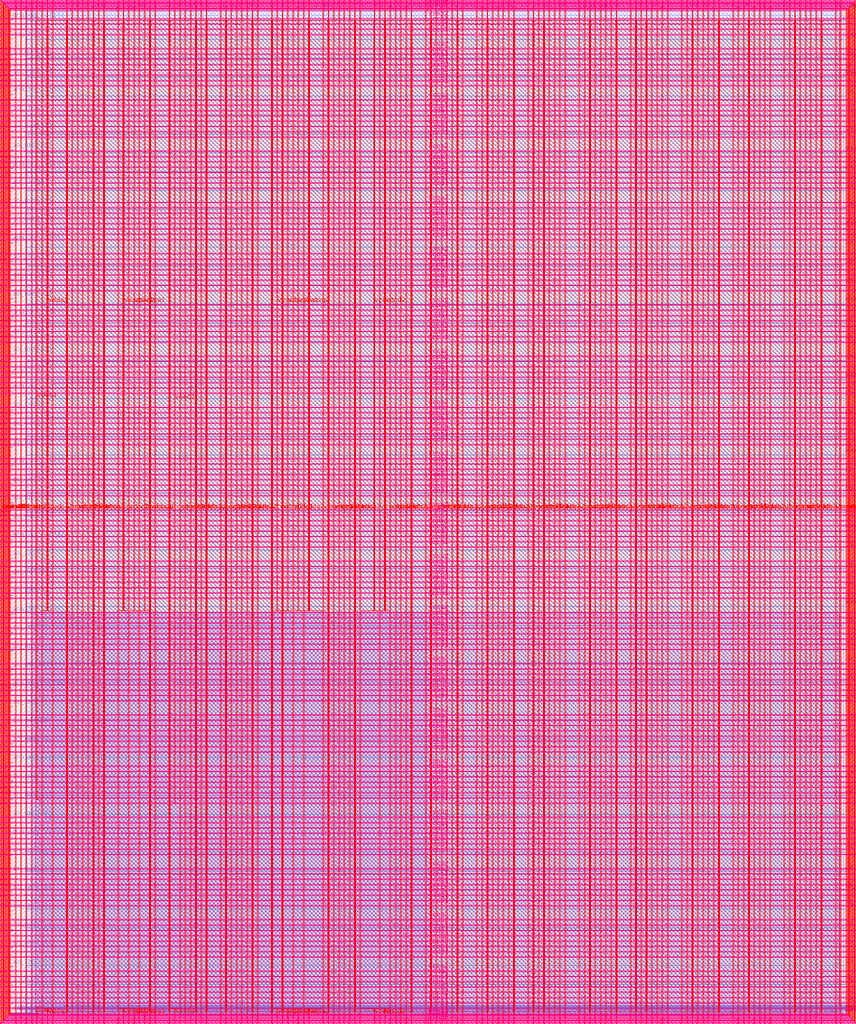
<source format=lef>
VERSION 5.7 ;
  NOWIREEXTENSIONATPIN ON ;
  DIVIDERCHAR "/" ;
  BUSBITCHARS "[]" ;
MACRO user_project_wrapper
  CLASS BLOCK ;
  FOREIGN user_project_wrapper ;
  ORIGIN 0.000 0.000 ;
  SIZE 2920.000 BY 3520.000 ;
  PIN analog_io[0]
    DIRECTION INOUT ;
    USE SIGNAL ;
    PORT
      LAYER met3 ;
        RECT 2917.600 1426.380 2924.800 1427.580 ;
    END
  END analog_io[0]
  PIN analog_io[10]
    DIRECTION INOUT ;
    USE SIGNAL ;
    PORT
      LAYER met2 ;
        RECT 2230.490 3517.600 2231.050 3524.800 ;
    END
  END analog_io[10]
  PIN analog_io[11]
    DIRECTION INOUT ;
    USE SIGNAL ;
    PORT
      LAYER met2 ;
        RECT 1905.730 3517.600 1906.290 3524.800 ;
    END
  END analog_io[11]
  PIN analog_io[12]
    DIRECTION INOUT ;
    USE SIGNAL ;
    PORT
      LAYER met2 ;
        RECT 1581.430 3517.600 1581.990 3524.800 ;
    END
  END analog_io[12]
  PIN analog_io[13]
    DIRECTION INOUT ;
    USE SIGNAL ;
    PORT
      LAYER met2 ;
        RECT 1257.130 3517.600 1257.690 3524.800 ;
    END
  END analog_io[13]
  PIN analog_io[14]
    DIRECTION INOUT ;
    USE SIGNAL ;
    PORT
      LAYER met2 ;
        RECT 932.370 3517.600 932.930 3524.800 ;
    END
  END analog_io[14]
  PIN analog_io[15]
    DIRECTION INOUT ;
    USE SIGNAL ;
    PORT
      LAYER met2 ;
        RECT 608.070 3517.600 608.630 3524.800 ;
    END
  END analog_io[15]
  PIN analog_io[16]
    DIRECTION INOUT ;
    USE SIGNAL ;
    PORT
      LAYER met2 ;
        RECT 283.770 3517.600 284.330 3524.800 ;
    END
  END analog_io[16]
  PIN analog_io[17]
    DIRECTION INOUT ;
    USE SIGNAL ;
    PORT
      LAYER met3 ;
        RECT -4.800 3486.100 2.400 3487.300 ;
    END
  END analog_io[17]
  PIN analog_io[18]
    DIRECTION INOUT ;
    USE SIGNAL ;
    PORT
      LAYER met3 ;
        RECT -4.800 3224.980 2.400 3226.180 ;
    END
  END analog_io[18]
  PIN analog_io[19]
    DIRECTION INOUT ;
    USE SIGNAL ;
    PORT
      LAYER met3 ;
        RECT -4.800 2964.540 2.400 2965.740 ;
    END
  END analog_io[19]
  PIN analog_io[1]
    DIRECTION INOUT ;
    USE SIGNAL ;
    PORT
      LAYER met3 ;
        RECT 2917.600 1692.260 2924.800 1693.460 ;
    END
  END analog_io[1]
  PIN analog_io[20]
    DIRECTION INOUT ;
    USE SIGNAL ;
    PORT
      LAYER met3 ;
        RECT -4.800 2703.420 2.400 2704.620 ;
    END
  END analog_io[20]
  PIN analog_io[21]
    DIRECTION INOUT ;
    USE SIGNAL ;
    PORT
      LAYER met3 ;
        RECT -4.800 2442.980 2.400 2444.180 ;
    END
  END analog_io[21]
  PIN analog_io[22]
    DIRECTION INOUT ;
    USE SIGNAL ;
    PORT
      LAYER met3 ;
        RECT -4.800 2182.540 2.400 2183.740 ;
    END
  END analog_io[22]
  PIN analog_io[23]
    DIRECTION INOUT ;
    USE SIGNAL ;
    PORT
      LAYER met3 ;
        RECT -4.800 1921.420 2.400 1922.620 ;
    END
  END analog_io[23]
  PIN analog_io[24]
    DIRECTION INOUT ;
    USE SIGNAL ;
    PORT
      LAYER met3 ;
        RECT -4.800 1660.980 2.400 1662.180 ;
    END
  END analog_io[24]
  PIN analog_io[25]
    DIRECTION INOUT ;
    USE SIGNAL ;
    PORT
      LAYER met3 ;
        RECT -4.800 1399.860 2.400 1401.060 ;
    END
  END analog_io[25]
  PIN analog_io[26]
    DIRECTION INOUT ;
    USE SIGNAL ;
    PORT
      LAYER met3 ;
        RECT -4.800 1139.420 2.400 1140.620 ;
    END
  END analog_io[26]
  PIN analog_io[27]
    DIRECTION INOUT ;
    USE SIGNAL ;
    PORT
      LAYER met3 ;
        RECT -4.800 878.980 2.400 880.180 ;
    END
  END analog_io[27]
  PIN analog_io[28]
    DIRECTION INOUT ;
    USE SIGNAL ;
    PORT
      LAYER met3 ;
        RECT -4.800 617.860 2.400 619.060 ;
    END
  END analog_io[28]
  PIN analog_io[2]
    DIRECTION INOUT ;
    USE SIGNAL ;
    PORT
      LAYER met3 ;
        RECT 2917.600 1958.140 2924.800 1959.340 ;
    END
  END analog_io[2]
  PIN analog_io[3]
    DIRECTION INOUT ;
    USE SIGNAL ;
    PORT
      LAYER met3 ;
        RECT 2917.600 2223.340 2924.800 2224.540 ;
    END
  END analog_io[3]
  PIN analog_io[4]
    DIRECTION INOUT ;
    USE SIGNAL ;
    PORT
      LAYER met3 ;
        RECT 2917.600 2489.220 2924.800 2490.420 ;
    END
  END analog_io[4]
  PIN analog_io[5]
    DIRECTION INOUT ;
    USE SIGNAL ;
    PORT
      LAYER met3 ;
        RECT 2917.600 2755.100 2924.800 2756.300 ;
    END
  END analog_io[5]
  PIN analog_io[6]
    DIRECTION INOUT ;
    USE SIGNAL ;
    PORT
      LAYER met3 ;
        RECT 2917.600 3020.300 2924.800 3021.500 ;
    END
  END analog_io[6]
  PIN analog_io[7]
    DIRECTION INOUT ;
    USE SIGNAL ;
    PORT
      LAYER met3 ;
        RECT 2917.600 3286.180 2924.800 3287.380 ;
    END
  END analog_io[7]
  PIN analog_io[8]
    DIRECTION INOUT ;
    USE SIGNAL ;
    PORT
      LAYER met2 ;
        RECT 2879.090 3517.600 2879.650 3524.800 ;
    END
  END analog_io[8]
  PIN analog_io[9]
    DIRECTION INOUT ;
    USE SIGNAL ;
    PORT
      LAYER met2 ;
        RECT 2554.790 3517.600 2555.350 3524.800 ;
    END
  END analog_io[9]
  PIN io_in[0]
    DIRECTION INPUT ;
    USE SIGNAL ;
    PORT
      LAYER met3 ;
        RECT 2917.600 32.380 2924.800 33.580 ;
    END
  END io_in[0]
  PIN io_in[10]
    DIRECTION INPUT ;
    USE SIGNAL ;
    PORT
      LAYER met3 ;
        RECT 2917.600 2289.980 2924.800 2291.180 ;
    END
  END io_in[10]
  PIN io_in[11]
    DIRECTION INPUT ;
    USE SIGNAL ;
    PORT
      LAYER met3 ;
        RECT 2917.600 2555.860 2924.800 2557.060 ;
    END
  END io_in[11]
  PIN io_in[12]
    DIRECTION INPUT ;
    USE SIGNAL ;
    PORT
      LAYER met3 ;
        RECT 2917.600 2821.060 2924.800 2822.260 ;
    END
  END io_in[12]
  PIN io_in[13]
    DIRECTION INPUT ;
    USE SIGNAL ;
    PORT
      LAYER met3 ;
        RECT 2917.600 3086.940 2924.800 3088.140 ;
    END
  END io_in[13]
  PIN io_in[14]
    DIRECTION INPUT ;
    USE SIGNAL ;
    PORT
      LAYER met3 ;
        RECT 2917.600 3352.820 2924.800 3354.020 ;
    END
  END io_in[14]
  PIN io_in[15]
    DIRECTION INPUT ;
    USE SIGNAL ;
    PORT
      LAYER met2 ;
        RECT 2798.130 3517.600 2798.690 3524.800 ;
    END
  END io_in[15]
  PIN io_in[16]
    DIRECTION INPUT ;
    USE SIGNAL ;
    PORT
      LAYER met2 ;
        RECT 2473.830 3517.600 2474.390 3524.800 ;
    END
  END io_in[16]
  PIN io_in[17]
    DIRECTION INPUT ;
    USE SIGNAL ;
    PORT
      LAYER met2 ;
        RECT 2149.070 3517.600 2149.630 3524.800 ;
    END
  END io_in[17]
  PIN io_in[18]
    DIRECTION INPUT ;
    USE SIGNAL ;
    PORT
      LAYER met2 ;
        RECT 1824.770 3517.600 1825.330 3524.800 ;
    END
  END io_in[18]
  PIN io_in[19]
    DIRECTION INPUT ;
    USE SIGNAL ;
    PORT
      LAYER met2 ;
        RECT 1500.470 3517.600 1501.030 3524.800 ;
    END
  END io_in[19]
  PIN io_in[1]
    DIRECTION INPUT ;
    USE SIGNAL ;
    PORT
      LAYER met3 ;
        RECT 2917.600 230.940 2924.800 232.140 ;
    END
  END io_in[1]
  PIN io_in[20]
    DIRECTION INPUT ;
    USE SIGNAL ;
    PORT
      LAYER met2 ;
        RECT 1175.710 3517.600 1176.270 3524.800 ;
    END
  END io_in[20]
  PIN io_in[21]
    DIRECTION INPUT ;
    USE SIGNAL ;
    PORT
      LAYER met2 ;
        RECT 851.410 3517.600 851.970 3524.800 ;
    END
  END io_in[21]
  PIN io_in[22]
    DIRECTION INPUT ;
    USE SIGNAL ;
    PORT
      LAYER met2 ;
        RECT 527.110 3517.600 527.670 3524.800 ;
    END
  END io_in[22]
  PIN io_in[23]
    DIRECTION INPUT ;
    USE SIGNAL ;
    PORT
      LAYER met2 ;
        RECT 202.350 3517.600 202.910 3524.800 ;
    END
  END io_in[23]
  PIN io_in[24]
    DIRECTION INPUT ;
    USE SIGNAL ;
    PORT
      LAYER met3 ;
        RECT -4.800 3420.820 2.400 3422.020 ;
    END
  END io_in[24]
  PIN io_in[25]
    DIRECTION INPUT ;
    USE SIGNAL ;
    PORT
      LAYER met3 ;
        RECT -4.800 3159.700 2.400 3160.900 ;
    END
  END io_in[25]
  PIN io_in[26]
    DIRECTION INPUT ;
    USE SIGNAL ;
    PORT
      LAYER met3 ;
        RECT -4.800 2899.260 2.400 2900.460 ;
    END
  END io_in[26]
  PIN io_in[27]
    DIRECTION INPUT ;
    USE SIGNAL ;
    PORT
      LAYER met3 ;
        RECT -4.800 2638.820 2.400 2640.020 ;
    END
  END io_in[27]
  PIN io_in[28]
    DIRECTION INPUT ;
    USE SIGNAL ;
    PORT
      LAYER met3 ;
        RECT -4.800 2377.700 2.400 2378.900 ;
    END
  END io_in[28]
  PIN io_in[29]
    DIRECTION INPUT ;
    USE SIGNAL ;
    PORT
      LAYER met3 ;
        RECT -4.800 2117.260 2.400 2118.460 ;
    END
  END io_in[29]
  PIN io_in[2]
    DIRECTION INPUT ;
    USE SIGNAL ;
    PORT
      LAYER met3 ;
        RECT 2917.600 430.180 2924.800 431.380 ;
    END
  END io_in[2]
  PIN io_in[30]
    DIRECTION INPUT ;
    USE SIGNAL ;
    PORT
      LAYER met3 ;
        RECT -4.800 1856.140 2.400 1857.340 ;
    END
  END io_in[30]
  PIN io_in[31]
    DIRECTION INPUT ;
    USE SIGNAL ;
    PORT
      LAYER met3 ;
        RECT -4.800 1595.700 2.400 1596.900 ;
    END
  END io_in[31]
  PIN io_in[32]
    DIRECTION INPUT ;
    USE SIGNAL ;
    PORT
      LAYER met3 ;
        RECT -4.800 1335.260 2.400 1336.460 ;
    END
  END io_in[32]
  PIN io_in[33]
    DIRECTION INPUT ;
    USE SIGNAL ;
    PORT
      LAYER met3 ;
        RECT -4.800 1074.140 2.400 1075.340 ;
    END
  END io_in[33]
  PIN io_in[34]
    DIRECTION INPUT ;
    USE SIGNAL ;
    PORT
      LAYER met3 ;
        RECT -4.800 813.700 2.400 814.900 ;
    END
  END io_in[34]
  PIN io_in[35]
    DIRECTION INPUT ;
    USE SIGNAL ;
    PORT
      LAYER met3 ;
        RECT -4.800 552.580 2.400 553.780 ;
    END
  END io_in[35]
  PIN io_in[36]
    DIRECTION INPUT ;
    USE SIGNAL ;
    PORT
      LAYER met3 ;
        RECT -4.800 357.420 2.400 358.620 ;
    END
  END io_in[36]
  PIN io_in[37]
    DIRECTION INPUT ;
    USE SIGNAL ;
    PORT
      LAYER met3 ;
        RECT -4.800 161.580 2.400 162.780 ;
    END
  END io_in[37]
  PIN io_in[3]
    DIRECTION INPUT ;
    USE SIGNAL ;
    PORT
      LAYER met3 ;
        RECT 2917.600 629.420 2924.800 630.620 ;
    END
  END io_in[3]
  PIN io_in[4]
    DIRECTION INPUT ;
    USE SIGNAL ;
    PORT
      LAYER met3 ;
        RECT 2917.600 828.660 2924.800 829.860 ;
    END
  END io_in[4]
  PIN io_in[5]
    DIRECTION INPUT ;
    USE SIGNAL ;
    PORT
      LAYER met3 ;
        RECT 2917.600 1027.900 2924.800 1029.100 ;
    END
  END io_in[5]
  PIN io_in[6]
    DIRECTION INPUT ;
    USE SIGNAL ;
    PORT
      LAYER met3 ;
        RECT 2917.600 1227.140 2924.800 1228.340 ;
    END
  END io_in[6]
  PIN io_in[7]
    DIRECTION INPUT ;
    USE SIGNAL ;
    PORT
      LAYER met3 ;
        RECT 2917.600 1493.020 2924.800 1494.220 ;
    END
  END io_in[7]
  PIN io_in[8]
    DIRECTION INPUT ;
    USE SIGNAL ;
    PORT
      LAYER met3 ;
        RECT 2917.600 1758.900 2924.800 1760.100 ;
    END
  END io_in[8]
  PIN io_in[9]
    DIRECTION INPUT ;
    USE SIGNAL ;
    PORT
      LAYER met3 ;
        RECT 2917.600 2024.100 2924.800 2025.300 ;
    END
  END io_in[9]
  PIN io_oeb[0]
    DIRECTION OUTPUT TRISTATE ;
    USE SIGNAL ;
    PORT
      LAYER met3 ;
        RECT 2917.600 164.980 2924.800 166.180 ;
    END
  END io_oeb[0]
  PIN io_oeb[10]
    DIRECTION OUTPUT TRISTATE ;
    USE SIGNAL ;
    PORT
      LAYER met3 ;
        RECT 2917.600 2422.580 2924.800 2423.780 ;
    END
  END io_oeb[10]
  PIN io_oeb[11]
    DIRECTION OUTPUT TRISTATE ;
    USE SIGNAL ;
    PORT
      LAYER met3 ;
        RECT 2917.600 2688.460 2924.800 2689.660 ;
    END
  END io_oeb[11]
  PIN io_oeb[12]
    DIRECTION OUTPUT TRISTATE ;
    USE SIGNAL ;
    PORT
      LAYER met3 ;
        RECT 2917.600 2954.340 2924.800 2955.540 ;
    END
  END io_oeb[12]
  PIN io_oeb[13]
    DIRECTION OUTPUT TRISTATE ;
    USE SIGNAL ;
    PORT
      LAYER met3 ;
        RECT 2917.600 3219.540 2924.800 3220.740 ;
    END
  END io_oeb[13]
  PIN io_oeb[14]
    DIRECTION OUTPUT TRISTATE ;
    USE SIGNAL ;
    PORT
      LAYER met3 ;
        RECT 2917.600 3485.420 2924.800 3486.620 ;
    END
  END io_oeb[14]
  PIN io_oeb[15]
    DIRECTION OUTPUT TRISTATE ;
    USE SIGNAL ;
    PORT
      LAYER met2 ;
        RECT 2635.750 3517.600 2636.310 3524.800 ;
    END
  END io_oeb[15]
  PIN io_oeb[16]
    DIRECTION OUTPUT TRISTATE ;
    USE SIGNAL ;
    PORT
      LAYER met2 ;
        RECT 2311.450 3517.600 2312.010 3524.800 ;
    END
  END io_oeb[16]
  PIN io_oeb[17]
    DIRECTION OUTPUT TRISTATE ;
    USE SIGNAL ;
    PORT
      LAYER met2 ;
        RECT 1987.150 3517.600 1987.710 3524.800 ;
    END
  END io_oeb[17]
  PIN io_oeb[18]
    DIRECTION OUTPUT TRISTATE ;
    USE SIGNAL ;
    PORT
      LAYER met2 ;
        RECT 1662.390 3517.600 1662.950 3524.800 ;
    END
  END io_oeb[18]
  PIN io_oeb[19]
    DIRECTION OUTPUT TRISTATE ;
    USE SIGNAL ;
    PORT
      LAYER met2 ;
        RECT 1338.090 3517.600 1338.650 3524.800 ;
    END
  END io_oeb[19]
  PIN io_oeb[1]
    DIRECTION OUTPUT TRISTATE ;
    USE SIGNAL ;
    PORT
      LAYER met3 ;
        RECT 2917.600 364.220 2924.800 365.420 ;
    END
  END io_oeb[1]
  PIN io_oeb[20]
    DIRECTION OUTPUT TRISTATE ;
    USE SIGNAL ;
    PORT
      LAYER met2 ;
        RECT 1013.790 3517.600 1014.350 3524.800 ;
    END
  END io_oeb[20]
  PIN io_oeb[21]
    DIRECTION OUTPUT TRISTATE ;
    USE SIGNAL ;
    PORT
      LAYER met2 ;
        RECT 689.030 3517.600 689.590 3524.800 ;
    END
  END io_oeb[21]
  PIN io_oeb[22]
    DIRECTION OUTPUT TRISTATE ;
    USE SIGNAL ;
    PORT
      LAYER met2 ;
        RECT 364.730 3517.600 365.290 3524.800 ;
    END
  END io_oeb[22]
  PIN io_oeb[23]
    DIRECTION OUTPUT TRISTATE ;
    USE SIGNAL ;
    PORT
      LAYER met2 ;
        RECT 40.430 3517.600 40.990 3524.800 ;
    END
  END io_oeb[23]
  PIN io_oeb[24]
    DIRECTION OUTPUT TRISTATE ;
    USE SIGNAL ;
    PORT
      LAYER met3 ;
        RECT -4.800 3290.260 2.400 3291.460 ;
    END
  END io_oeb[24]
  PIN io_oeb[25]
    DIRECTION OUTPUT TRISTATE ;
    USE SIGNAL ;
    PORT
      LAYER met3 ;
        RECT -4.800 3029.820 2.400 3031.020 ;
    END
  END io_oeb[25]
  PIN io_oeb[26]
    DIRECTION OUTPUT TRISTATE ;
    USE SIGNAL ;
    PORT
      LAYER met3 ;
        RECT -4.800 2768.700 2.400 2769.900 ;
    END
  END io_oeb[26]
  PIN io_oeb[27]
    DIRECTION OUTPUT TRISTATE ;
    USE SIGNAL ;
    PORT
      LAYER met3 ;
        RECT -4.800 2508.260 2.400 2509.460 ;
    END
  END io_oeb[27]
  PIN io_oeb[28]
    DIRECTION OUTPUT TRISTATE ;
    USE SIGNAL ;
    PORT
      LAYER met3 ;
        RECT -4.800 2247.140 2.400 2248.340 ;
    END
  END io_oeb[28]
  PIN io_oeb[29]
    DIRECTION OUTPUT TRISTATE ;
    USE SIGNAL ;
    PORT
      LAYER met3 ;
        RECT -4.800 1986.700 2.400 1987.900 ;
    END
  END io_oeb[29]
  PIN io_oeb[2]
    DIRECTION OUTPUT TRISTATE ;
    USE SIGNAL ;
    PORT
      LAYER met3 ;
        RECT 2917.600 563.460 2924.800 564.660 ;
    END
  END io_oeb[2]
  PIN io_oeb[30]
    DIRECTION OUTPUT TRISTATE ;
    USE SIGNAL ;
    PORT
      LAYER met3 ;
        RECT -4.800 1726.260 2.400 1727.460 ;
    END
  END io_oeb[30]
  PIN io_oeb[31]
    DIRECTION OUTPUT TRISTATE ;
    USE SIGNAL ;
    PORT
      LAYER met3 ;
        RECT -4.800 1465.140 2.400 1466.340 ;
    END
  END io_oeb[31]
  PIN io_oeb[32]
    DIRECTION OUTPUT TRISTATE ;
    USE SIGNAL ;
    PORT
      LAYER met3 ;
        RECT -4.800 1204.700 2.400 1205.900 ;
    END
  END io_oeb[32]
  PIN io_oeb[33]
    DIRECTION OUTPUT TRISTATE ;
    USE SIGNAL ;
    PORT
      LAYER met3 ;
        RECT -4.800 943.580 2.400 944.780 ;
    END
  END io_oeb[33]
  PIN io_oeb[34]
    DIRECTION OUTPUT TRISTATE ;
    USE SIGNAL ;
    PORT
      LAYER met3 ;
        RECT -4.800 683.140 2.400 684.340 ;
    END
  END io_oeb[34]
  PIN io_oeb[35]
    DIRECTION OUTPUT TRISTATE ;
    USE SIGNAL ;
    PORT
      LAYER met3 ;
        RECT -4.800 422.700 2.400 423.900 ;
    END
  END io_oeb[35]
  PIN io_oeb[36]
    DIRECTION OUTPUT TRISTATE ;
    USE SIGNAL ;
    PORT
      LAYER met3 ;
        RECT -4.800 226.860 2.400 228.060 ;
    END
  END io_oeb[36]
  PIN io_oeb[37]
    DIRECTION OUTPUT TRISTATE ;
    USE SIGNAL ;
    PORT
      LAYER met3 ;
        RECT -4.800 31.700 2.400 32.900 ;
    END
  END io_oeb[37]
  PIN io_oeb[3]
    DIRECTION OUTPUT TRISTATE ;
    USE SIGNAL ;
    PORT
      LAYER met3 ;
        RECT 2917.600 762.700 2924.800 763.900 ;
    END
  END io_oeb[3]
  PIN io_oeb[4]
    DIRECTION OUTPUT TRISTATE ;
    USE SIGNAL ;
    PORT
      LAYER met3 ;
        RECT 2917.600 961.940 2924.800 963.140 ;
    END
  END io_oeb[4]
  PIN io_oeb[5]
    DIRECTION OUTPUT TRISTATE ;
    USE SIGNAL ;
    PORT
      LAYER met3 ;
        RECT 2917.600 1161.180 2924.800 1162.380 ;
    END
  END io_oeb[5]
  PIN io_oeb[6]
    DIRECTION OUTPUT TRISTATE ;
    USE SIGNAL ;
    PORT
      LAYER met3 ;
        RECT 2917.600 1360.420 2924.800 1361.620 ;
    END
  END io_oeb[6]
  PIN io_oeb[7]
    DIRECTION OUTPUT TRISTATE ;
    USE SIGNAL ;
    PORT
      LAYER met3 ;
        RECT 2917.600 1625.620 2924.800 1626.820 ;
    END
  END io_oeb[7]
  PIN io_oeb[8]
    DIRECTION OUTPUT TRISTATE ;
    USE SIGNAL ;
    PORT
      LAYER met3 ;
        RECT 2917.600 1891.500 2924.800 1892.700 ;
    END
  END io_oeb[8]
  PIN io_oeb[9]
    DIRECTION OUTPUT TRISTATE ;
    USE SIGNAL ;
    PORT
      LAYER met3 ;
        RECT 2917.600 2157.380 2924.800 2158.580 ;
    END
  END io_oeb[9]
  PIN io_out[0]
    DIRECTION OUTPUT TRISTATE ;
    USE SIGNAL ;
    PORT
      LAYER met3 ;
        RECT 2917.600 98.340 2924.800 99.540 ;
    END
  END io_out[0]
  PIN io_out[10]
    DIRECTION OUTPUT TRISTATE ;
    USE SIGNAL ;
    PORT
      LAYER met3 ;
        RECT 2917.600 2356.620 2924.800 2357.820 ;
    END
  END io_out[10]
  PIN io_out[11]
    DIRECTION OUTPUT TRISTATE ;
    USE SIGNAL ;
    PORT
      LAYER met3 ;
        RECT 2917.600 2621.820 2924.800 2623.020 ;
    END
  END io_out[11]
  PIN io_out[12]
    DIRECTION OUTPUT TRISTATE ;
    USE SIGNAL ;
    PORT
      LAYER met3 ;
        RECT 2917.600 2887.700 2924.800 2888.900 ;
    END
  END io_out[12]
  PIN io_out[13]
    DIRECTION OUTPUT TRISTATE ;
    USE SIGNAL ;
    PORT
      LAYER met3 ;
        RECT 2917.600 3153.580 2924.800 3154.780 ;
    END
  END io_out[13]
  PIN io_out[14]
    DIRECTION OUTPUT TRISTATE ;
    USE SIGNAL ;
    PORT
      LAYER met3 ;
        RECT 2917.600 3418.780 2924.800 3419.980 ;
    END
  END io_out[14]
  PIN io_out[15]
    DIRECTION OUTPUT TRISTATE ;
    USE SIGNAL ;
    PORT
      LAYER met2 ;
        RECT 2717.170 3517.600 2717.730 3524.800 ;
    END
  END io_out[15]
  PIN io_out[16]
    DIRECTION OUTPUT TRISTATE ;
    USE SIGNAL ;
    PORT
      LAYER met2 ;
        RECT 2392.410 3517.600 2392.970 3524.800 ;
    END
  END io_out[16]
  PIN io_out[17]
    DIRECTION OUTPUT TRISTATE ;
    USE SIGNAL ;
    PORT
      LAYER met2 ;
        RECT 2068.110 3517.600 2068.670 3524.800 ;
    END
  END io_out[17]
  PIN io_out[18]
    DIRECTION OUTPUT TRISTATE ;
    USE SIGNAL ;
    PORT
      LAYER met2 ;
        RECT 1743.810 3517.600 1744.370 3524.800 ;
    END
  END io_out[18]
  PIN io_out[19]
    DIRECTION OUTPUT TRISTATE ;
    USE SIGNAL ;
    PORT
      LAYER met2 ;
        RECT 1419.050 3517.600 1419.610 3524.800 ;
    END
  END io_out[19]
  PIN io_out[1]
    DIRECTION OUTPUT TRISTATE ;
    USE SIGNAL ;
    PORT
      LAYER met3 ;
        RECT 2917.600 297.580 2924.800 298.780 ;
    END
  END io_out[1]
  PIN io_out[20]
    DIRECTION OUTPUT TRISTATE ;
    USE SIGNAL ;
    PORT
      LAYER met2 ;
        RECT 1094.750 3517.600 1095.310 3524.800 ;
    END
  END io_out[20]
  PIN io_out[21]
    DIRECTION OUTPUT TRISTATE ;
    USE SIGNAL ;
    PORT
      LAYER met2 ;
        RECT 770.450 3517.600 771.010 3524.800 ;
    END
  END io_out[21]
  PIN io_out[22]
    DIRECTION OUTPUT TRISTATE ;
    USE SIGNAL ;
    PORT
      LAYER met2 ;
        RECT 445.690 3517.600 446.250 3524.800 ;
    END
  END io_out[22]
  PIN io_out[23]
    DIRECTION OUTPUT TRISTATE ;
    USE SIGNAL ;
    PORT
      LAYER met2 ;
        RECT 121.390 3517.600 121.950 3524.800 ;
    END
  END io_out[23]
  PIN io_out[24]
    DIRECTION OUTPUT TRISTATE ;
    USE SIGNAL ;
    PORT
      LAYER met3 ;
        RECT -4.800 3355.540 2.400 3356.740 ;
    END
  END io_out[24]
  PIN io_out[25]
    DIRECTION OUTPUT TRISTATE ;
    USE SIGNAL ;
    PORT
      LAYER met3 ;
        RECT -4.800 3095.100 2.400 3096.300 ;
    END
  END io_out[25]
  PIN io_out[26]
    DIRECTION OUTPUT TRISTATE ;
    USE SIGNAL ;
    PORT
      LAYER met3 ;
        RECT -4.800 2833.980 2.400 2835.180 ;
    END
  END io_out[26]
  PIN io_out[27]
    DIRECTION OUTPUT TRISTATE ;
    USE SIGNAL ;
    PORT
      LAYER met3 ;
        RECT -4.800 2573.540 2.400 2574.740 ;
    END
  END io_out[27]
  PIN io_out[28]
    DIRECTION OUTPUT TRISTATE ;
    USE SIGNAL ;
    PORT
      LAYER met3 ;
        RECT -4.800 2312.420 2.400 2313.620 ;
    END
  END io_out[28]
  PIN io_out[29]
    DIRECTION OUTPUT TRISTATE ;
    USE SIGNAL ;
    PORT
      LAYER met3 ;
        RECT -4.800 2051.980 2.400 2053.180 ;
    END
  END io_out[29]
  PIN io_out[2]
    DIRECTION OUTPUT TRISTATE ;
    USE SIGNAL ;
    PORT
      LAYER met3 ;
        RECT 2917.600 496.820 2924.800 498.020 ;
    END
  END io_out[2]
  PIN io_out[30]
    DIRECTION OUTPUT TRISTATE ;
    USE SIGNAL ;
    PORT
      LAYER met3 ;
        RECT -4.800 1791.540 2.400 1792.740 ;
    END
  END io_out[30]
  PIN io_out[31]
    DIRECTION OUTPUT TRISTATE ;
    USE SIGNAL ;
    PORT
      LAYER met3 ;
        RECT -4.800 1530.420 2.400 1531.620 ;
    END
  END io_out[31]
  PIN io_out[32]
    DIRECTION OUTPUT TRISTATE ;
    USE SIGNAL ;
    PORT
      LAYER met3 ;
        RECT -4.800 1269.980 2.400 1271.180 ;
    END
  END io_out[32]
  PIN io_out[33]
    DIRECTION OUTPUT TRISTATE ;
    USE SIGNAL ;
    PORT
      LAYER met3 ;
        RECT -4.800 1008.860 2.400 1010.060 ;
    END
  END io_out[33]
  PIN io_out[34]
    DIRECTION OUTPUT TRISTATE ;
    USE SIGNAL ;
    PORT
      LAYER met3 ;
        RECT -4.800 748.420 2.400 749.620 ;
    END
  END io_out[34]
  PIN io_out[35]
    DIRECTION OUTPUT TRISTATE ;
    USE SIGNAL ;
    PORT
      LAYER met3 ;
        RECT -4.800 487.300 2.400 488.500 ;
    END
  END io_out[35]
  PIN io_out[36]
    DIRECTION OUTPUT TRISTATE ;
    USE SIGNAL ;
    PORT
      LAYER met3 ;
        RECT -4.800 292.140 2.400 293.340 ;
    END
  END io_out[36]
  PIN io_out[37]
    DIRECTION OUTPUT TRISTATE ;
    USE SIGNAL ;
    PORT
      LAYER met3 ;
        RECT -4.800 96.300 2.400 97.500 ;
    END
  END io_out[37]
  PIN io_out[3]
    DIRECTION OUTPUT TRISTATE ;
    USE SIGNAL ;
    PORT
      LAYER met3 ;
        RECT 2917.600 696.060 2924.800 697.260 ;
    END
  END io_out[3]
  PIN io_out[4]
    DIRECTION OUTPUT TRISTATE ;
    USE SIGNAL ;
    PORT
      LAYER met3 ;
        RECT 2917.600 895.300 2924.800 896.500 ;
    END
  END io_out[4]
  PIN io_out[5]
    DIRECTION OUTPUT TRISTATE ;
    USE SIGNAL ;
    PORT
      LAYER met3 ;
        RECT 2917.600 1094.540 2924.800 1095.740 ;
    END
  END io_out[5]
  PIN io_out[6]
    DIRECTION OUTPUT TRISTATE ;
    USE SIGNAL ;
    PORT
      LAYER met3 ;
        RECT 2917.600 1293.780 2924.800 1294.980 ;
    END
  END io_out[6]
  PIN io_out[7]
    DIRECTION OUTPUT TRISTATE ;
    USE SIGNAL ;
    PORT
      LAYER met3 ;
        RECT 2917.600 1559.660 2924.800 1560.860 ;
    END
  END io_out[7]
  PIN io_out[8]
    DIRECTION OUTPUT TRISTATE ;
    USE SIGNAL ;
    PORT
      LAYER met3 ;
        RECT 2917.600 1824.860 2924.800 1826.060 ;
    END
  END io_out[8]
  PIN io_out[9]
    DIRECTION OUTPUT TRISTATE ;
    USE SIGNAL ;
    PORT
      LAYER met3 ;
        RECT 2917.600 2090.740 2924.800 2091.940 ;
    END
  END io_out[9]
  PIN la_data_in[0]
    DIRECTION INPUT ;
    USE SIGNAL ;
    PORT
      LAYER met2 ;
        RECT 629.230 -4.800 629.790 2.400 ;
    END
  END la_data_in[0]
  PIN la_data_in[100]
    DIRECTION INPUT ;
    USE SIGNAL ;
    PORT
      LAYER met2 ;
        RECT 2402.530 -4.800 2403.090 2.400 ;
    END
  END la_data_in[100]
  PIN la_data_in[101]
    DIRECTION INPUT ;
    USE SIGNAL ;
    PORT
      LAYER met2 ;
        RECT 2420.010 -4.800 2420.570 2.400 ;
    END
  END la_data_in[101]
  PIN la_data_in[102]
    DIRECTION INPUT ;
    USE SIGNAL ;
    PORT
      LAYER met2 ;
        RECT 2437.950 -4.800 2438.510 2.400 ;
    END
  END la_data_in[102]
  PIN la_data_in[103]
    DIRECTION INPUT ;
    USE SIGNAL ;
    PORT
      LAYER met2 ;
        RECT 2455.430 -4.800 2455.990 2.400 ;
    END
  END la_data_in[103]
  PIN la_data_in[104]
    DIRECTION INPUT ;
    USE SIGNAL ;
    PORT
      LAYER met2 ;
        RECT 2473.370 -4.800 2473.930 2.400 ;
    END
  END la_data_in[104]
  PIN la_data_in[105]
    DIRECTION INPUT ;
    USE SIGNAL ;
    PORT
      LAYER met2 ;
        RECT 2490.850 -4.800 2491.410 2.400 ;
    END
  END la_data_in[105]
  PIN la_data_in[106]
    DIRECTION INPUT ;
    USE SIGNAL ;
    PORT
      LAYER met2 ;
        RECT 2508.790 -4.800 2509.350 2.400 ;
    END
  END la_data_in[106]
  PIN la_data_in[107]
    DIRECTION INPUT ;
    USE SIGNAL ;
    PORT
      LAYER met2 ;
        RECT 2526.730 -4.800 2527.290 2.400 ;
    END
  END la_data_in[107]
  PIN la_data_in[108]
    DIRECTION INPUT ;
    USE SIGNAL ;
    PORT
      LAYER met2 ;
        RECT 2544.210 -4.800 2544.770 2.400 ;
    END
  END la_data_in[108]
  PIN la_data_in[109]
    DIRECTION INPUT ;
    USE SIGNAL ;
    PORT
      LAYER met2 ;
        RECT 2562.150 -4.800 2562.710 2.400 ;
    END
  END la_data_in[109]
  PIN la_data_in[10]
    DIRECTION INPUT ;
    USE SIGNAL ;
    PORT
      LAYER met2 ;
        RECT 806.330 -4.800 806.890 2.400 ;
    END
  END la_data_in[10]
  PIN la_data_in[110]
    DIRECTION INPUT ;
    USE SIGNAL ;
    PORT
      LAYER met2 ;
        RECT 2579.630 -4.800 2580.190 2.400 ;
    END
  END la_data_in[110]
  PIN la_data_in[111]
    DIRECTION INPUT ;
    USE SIGNAL ;
    PORT
      LAYER met2 ;
        RECT 2597.570 -4.800 2598.130 2.400 ;
    END
  END la_data_in[111]
  PIN la_data_in[112]
    DIRECTION INPUT ;
    USE SIGNAL ;
    PORT
      LAYER met2 ;
        RECT 2615.050 -4.800 2615.610 2.400 ;
    END
  END la_data_in[112]
  PIN la_data_in[113]
    DIRECTION INPUT ;
    USE SIGNAL ;
    PORT
      LAYER met2 ;
        RECT 2632.990 -4.800 2633.550 2.400 ;
    END
  END la_data_in[113]
  PIN la_data_in[114]
    DIRECTION INPUT ;
    USE SIGNAL ;
    PORT
      LAYER met2 ;
        RECT 2650.470 -4.800 2651.030 2.400 ;
    END
  END la_data_in[114]
  PIN la_data_in[115]
    DIRECTION INPUT ;
    USE SIGNAL ;
    PORT
      LAYER met2 ;
        RECT 2668.410 -4.800 2668.970 2.400 ;
    END
  END la_data_in[115]
  PIN la_data_in[116]
    DIRECTION INPUT ;
    USE SIGNAL ;
    PORT
      LAYER met2 ;
        RECT 2685.890 -4.800 2686.450 2.400 ;
    END
  END la_data_in[116]
  PIN la_data_in[117]
    DIRECTION INPUT ;
    USE SIGNAL ;
    PORT
      LAYER met2 ;
        RECT 2703.830 -4.800 2704.390 2.400 ;
    END
  END la_data_in[117]
  PIN la_data_in[118]
    DIRECTION INPUT ;
    USE SIGNAL ;
    PORT
      LAYER met2 ;
        RECT 2721.770 -4.800 2722.330 2.400 ;
    END
  END la_data_in[118]
  PIN la_data_in[119]
    DIRECTION INPUT ;
    USE SIGNAL ;
    PORT
      LAYER met2 ;
        RECT 2739.250 -4.800 2739.810 2.400 ;
    END
  END la_data_in[119]
  PIN la_data_in[11]
    DIRECTION INPUT ;
    USE SIGNAL ;
    PORT
      LAYER met2 ;
        RECT 824.270 -4.800 824.830 2.400 ;
    END
  END la_data_in[11]
  PIN la_data_in[120]
    DIRECTION INPUT ;
    USE SIGNAL ;
    PORT
      LAYER met2 ;
        RECT 2757.190 -4.800 2757.750 2.400 ;
    END
  END la_data_in[120]
  PIN la_data_in[121]
    DIRECTION INPUT ;
    USE SIGNAL ;
    PORT
      LAYER met2 ;
        RECT 2774.670 -4.800 2775.230 2.400 ;
    END
  END la_data_in[121]
  PIN la_data_in[122]
    DIRECTION INPUT ;
    USE SIGNAL ;
    PORT
      LAYER met2 ;
        RECT 2792.610 -4.800 2793.170 2.400 ;
    END
  END la_data_in[122]
  PIN la_data_in[123]
    DIRECTION INPUT ;
    USE SIGNAL ;
    PORT
      LAYER met2 ;
        RECT 2810.090 -4.800 2810.650 2.400 ;
    END
  END la_data_in[123]
  PIN la_data_in[124]
    DIRECTION INPUT ;
    USE SIGNAL ;
    PORT
      LAYER met2 ;
        RECT 2828.030 -4.800 2828.590 2.400 ;
    END
  END la_data_in[124]
  PIN la_data_in[125]
    DIRECTION INPUT ;
    USE SIGNAL ;
    PORT
      LAYER met2 ;
        RECT 2845.510 -4.800 2846.070 2.400 ;
    END
  END la_data_in[125]
  PIN la_data_in[126]
    DIRECTION INPUT ;
    USE SIGNAL ;
    PORT
      LAYER met2 ;
        RECT 2863.450 -4.800 2864.010 2.400 ;
    END
  END la_data_in[126]
  PIN la_data_in[127]
    DIRECTION INPUT ;
    USE SIGNAL ;
    PORT
      LAYER met2 ;
        RECT 2881.390 -4.800 2881.950 2.400 ;
    END
  END la_data_in[127]
  PIN la_data_in[12]
    DIRECTION INPUT ;
    USE SIGNAL ;
    PORT
      LAYER met2 ;
        RECT 841.750 -4.800 842.310 2.400 ;
    END
  END la_data_in[12]
  PIN la_data_in[13]
    DIRECTION INPUT ;
    USE SIGNAL ;
    PORT
      LAYER met2 ;
        RECT 859.690 -4.800 860.250 2.400 ;
    END
  END la_data_in[13]
  PIN la_data_in[14]
    DIRECTION INPUT ;
    USE SIGNAL ;
    PORT
      LAYER met2 ;
        RECT 877.170 -4.800 877.730 2.400 ;
    END
  END la_data_in[14]
  PIN la_data_in[15]
    DIRECTION INPUT ;
    USE SIGNAL ;
    PORT
      LAYER met2 ;
        RECT 895.110 -4.800 895.670 2.400 ;
    END
  END la_data_in[15]
  PIN la_data_in[16]
    DIRECTION INPUT ;
    USE SIGNAL ;
    PORT
      LAYER met2 ;
        RECT 912.590 -4.800 913.150 2.400 ;
    END
  END la_data_in[16]
  PIN la_data_in[17]
    DIRECTION INPUT ;
    USE SIGNAL ;
    PORT
      LAYER met2 ;
        RECT 930.530 -4.800 931.090 2.400 ;
    END
  END la_data_in[17]
  PIN la_data_in[18]
    DIRECTION INPUT ;
    USE SIGNAL ;
    PORT
      LAYER met2 ;
        RECT 948.470 -4.800 949.030 2.400 ;
    END
  END la_data_in[18]
  PIN la_data_in[19]
    DIRECTION INPUT ;
    USE SIGNAL ;
    PORT
      LAYER met2 ;
        RECT 965.950 -4.800 966.510 2.400 ;
    END
  END la_data_in[19]
  PIN la_data_in[1]
    DIRECTION INPUT ;
    USE SIGNAL ;
    PORT
      LAYER met2 ;
        RECT 646.710 -4.800 647.270 2.400 ;
    END
  END la_data_in[1]
  PIN la_data_in[20]
    DIRECTION INPUT ;
    USE SIGNAL ;
    PORT
      LAYER met2 ;
        RECT 983.890 -4.800 984.450 2.400 ;
    END
  END la_data_in[20]
  PIN la_data_in[21]
    DIRECTION INPUT ;
    USE SIGNAL ;
    PORT
      LAYER met2 ;
        RECT 1001.370 -4.800 1001.930 2.400 ;
    END
  END la_data_in[21]
  PIN la_data_in[22]
    DIRECTION INPUT ;
    USE SIGNAL ;
    PORT
      LAYER met2 ;
        RECT 1019.310 -4.800 1019.870 2.400 ;
    END
  END la_data_in[22]
  PIN la_data_in[23]
    DIRECTION INPUT ;
    USE SIGNAL ;
    PORT
      LAYER met2 ;
        RECT 1036.790 -4.800 1037.350 2.400 ;
    END
  END la_data_in[23]
  PIN la_data_in[24]
    DIRECTION INPUT ;
    USE SIGNAL ;
    PORT
      LAYER met2 ;
        RECT 1054.730 -4.800 1055.290 2.400 ;
    END
  END la_data_in[24]
  PIN la_data_in[25]
    DIRECTION INPUT ;
    USE SIGNAL ;
    PORT
      LAYER met2 ;
        RECT 1072.210 -4.800 1072.770 2.400 ;
    END
  END la_data_in[25]
  PIN la_data_in[26]
    DIRECTION INPUT ;
    USE SIGNAL ;
    PORT
      LAYER met2 ;
        RECT 1090.150 -4.800 1090.710 2.400 ;
    END
  END la_data_in[26]
  PIN la_data_in[27]
    DIRECTION INPUT ;
    USE SIGNAL ;
    PORT
      LAYER met2 ;
        RECT 1107.630 -4.800 1108.190 2.400 ;
    END
  END la_data_in[27]
  PIN la_data_in[28]
    DIRECTION INPUT ;
    USE SIGNAL ;
    PORT
      LAYER met2 ;
        RECT 1125.570 -4.800 1126.130 2.400 ;
    END
  END la_data_in[28]
  PIN la_data_in[29]
    DIRECTION INPUT ;
    USE SIGNAL ;
    PORT
      LAYER met2 ;
        RECT 1143.510 -4.800 1144.070 2.400 ;
    END
  END la_data_in[29]
  PIN la_data_in[2]
    DIRECTION INPUT ;
    USE SIGNAL ;
    PORT
      LAYER met2 ;
        RECT 664.650 -4.800 665.210 2.400 ;
    END
  END la_data_in[2]
  PIN la_data_in[30]
    DIRECTION INPUT ;
    USE SIGNAL ;
    PORT
      LAYER met2 ;
        RECT 1160.990 -4.800 1161.550 2.400 ;
    END
  END la_data_in[30]
  PIN la_data_in[31]
    DIRECTION INPUT ;
    USE SIGNAL ;
    PORT
      LAYER met2 ;
        RECT 1178.930 -4.800 1179.490 2.400 ;
    END
  END la_data_in[31]
  PIN la_data_in[32]
    DIRECTION INPUT ;
    USE SIGNAL ;
    PORT
      LAYER met2 ;
        RECT 1196.410 -4.800 1196.970 2.400 ;
    END
  END la_data_in[32]
  PIN la_data_in[33]
    DIRECTION INPUT ;
    USE SIGNAL ;
    PORT
      LAYER met2 ;
        RECT 1214.350 -4.800 1214.910 2.400 ;
    END
  END la_data_in[33]
  PIN la_data_in[34]
    DIRECTION INPUT ;
    USE SIGNAL ;
    PORT
      LAYER met2 ;
        RECT 1231.830 -4.800 1232.390 2.400 ;
    END
  END la_data_in[34]
  PIN la_data_in[35]
    DIRECTION INPUT ;
    USE SIGNAL ;
    PORT
      LAYER met2 ;
        RECT 1249.770 -4.800 1250.330 2.400 ;
    END
  END la_data_in[35]
  PIN la_data_in[36]
    DIRECTION INPUT ;
    USE SIGNAL ;
    PORT
      LAYER met2 ;
        RECT 1267.250 -4.800 1267.810 2.400 ;
    END
  END la_data_in[36]
  PIN la_data_in[37]
    DIRECTION INPUT ;
    USE SIGNAL ;
    PORT
      LAYER met2 ;
        RECT 1285.190 -4.800 1285.750 2.400 ;
    END
  END la_data_in[37]
  PIN la_data_in[38]
    DIRECTION INPUT ;
    USE SIGNAL ;
    PORT
      LAYER met2 ;
        RECT 1303.130 -4.800 1303.690 2.400 ;
    END
  END la_data_in[38]
  PIN la_data_in[39]
    DIRECTION INPUT ;
    USE SIGNAL ;
    PORT
      LAYER met2 ;
        RECT 1320.610 -4.800 1321.170 2.400 ;
    END
  END la_data_in[39]
  PIN la_data_in[3]
    DIRECTION INPUT ;
    USE SIGNAL ;
    PORT
      LAYER met2 ;
        RECT 682.130 -4.800 682.690 2.400 ;
    END
  END la_data_in[3]
  PIN la_data_in[40]
    DIRECTION INPUT ;
    USE SIGNAL ;
    PORT
      LAYER met2 ;
        RECT 1338.550 -4.800 1339.110 2.400 ;
    END
  END la_data_in[40]
  PIN la_data_in[41]
    DIRECTION INPUT ;
    USE SIGNAL ;
    PORT
      LAYER met2 ;
        RECT 1356.030 -4.800 1356.590 2.400 ;
    END
  END la_data_in[41]
  PIN la_data_in[42]
    DIRECTION INPUT ;
    USE SIGNAL ;
    PORT
      LAYER met2 ;
        RECT 1373.970 -4.800 1374.530 2.400 ;
    END
  END la_data_in[42]
  PIN la_data_in[43]
    DIRECTION INPUT ;
    USE SIGNAL ;
    PORT
      LAYER met2 ;
        RECT 1391.450 -4.800 1392.010 2.400 ;
    END
  END la_data_in[43]
  PIN la_data_in[44]
    DIRECTION INPUT ;
    USE SIGNAL ;
    PORT
      LAYER met2 ;
        RECT 1409.390 -4.800 1409.950 2.400 ;
    END
  END la_data_in[44]
  PIN la_data_in[45]
    DIRECTION INPUT ;
    USE SIGNAL ;
    PORT
      LAYER met2 ;
        RECT 1426.870 -4.800 1427.430 2.400 ;
    END
  END la_data_in[45]
  PIN la_data_in[46]
    DIRECTION INPUT ;
    USE SIGNAL ;
    PORT
      LAYER met2 ;
        RECT 1444.810 -4.800 1445.370 2.400 ;
    END
  END la_data_in[46]
  PIN la_data_in[47]
    DIRECTION INPUT ;
    USE SIGNAL ;
    PORT
      LAYER met2 ;
        RECT 1462.750 -4.800 1463.310 2.400 ;
    END
  END la_data_in[47]
  PIN la_data_in[48]
    DIRECTION INPUT ;
    USE SIGNAL ;
    PORT
      LAYER met2 ;
        RECT 1480.230 -4.800 1480.790 2.400 ;
    END
  END la_data_in[48]
  PIN la_data_in[49]
    DIRECTION INPUT ;
    USE SIGNAL ;
    PORT
      LAYER met2 ;
        RECT 1498.170 -4.800 1498.730 2.400 ;
    END
  END la_data_in[49]
  PIN la_data_in[4]
    DIRECTION INPUT ;
    USE SIGNAL ;
    PORT
      LAYER met2 ;
        RECT 700.070 -4.800 700.630 2.400 ;
    END
  END la_data_in[4]
  PIN la_data_in[50]
    DIRECTION INPUT ;
    USE SIGNAL ;
    PORT
      LAYER met2 ;
        RECT 1515.650 -4.800 1516.210 2.400 ;
    END
  END la_data_in[50]
  PIN la_data_in[51]
    DIRECTION INPUT ;
    USE SIGNAL ;
    PORT
      LAYER met2 ;
        RECT 1533.590 -4.800 1534.150 2.400 ;
    END
  END la_data_in[51]
  PIN la_data_in[52]
    DIRECTION INPUT ;
    USE SIGNAL ;
    PORT
      LAYER met2 ;
        RECT 1551.070 -4.800 1551.630 2.400 ;
    END
  END la_data_in[52]
  PIN la_data_in[53]
    DIRECTION INPUT ;
    USE SIGNAL ;
    PORT
      LAYER met2 ;
        RECT 1569.010 -4.800 1569.570 2.400 ;
    END
  END la_data_in[53]
  PIN la_data_in[54]
    DIRECTION INPUT ;
    USE SIGNAL ;
    PORT
      LAYER met2 ;
        RECT 1586.490 -4.800 1587.050 2.400 ;
    END
  END la_data_in[54]
  PIN la_data_in[55]
    DIRECTION INPUT ;
    USE SIGNAL ;
    PORT
      LAYER met2 ;
        RECT 1604.430 -4.800 1604.990 2.400 ;
    END
  END la_data_in[55]
  PIN la_data_in[56]
    DIRECTION INPUT ;
    USE SIGNAL ;
    PORT
      LAYER met2 ;
        RECT 1621.910 -4.800 1622.470 2.400 ;
    END
  END la_data_in[56]
  PIN la_data_in[57]
    DIRECTION INPUT ;
    USE SIGNAL ;
    PORT
      LAYER met2 ;
        RECT 1639.850 -4.800 1640.410 2.400 ;
    END
  END la_data_in[57]
  PIN la_data_in[58]
    DIRECTION INPUT ;
    USE SIGNAL ;
    PORT
      LAYER met2 ;
        RECT 1657.790 -4.800 1658.350 2.400 ;
    END
  END la_data_in[58]
  PIN la_data_in[59]
    DIRECTION INPUT ;
    USE SIGNAL ;
    PORT
      LAYER met2 ;
        RECT 1675.270 -4.800 1675.830 2.400 ;
    END
  END la_data_in[59]
  PIN la_data_in[5]
    DIRECTION INPUT ;
    USE SIGNAL ;
    PORT
      LAYER met2 ;
        RECT 717.550 -4.800 718.110 2.400 ;
    END
  END la_data_in[5]
  PIN la_data_in[60]
    DIRECTION INPUT ;
    USE SIGNAL ;
    PORT
      LAYER met2 ;
        RECT 1693.210 -4.800 1693.770 2.400 ;
    END
  END la_data_in[60]
  PIN la_data_in[61]
    DIRECTION INPUT ;
    USE SIGNAL ;
    PORT
      LAYER met2 ;
        RECT 1710.690 -4.800 1711.250 2.400 ;
    END
  END la_data_in[61]
  PIN la_data_in[62]
    DIRECTION INPUT ;
    USE SIGNAL ;
    PORT
      LAYER met2 ;
        RECT 1728.630 -4.800 1729.190 2.400 ;
    END
  END la_data_in[62]
  PIN la_data_in[63]
    DIRECTION INPUT ;
    USE SIGNAL ;
    PORT
      LAYER met2 ;
        RECT 1746.110 -4.800 1746.670 2.400 ;
    END
  END la_data_in[63]
  PIN la_data_in[64]
    DIRECTION INPUT ;
    USE SIGNAL ;
    PORT
      LAYER met2 ;
        RECT 1764.050 -4.800 1764.610 2.400 ;
    END
  END la_data_in[64]
  PIN la_data_in[65]
    DIRECTION INPUT ;
    USE SIGNAL ;
    PORT
      LAYER met2 ;
        RECT 1781.530 -4.800 1782.090 2.400 ;
    END
  END la_data_in[65]
  PIN la_data_in[66]
    DIRECTION INPUT ;
    USE SIGNAL ;
    PORT
      LAYER met2 ;
        RECT 1799.470 -4.800 1800.030 2.400 ;
    END
  END la_data_in[66]
  PIN la_data_in[67]
    DIRECTION INPUT ;
    USE SIGNAL ;
    PORT
      LAYER met2 ;
        RECT 1817.410 -4.800 1817.970 2.400 ;
    END
  END la_data_in[67]
  PIN la_data_in[68]
    DIRECTION INPUT ;
    USE SIGNAL ;
    PORT
      LAYER met2 ;
        RECT 1834.890 -4.800 1835.450 2.400 ;
    END
  END la_data_in[68]
  PIN la_data_in[69]
    DIRECTION INPUT ;
    USE SIGNAL ;
    PORT
      LAYER met2 ;
        RECT 1852.830 -4.800 1853.390 2.400 ;
    END
  END la_data_in[69]
  PIN la_data_in[6]
    DIRECTION INPUT ;
    USE SIGNAL ;
    PORT
      LAYER met2 ;
        RECT 735.490 -4.800 736.050 2.400 ;
    END
  END la_data_in[6]
  PIN la_data_in[70]
    DIRECTION INPUT ;
    USE SIGNAL ;
    PORT
      LAYER met2 ;
        RECT 1870.310 -4.800 1870.870 2.400 ;
    END
  END la_data_in[70]
  PIN la_data_in[71]
    DIRECTION INPUT ;
    USE SIGNAL ;
    PORT
      LAYER met2 ;
        RECT 1888.250 -4.800 1888.810 2.400 ;
    END
  END la_data_in[71]
  PIN la_data_in[72]
    DIRECTION INPUT ;
    USE SIGNAL ;
    PORT
      LAYER met2 ;
        RECT 1905.730 -4.800 1906.290 2.400 ;
    END
  END la_data_in[72]
  PIN la_data_in[73]
    DIRECTION INPUT ;
    USE SIGNAL ;
    PORT
      LAYER met2 ;
        RECT 1923.670 -4.800 1924.230 2.400 ;
    END
  END la_data_in[73]
  PIN la_data_in[74]
    DIRECTION INPUT ;
    USE SIGNAL ;
    PORT
      LAYER met2 ;
        RECT 1941.150 -4.800 1941.710 2.400 ;
    END
  END la_data_in[74]
  PIN la_data_in[75]
    DIRECTION INPUT ;
    USE SIGNAL ;
    PORT
      LAYER met2 ;
        RECT 1959.090 -4.800 1959.650 2.400 ;
    END
  END la_data_in[75]
  PIN la_data_in[76]
    DIRECTION INPUT ;
    USE SIGNAL ;
    PORT
      LAYER met2 ;
        RECT 1976.570 -4.800 1977.130 2.400 ;
    END
  END la_data_in[76]
  PIN la_data_in[77]
    DIRECTION INPUT ;
    USE SIGNAL ;
    PORT
      LAYER met2 ;
        RECT 1994.510 -4.800 1995.070 2.400 ;
    END
  END la_data_in[77]
  PIN la_data_in[78]
    DIRECTION INPUT ;
    USE SIGNAL ;
    PORT
      LAYER met2 ;
        RECT 2012.450 -4.800 2013.010 2.400 ;
    END
  END la_data_in[78]
  PIN la_data_in[79]
    DIRECTION INPUT ;
    USE SIGNAL ;
    PORT
      LAYER met2 ;
        RECT 2029.930 -4.800 2030.490 2.400 ;
    END
  END la_data_in[79]
  PIN la_data_in[7]
    DIRECTION INPUT ;
    USE SIGNAL ;
    PORT
      LAYER met2 ;
        RECT 752.970 -4.800 753.530 2.400 ;
    END
  END la_data_in[7]
  PIN la_data_in[80]
    DIRECTION INPUT ;
    USE SIGNAL ;
    PORT
      LAYER met2 ;
        RECT 2047.870 -4.800 2048.430 2.400 ;
    END
  END la_data_in[80]
  PIN la_data_in[81]
    DIRECTION INPUT ;
    USE SIGNAL ;
    PORT
      LAYER met2 ;
        RECT 2065.350 -4.800 2065.910 2.400 ;
    END
  END la_data_in[81]
  PIN la_data_in[82]
    DIRECTION INPUT ;
    USE SIGNAL ;
    PORT
      LAYER met2 ;
        RECT 2083.290 -4.800 2083.850 2.400 ;
    END
  END la_data_in[82]
  PIN la_data_in[83]
    DIRECTION INPUT ;
    USE SIGNAL ;
    PORT
      LAYER met2 ;
        RECT 2100.770 -4.800 2101.330 2.400 ;
    END
  END la_data_in[83]
  PIN la_data_in[84]
    DIRECTION INPUT ;
    USE SIGNAL ;
    PORT
      LAYER met2 ;
        RECT 2118.710 -4.800 2119.270 2.400 ;
    END
  END la_data_in[84]
  PIN la_data_in[85]
    DIRECTION INPUT ;
    USE SIGNAL ;
    PORT
      LAYER met2 ;
        RECT 2136.190 -4.800 2136.750 2.400 ;
    END
  END la_data_in[85]
  PIN la_data_in[86]
    DIRECTION INPUT ;
    USE SIGNAL ;
    PORT
      LAYER met2 ;
        RECT 2154.130 -4.800 2154.690 2.400 ;
    END
  END la_data_in[86]
  PIN la_data_in[87]
    DIRECTION INPUT ;
    USE SIGNAL ;
    PORT
      LAYER met2 ;
        RECT 2172.070 -4.800 2172.630 2.400 ;
    END
  END la_data_in[87]
  PIN la_data_in[88]
    DIRECTION INPUT ;
    USE SIGNAL ;
    PORT
      LAYER met2 ;
        RECT 2189.550 -4.800 2190.110 2.400 ;
    END
  END la_data_in[88]
  PIN la_data_in[89]
    DIRECTION INPUT ;
    USE SIGNAL ;
    PORT
      LAYER met2 ;
        RECT 2207.490 -4.800 2208.050 2.400 ;
    END
  END la_data_in[89]
  PIN la_data_in[8]
    DIRECTION INPUT ;
    USE SIGNAL ;
    PORT
      LAYER met2 ;
        RECT 770.910 -4.800 771.470 2.400 ;
    END
  END la_data_in[8]
  PIN la_data_in[90]
    DIRECTION INPUT ;
    USE SIGNAL ;
    PORT
      LAYER met2 ;
        RECT 2224.970 -4.800 2225.530 2.400 ;
    END
  END la_data_in[90]
  PIN la_data_in[91]
    DIRECTION INPUT ;
    USE SIGNAL ;
    PORT
      LAYER met2 ;
        RECT 2242.910 -4.800 2243.470 2.400 ;
    END
  END la_data_in[91]
  PIN la_data_in[92]
    DIRECTION INPUT ;
    USE SIGNAL ;
    PORT
      LAYER met2 ;
        RECT 2260.390 -4.800 2260.950 2.400 ;
    END
  END la_data_in[92]
  PIN la_data_in[93]
    DIRECTION INPUT ;
    USE SIGNAL ;
    PORT
      LAYER met2 ;
        RECT 2278.330 -4.800 2278.890 2.400 ;
    END
  END la_data_in[93]
  PIN la_data_in[94]
    DIRECTION INPUT ;
    USE SIGNAL ;
    PORT
      LAYER met2 ;
        RECT 2295.810 -4.800 2296.370 2.400 ;
    END
  END la_data_in[94]
  PIN la_data_in[95]
    DIRECTION INPUT ;
    USE SIGNAL ;
    PORT
      LAYER met2 ;
        RECT 2313.750 -4.800 2314.310 2.400 ;
    END
  END la_data_in[95]
  PIN la_data_in[96]
    DIRECTION INPUT ;
    USE SIGNAL ;
    PORT
      LAYER met2 ;
        RECT 2331.230 -4.800 2331.790 2.400 ;
    END
  END la_data_in[96]
  PIN la_data_in[97]
    DIRECTION INPUT ;
    USE SIGNAL ;
    PORT
      LAYER met2 ;
        RECT 2349.170 -4.800 2349.730 2.400 ;
    END
  END la_data_in[97]
  PIN la_data_in[98]
    DIRECTION INPUT ;
    USE SIGNAL ;
    PORT
      LAYER met2 ;
        RECT 2367.110 -4.800 2367.670 2.400 ;
    END
  END la_data_in[98]
  PIN la_data_in[99]
    DIRECTION INPUT ;
    USE SIGNAL ;
    PORT
      LAYER met2 ;
        RECT 2384.590 -4.800 2385.150 2.400 ;
    END
  END la_data_in[99]
  PIN la_data_in[9]
    DIRECTION INPUT ;
    USE SIGNAL ;
    PORT
      LAYER met2 ;
        RECT 788.850 -4.800 789.410 2.400 ;
    END
  END la_data_in[9]
  PIN la_data_out[0]
    DIRECTION OUTPUT TRISTATE ;
    USE SIGNAL ;
    PORT
      LAYER met2 ;
        RECT 634.750 -4.800 635.310 2.400 ;
    END
  END la_data_out[0]
  PIN la_data_out[100]
    DIRECTION OUTPUT TRISTATE ;
    USE SIGNAL ;
    PORT
      LAYER met2 ;
        RECT 2408.510 -4.800 2409.070 2.400 ;
    END
  END la_data_out[100]
  PIN la_data_out[101]
    DIRECTION OUTPUT TRISTATE ;
    USE SIGNAL ;
    PORT
      LAYER met2 ;
        RECT 2425.990 -4.800 2426.550 2.400 ;
    END
  END la_data_out[101]
  PIN la_data_out[102]
    DIRECTION OUTPUT TRISTATE ;
    USE SIGNAL ;
    PORT
      LAYER met2 ;
        RECT 2443.930 -4.800 2444.490 2.400 ;
    END
  END la_data_out[102]
  PIN la_data_out[103]
    DIRECTION OUTPUT TRISTATE ;
    USE SIGNAL ;
    PORT
      LAYER met2 ;
        RECT 2461.410 -4.800 2461.970 2.400 ;
    END
  END la_data_out[103]
  PIN la_data_out[104]
    DIRECTION OUTPUT TRISTATE ;
    USE SIGNAL ;
    PORT
      LAYER met2 ;
        RECT 2479.350 -4.800 2479.910 2.400 ;
    END
  END la_data_out[104]
  PIN la_data_out[105]
    DIRECTION OUTPUT TRISTATE ;
    USE SIGNAL ;
    PORT
      LAYER met2 ;
        RECT 2496.830 -4.800 2497.390 2.400 ;
    END
  END la_data_out[105]
  PIN la_data_out[106]
    DIRECTION OUTPUT TRISTATE ;
    USE SIGNAL ;
    PORT
      LAYER met2 ;
        RECT 2514.770 -4.800 2515.330 2.400 ;
    END
  END la_data_out[106]
  PIN la_data_out[107]
    DIRECTION OUTPUT TRISTATE ;
    USE SIGNAL ;
    PORT
      LAYER met2 ;
        RECT 2532.250 -4.800 2532.810 2.400 ;
    END
  END la_data_out[107]
  PIN la_data_out[108]
    DIRECTION OUTPUT TRISTATE ;
    USE SIGNAL ;
    PORT
      LAYER met2 ;
        RECT 2550.190 -4.800 2550.750 2.400 ;
    END
  END la_data_out[108]
  PIN la_data_out[109]
    DIRECTION OUTPUT TRISTATE ;
    USE SIGNAL ;
    PORT
      LAYER met2 ;
        RECT 2567.670 -4.800 2568.230 2.400 ;
    END
  END la_data_out[109]
  PIN la_data_out[10]
    DIRECTION OUTPUT TRISTATE ;
    USE SIGNAL ;
    PORT
      LAYER met2 ;
        RECT 812.310 -4.800 812.870 2.400 ;
    END
  END la_data_out[10]
  PIN la_data_out[110]
    DIRECTION OUTPUT TRISTATE ;
    USE SIGNAL ;
    PORT
      LAYER met2 ;
        RECT 2585.610 -4.800 2586.170 2.400 ;
    END
  END la_data_out[110]
  PIN la_data_out[111]
    DIRECTION OUTPUT TRISTATE ;
    USE SIGNAL ;
    PORT
      LAYER met2 ;
        RECT 2603.550 -4.800 2604.110 2.400 ;
    END
  END la_data_out[111]
  PIN la_data_out[112]
    DIRECTION OUTPUT TRISTATE ;
    USE SIGNAL ;
    PORT
      LAYER met2 ;
        RECT 2621.030 -4.800 2621.590 2.400 ;
    END
  END la_data_out[112]
  PIN la_data_out[113]
    DIRECTION OUTPUT TRISTATE ;
    USE SIGNAL ;
    PORT
      LAYER met2 ;
        RECT 2638.970 -4.800 2639.530 2.400 ;
    END
  END la_data_out[113]
  PIN la_data_out[114]
    DIRECTION OUTPUT TRISTATE ;
    USE SIGNAL ;
    PORT
      LAYER met2 ;
        RECT 2656.450 -4.800 2657.010 2.400 ;
    END
  END la_data_out[114]
  PIN la_data_out[115]
    DIRECTION OUTPUT TRISTATE ;
    USE SIGNAL ;
    PORT
      LAYER met2 ;
        RECT 2674.390 -4.800 2674.950 2.400 ;
    END
  END la_data_out[115]
  PIN la_data_out[116]
    DIRECTION OUTPUT TRISTATE ;
    USE SIGNAL ;
    PORT
      LAYER met2 ;
        RECT 2691.870 -4.800 2692.430 2.400 ;
    END
  END la_data_out[116]
  PIN la_data_out[117]
    DIRECTION OUTPUT TRISTATE ;
    USE SIGNAL ;
    PORT
      LAYER met2 ;
        RECT 2709.810 -4.800 2710.370 2.400 ;
    END
  END la_data_out[117]
  PIN la_data_out[118]
    DIRECTION OUTPUT TRISTATE ;
    USE SIGNAL ;
    PORT
      LAYER met2 ;
        RECT 2727.290 -4.800 2727.850 2.400 ;
    END
  END la_data_out[118]
  PIN la_data_out[119]
    DIRECTION OUTPUT TRISTATE ;
    USE SIGNAL ;
    PORT
      LAYER met2 ;
        RECT 2745.230 -4.800 2745.790 2.400 ;
    END
  END la_data_out[119]
  PIN la_data_out[11]
    DIRECTION OUTPUT TRISTATE ;
    USE SIGNAL ;
    PORT
      LAYER met2 ;
        RECT 830.250 -4.800 830.810 2.400 ;
    END
  END la_data_out[11]
  PIN la_data_out[120]
    DIRECTION OUTPUT TRISTATE ;
    USE SIGNAL ;
    PORT
      LAYER met2 ;
        RECT 2763.170 -4.800 2763.730 2.400 ;
    END
  END la_data_out[120]
  PIN la_data_out[121]
    DIRECTION OUTPUT TRISTATE ;
    USE SIGNAL ;
    PORT
      LAYER met2 ;
        RECT 2780.650 -4.800 2781.210 2.400 ;
    END
  END la_data_out[121]
  PIN la_data_out[122]
    DIRECTION OUTPUT TRISTATE ;
    USE SIGNAL ;
    PORT
      LAYER met2 ;
        RECT 2798.590 -4.800 2799.150 2.400 ;
    END
  END la_data_out[122]
  PIN la_data_out[123]
    DIRECTION OUTPUT TRISTATE ;
    USE SIGNAL ;
    PORT
      LAYER met2 ;
        RECT 2816.070 -4.800 2816.630 2.400 ;
    END
  END la_data_out[123]
  PIN la_data_out[124]
    DIRECTION OUTPUT TRISTATE ;
    USE SIGNAL ;
    PORT
      LAYER met2 ;
        RECT 2834.010 -4.800 2834.570 2.400 ;
    END
  END la_data_out[124]
  PIN la_data_out[125]
    DIRECTION OUTPUT TRISTATE ;
    USE SIGNAL ;
    PORT
      LAYER met2 ;
        RECT 2851.490 -4.800 2852.050 2.400 ;
    END
  END la_data_out[125]
  PIN la_data_out[126]
    DIRECTION OUTPUT TRISTATE ;
    USE SIGNAL ;
    PORT
      LAYER met2 ;
        RECT 2869.430 -4.800 2869.990 2.400 ;
    END
  END la_data_out[126]
  PIN la_data_out[127]
    DIRECTION OUTPUT TRISTATE ;
    USE SIGNAL ;
    PORT
      LAYER met2 ;
        RECT 2886.910 -4.800 2887.470 2.400 ;
    END
  END la_data_out[127]
  PIN la_data_out[12]
    DIRECTION OUTPUT TRISTATE ;
    USE SIGNAL ;
    PORT
      LAYER met2 ;
        RECT 847.730 -4.800 848.290 2.400 ;
    END
  END la_data_out[12]
  PIN la_data_out[13]
    DIRECTION OUTPUT TRISTATE ;
    USE SIGNAL ;
    PORT
      LAYER met2 ;
        RECT 865.670 -4.800 866.230 2.400 ;
    END
  END la_data_out[13]
  PIN la_data_out[14]
    DIRECTION OUTPUT TRISTATE ;
    USE SIGNAL ;
    PORT
      LAYER met2 ;
        RECT 883.150 -4.800 883.710 2.400 ;
    END
  END la_data_out[14]
  PIN la_data_out[15]
    DIRECTION OUTPUT TRISTATE ;
    USE SIGNAL ;
    PORT
      LAYER met2 ;
        RECT 901.090 -4.800 901.650 2.400 ;
    END
  END la_data_out[15]
  PIN la_data_out[16]
    DIRECTION OUTPUT TRISTATE ;
    USE SIGNAL ;
    PORT
      LAYER met2 ;
        RECT 918.570 -4.800 919.130 2.400 ;
    END
  END la_data_out[16]
  PIN la_data_out[17]
    DIRECTION OUTPUT TRISTATE ;
    USE SIGNAL ;
    PORT
      LAYER met2 ;
        RECT 936.510 -4.800 937.070 2.400 ;
    END
  END la_data_out[17]
  PIN la_data_out[18]
    DIRECTION OUTPUT TRISTATE ;
    USE SIGNAL ;
    PORT
      LAYER met2 ;
        RECT 953.990 -4.800 954.550 2.400 ;
    END
  END la_data_out[18]
  PIN la_data_out[19]
    DIRECTION OUTPUT TRISTATE ;
    USE SIGNAL ;
    PORT
      LAYER met2 ;
        RECT 971.930 -4.800 972.490 2.400 ;
    END
  END la_data_out[19]
  PIN la_data_out[1]
    DIRECTION OUTPUT TRISTATE ;
    USE SIGNAL ;
    PORT
      LAYER met2 ;
        RECT 652.690 -4.800 653.250 2.400 ;
    END
  END la_data_out[1]
  PIN la_data_out[20]
    DIRECTION OUTPUT TRISTATE ;
    USE SIGNAL ;
    PORT
      LAYER met2 ;
        RECT 989.410 -4.800 989.970 2.400 ;
    END
  END la_data_out[20]
  PIN la_data_out[21]
    DIRECTION OUTPUT TRISTATE ;
    USE SIGNAL ;
    PORT
      LAYER met2 ;
        RECT 1007.350 -4.800 1007.910 2.400 ;
    END
  END la_data_out[21]
  PIN la_data_out[22]
    DIRECTION OUTPUT TRISTATE ;
    USE SIGNAL ;
    PORT
      LAYER met2 ;
        RECT 1025.290 -4.800 1025.850 2.400 ;
    END
  END la_data_out[22]
  PIN la_data_out[23]
    DIRECTION OUTPUT TRISTATE ;
    USE SIGNAL ;
    PORT
      LAYER met2 ;
        RECT 1042.770 -4.800 1043.330 2.400 ;
    END
  END la_data_out[23]
  PIN la_data_out[24]
    DIRECTION OUTPUT TRISTATE ;
    USE SIGNAL ;
    PORT
      LAYER met2 ;
        RECT 1060.710 -4.800 1061.270 2.400 ;
    END
  END la_data_out[24]
  PIN la_data_out[25]
    DIRECTION OUTPUT TRISTATE ;
    USE SIGNAL ;
    PORT
      LAYER met2 ;
        RECT 1078.190 -4.800 1078.750 2.400 ;
    END
  END la_data_out[25]
  PIN la_data_out[26]
    DIRECTION OUTPUT TRISTATE ;
    USE SIGNAL ;
    PORT
      LAYER met2 ;
        RECT 1096.130 -4.800 1096.690 2.400 ;
    END
  END la_data_out[26]
  PIN la_data_out[27]
    DIRECTION OUTPUT TRISTATE ;
    USE SIGNAL ;
    PORT
      LAYER met2 ;
        RECT 1113.610 -4.800 1114.170 2.400 ;
    END
  END la_data_out[27]
  PIN la_data_out[28]
    DIRECTION OUTPUT TRISTATE ;
    USE SIGNAL ;
    PORT
      LAYER met2 ;
        RECT 1131.550 -4.800 1132.110 2.400 ;
    END
  END la_data_out[28]
  PIN la_data_out[29]
    DIRECTION OUTPUT TRISTATE ;
    USE SIGNAL ;
    PORT
      LAYER met2 ;
        RECT 1149.030 -4.800 1149.590 2.400 ;
    END
  END la_data_out[29]
  PIN la_data_out[2]
    DIRECTION OUTPUT TRISTATE ;
    USE SIGNAL ;
    PORT
      LAYER met2 ;
        RECT 670.630 -4.800 671.190 2.400 ;
    END
  END la_data_out[2]
  PIN la_data_out[30]
    DIRECTION OUTPUT TRISTATE ;
    USE SIGNAL ;
    PORT
      LAYER met2 ;
        RECT 1166.970 -4.800 1167.530 2.400 ;
    END
  END la_data_out[30]
  PIN la_data_out[31]
    DIRECTION OUTPUT TRISTATE ;
    USE SIGNAL ;
    PORT
      LAYER met2 ;
        RECT 1184.910 -4.800 1185.470 2.400 ;
    END
  END la_data_out[31]
  PIN la_data_out[32]
    DIRECTION OUTPUT TRISTATE ;
    USE SIGNAL ;
    PORT
      LAYER met2 ;
        RECT 1202.390 -4.800 1202.950 2.400 ;
    END
  END la_data_out[32]
  PIN la_data_out[33]
    DIRECTION OUTPUT TRISTATE ;
    USE SIGNAL ;
    PORT
      LAYER met2 ;
        RECT 1220.330 -4.800 1220.890 2.400 ;
    END
  END la_data_out[33]
  PIN la_data_out[34]
    DIRECTION OUTPUT TRISTATE ;
    USE SIGNAL ;
    PORT
      LAYER met2 ;
        RECT 1237.810 -4.800 1238.370 2.400 ;
    END
  END la_data_out[34]
  PIN la_data_out[35]
    DIRECTION OUTPUT TRISTATE ;
    USE SIGNAL ;
    PORT
      LAYER met2 ;
        RECT 1255.750 -4.800 1256.310 2.400 ;
    END
  END la_data_out[35]
  PIN la_data_out[36]
    DIRECTION OUTPUT TRISTATE ;
    USE SIGNAL ;
    PORT
      LAYER met2 ;
        RECT 1273.230 -4.800 1273.790 2.400 ;
    END
  END la_data_out[36]
  PIN la_data_out[37]
    DIRECTION OUTPUT TRISTATE ;
    USE SIGNAL ;
    PORT
      LAYER met2 ;
        RECT 1291.170 -4.800 1291.730 2.400 ;
    END
  END la_data_out[37]
  PIN la_data_out[38]
    DIRECTION OUTPUT TRISTATE ;
    USE SIGNAL ;
    PORT
      LAYER met2 ;
        RECT 1308.650 -4.800 1309.210 2.400 ;
    END
  END la_data_out[38]
  PIN la_data_out[39]
    DIRECTION OUTPUT TRISTATE ;
    USE SIGNAL ;
    PORT
      LAYER met2 ;
        RECT 1326.590 -4.800 1327.150 2.400 ;
    END
  END la_data_out[39]
  PIN la_data_out[3]
    DIRECTION OUTPUT TRISTATE ;
    USE SIGNAL ;
    PORT
      LAYER met2 ;
        RECT 688.110 -4.800 688.670 2.400 ;
    END
  END la_data_out[3]
  PIN la_data_out[40]
    DIRECTION OUTPUT TRISTATE ;
    USE SIGNAL ;
    PORT
      LAYER met2 ;
        RECT 1344.070 -4.800 1344.630 2.400 ;
    END
  END la_data_out[40]
  PIN la_data_out[41]
    DIRECTION OUTPUT TRISTATE ;
    USE SIGNAL ;
    PORT
      LAYER met2 ;
        RECT 1362.010 -4.800 1362.570 2.400 ;
    END
  END la_data_out[41]
  PIN la_data_out[42]
    DIRECTION OUTPUT TRISTATE ;
    USE SIGNAL ;
    PORT
      LAYER met2 ;
        RECT 1379.950 -4.800 1380.510 2.400 ;
    END
  END la_data_out[42]
  PIN la_data_out[43]
    DIRECTION OUTPUT TRISTATE ;
    USE SIGNAL ;
    PORT
      LAYER met2 ;
        RECT 1397.430 -4.800 1397.990 2.400 ;
    END
  END la_data_out[43]
  PIN la_data_out[44]
    DIRECTION OUTPUT TRISTATE ;
    USE SIGNAL ;
    PORT
      LAYER met2 ;
        RECT 1415.370 -4.800 1415.930 2.400 ;
    END
  END la_data_out[44]
  PIN la_data_out[45]
    DIRECTION OUTPUT TRISTATE ;
    USE SIGNAL ;
    PORT
      LAYER met2 ;
        RECT 1432.850 -4.800 1433.410 2.400 ;
    END
  END la_data_out[45]
  PIN la_data_out[46]
    DIRECTION OUTPUT TRISTATE ;
    USE SIGNAL ;
    PORT
      LAYER met2 ;
        RECT 1450.790 -4.800 1451.350 2.400 ;
    END
  END la_data_out[46]
  PIN la_data_out[47]
    DIRECTION OUTPUT TRISTATE ;
    USE SIGNAL ;
    PORT
      LAYER met2 ;
        RECT 1468.270 -4.800 1468.830 2.400 ;
    END
  END la_data_out[47]
  PIN la_data_out[48]
    DIRECTION OUTPUT TRISTATE ;
    USE SIGNAL ;
    PORT
      LAYER met2 ;
        RECT 1486.210 -4.800 1486.770 2.400 ;
    END
  END la_data_out[48]
  PIN la_data_out[49]
    DIRECTION OUTPUT TRISTATE ;
    USE SIGNAL ;
    PORT
      LAYER met2 ;
        RECT 1503.690 -4.800 1504.250 2.400 ;
    END
  END la_data_out[49]
  PIN la_data_out[4]
    DIRECTION OUTPUT TRISTATE ;
    USE SIGNAL ;
    PORT
      LAYER met2 ;
        RECT 706.050 -4.800 706.610 2.400 ;
    END
  END la_data_out[4]
  PIN la_data_out[50]
    DIRECTION OUTPUT TRISTATE ;
    USE SIGNAL ;
    PORT
      LAYER met2 ;
        RECT 1521.630 -4.800 1522.190 2.400 ;
    END
  END la_data_out[50]
  PIN la_data_out[51]
    DIRECTION OUTPUT TRISTATE ;
    USE SIGNAL ;
    PORT
      LAYER met2 ;
        RECT 1539.570 -4.800 1540.130 2.400 ;
    END
  END la_data_out[51]
  PIN la_data_out[52]
    DIRECTION OUTPUT TRISTATE ;
    USE SIGNAL ;
    PORT
      LAYER met2 ;
        RECT 1557.050 -4.800 1557.610 2.400 ;
    END
  END la_data_out[52]
  PIN la_data_out[53]
    DIRECTION OUTPUT TRISTATE ;
    USE SIGNAL ;
    PORT
      LAYER met2 ;
        RECT 1574.990 -4.800 1575.550 2.400 ;
    END
  END la_data_out[53]
  PIN la_data_out[54]
    DIRECTION OUTPUT TRISTATE ;
    USE SIGNAL ;
    PORT
      LAYER met2 ;
        RECT 1592.470 -4.800 1593.030 2.400 ;
    END
  END la_data_out[54]
  PIN la_data_out[55]
    DIRECTION OUTPUT TRISTATE ;
    USE SIGNAL ;
    PORT
      LAYER met2 ;
        RECT 1610.410 -4.800 1610.970 2.400 ;
    END
  END la_data_out[55]
  PIN la_data_out[56]
    DIRECTION OUTPUT TRISTATE ;
    USE SIGNAL ;
    PORT
      LAYER met2 ;
        RECT 1627.890 -4.800 1628.450 2.400 ;
    END
  END la_data_out[56]
  PIN la_data_out[57]
    DIRECTION OUTPUT TRISTATE ;
    USE SIGNAL ;
    PORT
      LAYER met2 ;
        RECT 1645.830 -4.800 1646.390 2.400 ;
    END
  END la_data_out[57]
  PIN la_data_out[58]
    DIRECTION OUTPUT TRISTATE ;
    USE SIGNAL ;
    PORT
      LAYER met2 ;
        RECT 1663.310 -4.800 1663.870 2.400 ;
    END
  END la_data_out[58]
  PIN la_data_out[59]
    DIRECTION OUTPUT TRISTATE ;
    USE SIGNAL ;
    PORT
      LAYER met2 ;
        RECT 1681.250 -4.800 1681.810 2.400 ;
    END
  END la_data_out[59]
  PIN la_data_out[5]
    DIRECTION OUTPUT TRISTATE ;
    USE SIGNAL ;
    PORT
      LAYER met2 ;
        RECT 723.530 -4.800 724.090 2.400 ;
    END
  END la_data_out[5]
  PIN la_data_out[60]
    DIRECTION OUTPUT TRISTATE ;
    USE SIGNAL ;
    PORT
      LAYER met2 ;
        RECT 1699.190 -4.800 1699.750 2.400 ;
    END
  END la_data_out[60]
  PIN la_data_out[61]
    DIRECTION OUTPUT TRISTATE ;
    USE SIGNAL ;
    PORT
      LAYER met2 ;
        RECT 1716.670 -4.800 1717.230 2.400 ;
    END
  END la_data_out[61]
  PIN la_data_out[62]
    DIRECTION OUTPUT TRISTATE ;
    USE SIGNAL ;
    PORT
      LAYER met2 ;
        RECT 1734.610 -4.800 1735.170 2.400 ;
    END
  END la_data_out[62]
  PIN la_data_out[63]
    DIRECTION OUTPUT TRISTATE ;
    USE SIGNAL ;
    PORT
      LAYER met2 ;
        RECT 1752.090 -4.800 1752.650 2.400 ;
    END
  END la_data_out[63]
  PIN la_data_out[64]
    DIRECTION OUTPUT TRISTATE ;
    USE SIGNAL ;
    PORT
      LAYER met2 ;
        RECT 1770.030 -4.800 1770.590 2.400 ;
    END
  END la_data_out[64]
  PIN la_data_out[65]
    DIRECTION OUTPUT TRISTATE ;
    USE SIGNAL ;
    PORT
      LAYER met2 ;
        RECT 1787.510 -4.800 1788.070 2.400 ;
    END
  END la_data_out[65]
  PIN la_data_out[66]
    DIRECTION OUTPUT TRISTATE ;
    USE SIGNAL ;
    PORT
      LAYER met2 ;
        RECT 1805.450 -4.800 1806.010 2.400 ;
    END
  END la_data_out[66]
  PIN la_data_out[67]
    DIRECTION OUTPUT TRISTATE ;
    USE SIGNAL ;
    PORT
      LAYER met2 ;
        RECT 1822.930 -4.800 1823.490 2.400 ;
    END
  END la_data_out[67]
  PIN la_data_out[68]
    DIRECTION OUTPUT TRISTATE ;
    USE SIGNAL ;
    PORT
      LAYER met2 ;
        RECT 1840.870 -4.800 1841.430 2.400 ;
    END
  END la_data_out[68]
  PIN la_data_out[69]
    DIRECTION OUTPUT TRISTATE ;
    USE SIGNAL ;
    PORT
      LAYER met2 ;
        RECT 1858.350 -4.800 1858.910 2.400 ;
    END
  END la_data_out[69]
  PIN la_data_out[6]
    DIRECTION OUTPUT TRISTATE ;
    USE SIGNAL ;
    PORT
      LAYER met2 ;
        RECT 741.470 -4.800 742.030 2.400 ;
    END
  END la_data_out[6]
  PIN la_data_out[70]
    DIRECTION OUTPUT TRISTATE ;
    USE SIGNAL ;
    PORT
      LAYER met2 ;
        RECT 1876.290 -4.800 1876.850 2.400 ;
    END
  END la_data_out[70]
  PIN la_data_out[71]
    DIRECTION OUTPUT TRISTATE ;
    USE SIGNAL ;
    PORT
      LAYER met2 ;
        RECT 1894.230 -4.800 1894.790 2.400 ;
    END
  END la_data_out[71]
  PIN la_data_out[72]
    DIRECTION OUTPUT TRISTATE ;
    USE SIGNAL ;
    PORT
      LAYER met2 ;
        RECT 1911.710 -4.800 1912.270 2.400 ;
    END
  END la_data_out[72]
  PIN la_data_out[73]
    DIRECTION OUTPUT TRISTATE ;
    USE SIGNAL ;
    PORT
      LAYER met2 ;
        RECT 1929.650 -4.800 1930.210 2.400 ;
    END
  END la_data_out[73]
  PIN la_data_out[74]
    DIRECTION OUTPUT TRISTATE ;
    USE SIGNAL ;
    PORT
      LAYER met2 ;
        RECT 1947.130 -4.800 1947.690 2.400 ;
    END
  END la_data_out[74]
  PIN la_data_out[75]
    DIRECTION OUTPUT TRISTATE ;
    USE SIGNAL ;
    PORT
      LAYER met2 ;
        RECT 1965.070 -4.800 1965.630 2.400 ;
    END
  END la_data_out[75]
  PIN la_data_out[76]
    DIRECTION OUTPUT TRISTATE ;
    USE SIGNAL ;
    PORT
      LAYER met2 ;
        RECT 1982.550 -4.800 1983.110 2.400 ;
    END
  END la_data_out[76]
  PIN la_data_out[77]
    DIRECTION OUTPUT TRISTATE ;
    USE SIGNAL ;
    PORT
      LAYER met2 ;
        RECT 2000.490 -4.800 2001.050 2.400 ;
    END
  END la_data_out[77]
  PIN la_data_out[78]
    DIRECTION OUTPUT TRISTATE ;
    USE SIGNAL ;
    PORT
      LAYER met2 ;
        RECT 2017.970 -4.800 2018.530 2.400 ;
    END
  END la_data_out[78]
  PIN la_data_out[79]
    DIRECTION OUTPUT TRISTATE ;
    USE SIGNAL ;
    PORT
      LAYER met2 ;
        RECT 2035.910 -4.800 2036.470 2.400 ;
    END
  END la_data_out[79]
  PIN la_data_out[7]
    DIRECTION OUTPUT TRISTATE ;
    USE SIGNAL ;
    PORT
      LAYER met2 ;
        RECT 758.950 -4.800 759.510 2.400 ;
    END
  END la_data_out[7]
  PIN la_data_out[80]
    DIRECTION OUTPUT TRISTATE ;
    USE SIGNAL ;
    PORT
      LAYER met2 ;
        RECT 2053.850 -4.800 2054.410 2.400 ;
    END
  END la_data_out[80]
  PIN la_data_out[81]
    DIRECTION OUTPUT TRISTATE ;
    USE SIGNAL ;
    PORT
      LAYER met2 ;
        RECT 2071.330 -4.800 2071.890 2.400 ;
    END
  END la_data_out[81]
  PIN la_data_out[82]
    DIRECTION OUTPUT TRISTATE ;
    USE SIGNAL ;
    PORT
      LAYER met2 ;
        RECT 2089.270 -4.800 2089.830 2.400 ;
    END
  END la_data_out[82]
  PIN la_data_out[83]
    DIRECTION OUTPUT TRISTATE ;
    USE SIGNAL ;
    PORT
      LAYER met2 ;
        RECT 2106.750 -4.800 2107.310 2.400 ;
    END
  END la_data_out[83]
  PIN la_data_out[84]
    DIRECTION OUTPUT TRISTATE ;
    USE SIGNAL ;
    PORT
      LAYER met2 ;
        RECT 2124.690 -4.800 2125.250 2.400 ;
    END
  END la_data_out[84]
  PIN la_data_out[85]
    DIRECTION OUTPUT TRISTATE ;
    USE SIGNAL ;
    PORT
      LAYER met2 ;
        RECT 2142.170 -4.800 2142.730 2.400 ;
    END
  END la_data_out[85]
  PIN la_data_out[86]
    DIRECTION OUTPUT TRISTATE ;
    USE SIGNAL ;
    PORT
      LAYER met2 ;
        RECT 2160.110 -4.800 2160.670 2.400 ;
    END
  END la_data_out[86]
  PIN la_data_out[87]
    DIRECTION OUTPUT TRISTATE ;
    USE SIGNAL ;
    PORT
      LAYER met2 ;
        RECT 2177.590 -4.800 2178.150 2.400 ;
    END
  END la_data_out[87]
  PIN la_data_out[88]
    DIRECTION OUTPUT TRISTATE ;
    USE SIGNAL ;
    PORT
      LAYER met2 ;
        RECT 2195.530 -4.800 2196.090 2.400 ;
    END
  END la_data_out[88]
  PIN la_data_out[89]
    DIRECTION OUTPUT TRISTATE ;
    USE SIGNAL ;
    PORT
      LAYER met2 ;
        RECT 2213.010 -4.800 2213.570 2.400 ;
    END
  END la_data_out[89]
  PIN la_data_out[8]
    DIRECTION OUTPUT TRISTATE ;
    USE SIGNAL ;
    PORT
      LAYER met2 ;
        RECT 776.890 -4.800 777.450 2.400 ;
    END
  END la_data_out[8]
  PIN la_data_out[90]
    DIRECTION OUTPUT TRISTATE ;
    USE SIGNAL ;
    PORT
      LAYER met2 ;
        RECT 2230.950 -4.800 2231.510 2.400 ;
    END
  END la_data_out[90]
  PIN la_data_out[91]
    DIRECTION OUTPUT TRISTATE ;
    USE SIGNAL ;
    PORT
      LAYER met2 ;
        RECT 2248.890 -4.800 2249.450 2.400 ;
    END
  END la_data_out[91]
  PIN la_data_out[92]
    DIRECTION OUTPUT TRISTATE ;
    USE SIGNAL ;
    PORT
      LAYER met2 ;
        RECT 2266.370 -4.800 2266.930 2.400 ;
    END
  END la_data_out[92]
  PIN la_data_out[93]
    DIRECTION OUTPUT TRISTATE ;
    USE SIGNAL ;
    PORT
      LAYER met2 ;
        RECT 2284.310 -4.800 2284.870 2.400 ;
    END
  END la_data_out[93]
  PIN la_data_out[94]
    DIRECTION OUTPUT TRISTATE ;
    USE SIGNAL ;
    PORT
      LAYER met2 ;
        RECT 2301.790 -4.800 2302.350 2.400 ;
    END
  END la_data_out[94]
  PIN la_data_out[95]
    DIRECTION OUTPUT TRISTATE ;
    USE SIGNAL ;
    PORT
      LAYER met2 ;
        RECT 2319.730 -4.800 2320.290 2.400 ;
    END
  END la_data_out[95]
  PIN la_data_out[96]
    DIRECTION OUTPUT TRISTATE ;
    USE SIGNAL ;
    PORT
      LAYER met2 ;
        RECT 2337.210 -4.800 2337.770 2.400 ;
    END
  END la_data_out[96]
  PIN la_data_out[97]
    DIRECTION OUTPUT TRISTATE ;
    USE SIGNAL ;
    PORT
      LAYER met2 ;
        RECT 2355.150 -4.800 2355.710 2.400 ;
    END
  END la_data_out[97]
  PIN la_data_out[98]
    DIRECTION OUTPUT TRISTATE ;
    USE SIGNAL ;
    PORT
      LAYER met2 ;
        RECT 2372.630 -4.800 2373.190 2.400 ;
    END
  END la_data_out[98]
  PIN la_data_out[99]
    DIRECTION OUTPUT TRISTATE ;
    USE SIGNAL ;
    PORT
      LAYER met2 ;
        RECT 2390.570 -4.800 2391.130 2.400 ;
    END
  END la_data_out[99]
  PIN la_data_out[9]
    DIRECTION OUTPUT TRISTATE ;
    USE SIGNAL ;
    PORT
      LAYER met2 ;
        RECT 794.370 -4.800 794.930 2.400 ;
    END
  END la_data_out[9]
  PIN la_oenb[0]
    DIRECTION INPUT ;
    USE SIGNAL ;
    PORT
      LAYER met2 ;
        RECT 640.730 -4.800 641.290 2.400 ;
    END
  END la_oenb[0]
  PIN la_oenb[100]
    DIRECTION INPUT ;
    USE SIGNAL ;
    PORT
      LAYER met2 ;
        RECT 2414.030 -4.800 2414.590 2.400 ;
    END
  END la_oenb[100]
  PIN la_oenb[101]
    DIRECTION INPUT ;
    USE SIGNAL ;
    PORT
      LAYER met2 ;
        RECT 2431.970 -4.800 2432.530 2.400 ;
    END
  END la_oenb[101]
  PIN la_oenb[102]
    DIRECTION INPUT ;
    USE SIGNAL ;
    PORT
      LAYER met2 ;
        RECT 2449.450 -4.800 2450.010 2.400 ;
    END
  END la_oenb[102]
  PIN la_oenb[103]
    DIRECTION INPUT ;
    USE SIGNAL ;
    PORT
      LAYER met2 ;
        RECT 2467.390 -4.800 2467.950 2.400 ;
    END
  END la_oenb[103]
  PIN la_oenb[104]
    DIRECTION INPUT ;
    USE SIGNAL ;
    PORT
      LAYER met2 ;
        RECT 2485.330 -4.800 2485.890 2.400 ;
    END
  END la_oenb[104]
  PIN la_oenb[105]
    DIRECTION INPUT ;
    USE SIGNAL ;
    PORT
      LAYER met2 ;
        RECT 2502.810 -4.800 2503.370 2.400 ;
    END
  END la_oenb[105]
  PIN la_oenb[106]
    DIRECTION INPUT ;
    USE SIGNAL ;
    PORT
      LAYER met2 ;
        RECT 2520.750 -4.800 2521.310 2.400 ;
    END
  END la_oenb[106]
  PIN la_oenb[107]
    DIRECTION INPUT ;
    USE SIGNAL ;
    PORT
      LAYER met2 ;
        RECT 2538.230 -4.800 2538.790 2.400 ;
    END
  END la_oenb[107]
  PIN la_oenb[108]
    DIRECTION INPUT ;
    USE SIGNAL ;
    PORT
      LAYER met2 ;
        RECT 2556.170 -4.800 2556.730 2.400 ;
    END
  END la_oenb[108]
  PIN la_oenb[109]
    DIRECTION INPUT ;
    USE SIGNAL ;
    PORT
      LAYER met2 ;
        RECT 2573.650 -4.800 2574.210 2.400 ;
    END
  END la_oenb[109]
  PIN la_oenb[10]
    DIRECTION INPUT ;
    USE SIGNAL ;
    PORT
      LAYER met2 ;
        RECT 818.290 -4.800 818.850 2.400 ;
    END
  END la_oenb[10]
  PIN la_oenb[110]
    DIRECTION INPUT ;
    USE SIGNAL ;
    PORT
      LAYER met2 ;
        RECT 2591.590 -4.800 2592.150 2.400 ;
    END
  END la_oenb[110]
  PIN la_oenb[111]
    DIRECTION INPUT ;
    USE SIGNAL ;
    PORT
      LAYER met2 ;
        RECT 2609.070 -4.800 2609.630 2.400 ;
    END
  END la_oenb[111]
  PIN la_oenb[112]
    DIRECTION INPUT ;
    USE SIGNAL ;
    PORT
      LAYER met2 ;
        RECT 2627.010 -4.800 2627.570 2.400 ;
    END
  END la_oenb[112]
  PIN la_oenb[113]
    DIRECTION INPUT ;
    USE SIGNAL ;
    PORT
      LAYER met2 ;
        RECT 2644.950 -4.800 2645.510 2.400 ;
    END
  END la_oenb[113]
  PIN la_oenb[114]
    DIRECTION INPUT ;
    USE SIGNAL ;
    PORT
      LAYER met2 ;
        RECT 2662.430 -4.800 2662.990 2.400 ;
    END
  END la_oenb[114]
  PIN la_oenb[115]
    DIRECTION INPUT ;
    USE SIGNAL ;
    PORT
      LAYER met2 ;
        RECT 2680.370 -4.800 2680.930 2.400 ;
    END
  END la_oenb[115]
  PIN la_oenb[116]
    DIRECTION INPUT ;
    USE SIGNAL ;
    PORT
      LAYER met2 ;
        RECT 2697.850 -4.800 2698.410 2.400 ;
    END
  END la_oenb[116]
  PIN la_oenb[117]
    DIRECTION INPUT ;
    USE SIGNAL ;
    PORT
      LAYER met2 ;
        RECT 2715.790 -4.800 2716.350 2.400 ;
    END
  END la_oenb[117]
  PIN la_oenb[118]
    DIRECTION INPUT ;
    USE SIGNAL ;
    PORT
      LAYER met2 ;
        RECT 2733.270 -4.800 2733.830 2.400 ;
    END
  END la_oenb[118]
  PIN la_oenb[119]
    DIRECTION INPUT ;
    USE SIGNAL ;
    PORT
      LAYER met2 ;
        RECT 2751.210 -4.800 2751.770 2.400 ;
    END
  END la_oenb[119]
  PIN la_oenb[11]
    DIRECTION INPUT ;
    USE SIGNAL ;
    PORT
      LAYER met2 ;
        RECT 835.770 -4.800 836.330 2.400 ;
    END
  END la_oenb[11]
  PIN la_oenb[120]
    DIRECTION INPUT ;
    USE SIGNAL ;
    PORT
      LAYER met2 ;
        RECT 2768.690 -4.800 2769.250 2.400 ;
    END
  END la_oenb[120]
  PIN la_oenb[121]
    DIRECTION INPUT ;
    USE SIGNAL ;
    PORT
      LAYER met2 ;
        RECT 2786.630 -4.800 2787.190 2.400 ;
    END
  END la_oenb[121]
  PIN la_oenb[122]
    DIRECTION INPUT ;
    USE SIGNAL ;
    PORT
      LAYER met2 ;
        RECT 2804.110 -4.800 2804.670 2.400 ;
    END
  END la_oenb[122]
  PIN la_oenb[123]
    DIRECTION INPUT ;
    USE SIGNAL ;
    PORT
      LAYER met2 ;
        RECT 2822.050 -4.800 2822.610 2.400 ;
    END
  END la_oenb[123]
  PIN la_oenb[124]
    DIRECTION INPUT ;
    USE SIGNAL ;
    PORT
      LAYER met2 ;
        RECT 2839.990 -4.800 2840.550 2.400 ;
    END
  END la_oenb[124]
  PIN la_oenb[125]
    DIRECTION INPUT ;
    USE SIGNAL ;
    PORT
      LAYER met2 ;
        RECT 2857.470 -4.800 2858.030 2.400 ;
    END
  END la_oenb[125]
  PIN la_oenb[126]
    DIRECTION INPUT ;
    USE SIGNAL ;
    PORT
      LAYER met2 ;
        RECT 2875.410 -4.800 2875.970 2.400 ;
    END
  END la_oenb[126]
  PIN la_oenb[127]
    DIRECTION INPUT ;
    USE SIGNAL ;
    PORT
      LAYER met2 ;
        RECT 2892.890 -4.800 2893.450 2.400 ;
    END
  END la_oenb[127]
  PIN la_oenb[12]
    DIRECTION INPUT ;
    USE SIGNAL ;
    PORT
      LAYER met2 ;
        RECT 853.710 -4.800 854.270 2.400 ;
    END
  END la_oenb[12]
  PIN la_oenb[13]
    DIRECTION INPUT ;
    USE SIGNAL ;
    PORT
      LAYER met2 ;
        RECT 871.190 -4.800 871.750 2.400 ;
    END
  END la_oenb[13]
  PIN la_oenb[14]
    DIRECTION INPUT ;
    USE SIGNAL ;
    PORT
      LAYER met2 ;
        RECT 889.130 -4.800 889.690 2.400 ;
    END
  END la_oenb[14]
  PIN la_oenb[15]
    DIRECTION INPUT ;
    USE SIGNAL ;
    PORT
      LAYER met2 ;
        RECT 907.070 -4.800 907.630 2.400 ;
    END
  END la_oenb[15]
  PIN la_oenb[16]
    DIRECTION INPUT ;
    USE SIGNAL ;
    PORT
      LAYER met2 ;
        RECT 924.550 -4.800 925.110 2.400 ;
    END
  END la_oenb[16]
  PIN la_oenb[17]
    DIRECTION INPUT ;
    USE SIGNAL ;
    PORT
      LAYER met2 ;
        RECT 942.490 -4.800 943.050 2.400 ;
    END
  END la_oenb[17]
  PIN la_oenb[18]
    DIRECTION INPUT ;
    USE SIGNAL ;
    PORT
      LAYER met2 ;
        RECT 959.970 -4.800 960.530 2.400 ;
    END
  END la_oenb[18]
  PIN la_oenb[19]
    DIRECTION INPUT ;
    USE SIGNAL ;
    PORT
      LAYER met2 ;
        RECT 977.910 -4.800 978.470 2.400 ;
    END
  END la_oenb[19]
  PIN la_oenb[1]
    DIRECTION INPUT ;
    USE SIGNAL ;
    PORT
      LAYER met2 ;
        RECT 658.670 -4.800 659.230 2.400 ;
    END
  END la_oenb[1]
  PIN la_oenb[20]
    DIRECTION INPUT ;
    USE SIGNAL ;
    PORT
      LAYER met2 ;
        RECT 995.390 -4.800 995.950 2.400 ;
    END
  END la_oenb[20]
  PIN la_oenb[21]
    DIRECTION INPUT ;
    USE SIGNAL ;
    PORT
      LAYER met2 ;
        RECT 1013.330 -4.800 1013.890 2.400 ;
    END
  END la_oenb[21]
  PIN la_oenb[22]
    DIRECTION INPUT ;
    USE SIGNAL ;
    PORT
      LAYER met2 ;
        RECT 1030.810 -4.800 1031.370 2.400 ;
    END
  END la_oenb[22]
  PIN la_oenb[23]
    DIRECTION INPUT ;
    USE SIGNAL ;
    PORT
      LAYER met2 ;
        RECT 1048.750 -4.800 1049.310 2.400 ;
    END
  END la_oenb[23]
  PIN la_oenb[24]
    DIRECTION INPUT ;
    USE SIGNAL ;
    PORT
      LAYER met2 ;
        RECT 1066.690 -4.800 1067.250 2.400 ;
    END
  END la_oenb[24]
  PIN la_oenb[25]
    DIRECTION INPUT ;
    USE SIGNAL ;
    PORT
      LAYER met2 ;
        RECT 1084.170 -4.800 1084.730 2.400 ;
    END
  END la_oenb[25]
  PIN la_oenb[26]
    DIRECTION INPUT ;
    USE SIGNAL ;
    PORT
      LAYER met2 ;
        RECT 1102.110 -4.800 1102.670 2.400 ;
    END
  END la_oenb[26]
  PIN la_oenb[27]
    DIRECTION INPUT ;
    USE SIGNAL ;
    PORT
      LAYER met2 ;
        RECT 1119.590 -4.800 1120.150 2.400 ;
    END
  END la_oenb[27]
  PIN la_oenb[28]
    DIRECTION INPUT ;
    USE SIGNAL ;
    PORT
      LAYER met2 ;
        RECT 1137.530 -4.800 1138.090 2.400 ;
    END
  END la_oenb[28]
  PIN la_oenb[29]
    DIRECTION INPUT ;
    USE SIGNAL ;
    PORT
      LAYER met2 ;
        RECT 1155.010 -4.800 1155.570 2.400 ;
    END
  END la_oenb[29]
  PIN la_oenb[2]
    DIRECTION INPUT ;
    USE SIGNAL ;
    PORT
      LAYER met2 ;
        RECT 676.150 -4.800 676.710 2.400 ;
    END
  END la_oenb[2]
  PIN la_oenb[30]
    DIRECTION INPUT ;
    USE SIGNAL ;
    PORT
      LAYER met2 ;
        RECT 1172.950 -4.800 1173.510 2.400 ;
    END
  END la_oenb[30]
  PIN la_oenb[31]
    DIRECTION INPUT ;
    USE SIGNAL ;
    PORT
      LAYER met2 ;
        RECT 1190.430 -4.800 1190.990 2.400 ;
    END
  END la_oenb[31]
  PIN la_oenb[32]
    DIRECTION INPUT ;
    USE SIGNAL ;
    PORT
      LAYER met2 ;
        RECT 1208.370 -4.800 1208.930 2.400 ;
    END
  END la_oenb[32]
  PIN la_oenb[33]
    DIRECTION INPUT ;
    USE SIGNAL ;
    PORT
      LAYER met2 ;
        RECT 1225.850 -4.800 1226.410 2.400 ;
    END
  END la_oenb[33]
  PIN la_oenb[34]
    DIRECTION INPUT ;
    USE SIGNAL ;
    PORT
      LAYER met2 ;
        RECT 1243.790 -4.800 1244.350 2.400 ;
    END
  END la_oenb[34]
  PIN la_oenb[35]
    DIRECTION INPUT ;
    USE SIGNAL ;
    PORT
      LAYER met2 ;
        RECT 1261.730 -4.800 1262.290 2.400 ;
    END
  END la_oenb[35]
  PIN la_oenb[36]
    DIRECTION INPUT ;
    USE SIGNAL ;
    PORT
      LAYER met2 ;
        RECT 1279.210 -4.800 1279.770 2.400 ;
    END
  END la_oenb[36]
  PIN la_oenb[37]
    DIRECTION INPUT ;
    USE SIGNAL ;
    PORT
      LAYER met2 ;
        RECT 1297.150 -4.800 1297.710 2.400 ;
    END
  END la_oenb[37]
  PIN la_oenb[38]
    DIRECTION INPUT ;
    USE SIGNAL ;
    PORT
      LAYER met2 ;
        RECT 1314.630 -4.800 1315.190 2.400 ;
    END
  END la_oenb[38]
  PIN la_oenb[39]
    DIRECTION INPUT ;
    USE SIGNAL ;
    PORT
      LAYER met2 ;
        RECT 1332.570 -4.800 1333.130 2.400 ;
    END
  END la_oenb[39]
  PIN la_oenb[3]
    DIRECTION INPUT ;
    USE SIGNAL ;
    PORT
      LAYER met2 ;
        RECT 694.090 -4.800 694.650 2.400 ;
    END
  END la_oenb[3]
  PIN la_oenb[40]
    DIRECTION INPUT ;
    USE SIGNAL ;
    PORT
      LAYER met2 ;
        RECT 1350.050 -4.800 1350.610 2.400 ;
    END
  END la_oenb[40]
  PIN la_oenb[41]
    DIRECTION INPUT ;
    USE SIGNAL ;
    PORT
      LAYER met2 ;
        RECT 1367.990 -4.800 1368.550 2.400 ;
    END
  END la_oenb[41]
  PIN la_oenb[42]
    DIRECTION INPUT ;
    USE SIGNAL ;
    PORT
      LAYER met2 ;
        RECT 1385.470 -4.800 1386.030 2.400 ;
    END
  END la_oenb[42]
  PIN la_oenb[43]
    DIRECTION INPUT ;
    USE SIGNAL ;
    PORT
      LAYER met2 ;
        RECT 1403.410 -4.800 1403.970 2.400 ;
    END
  END la_oenb[43]
  PIN la_oenb[44]
    DIRECTION INPUT ;
    USE SIGNAL ;
    PORT
      LAYER met2 ;
        RECT 1421.350 -4.800 1421.910 2.400 ;
    END
  END la_oenb[44]
  PIN la_oenb[45]
    DIRECTION INPUT ;
    USE SIGNAL ;
    PORT
      LAYER met2 ;
        RECT 1438.830 -4.800 1439.390 2.400 ;
    END
  END la_oenb[45]
  PIN la_oenb[46]
    DIRECTION INPUT ;
    USE SIGNAL ;
    PORT
      LAYER met2 ;
        RECT 1456.770 -4.800 1457.330 2.400 ;
    END
  END la_oenb[46]
  PIN la_oenb[47]
    DIRECTION INPUT ;
    USE SIGNAL ;
    PORT
      LAYER met2 ;
        RECT 1474.250 -4.800 1474.810 2.400 ;
    END
  END la_oenb[47]
  PIN la_oenb[48]
    DIRECTION INPUT ;
    USE SIGNAL ;
    PORT
      LAYER met2 ;
        RECT 1492.190 -4.800 1492.750 2.400 ;
    END
  END la_oenb[48]
  PIN la_oenb[49]
    DIRECTION INPUT ;
    USE SIGNAL ;
    PORT
      LAYER met2 ;
        RECT 1509.670 -4.800 1510.230 2.400 ;
    END
  END la_oenb[49]
  PIN la_oenb[4]
    DIRECTION INPUT ;
    USE SIGNAL ;
    PORT
      LAYER met2 ;
        RECT 712.030 -4.800 712.590 2.400 ;
    END
  END la_oenb[4]
  PIN la_oenb[50]
    DIRECTION INPUT ;
    USE SIGNAL ;
    PORT
      LAYER met2 ;
        RECT 1527.610 -4.800 1528.170 2.400 ;
    END
  END la_oenb[50]
  PIN la_oenb[51]
    DIRECTION INPUT ;
    USE SIGNAL ;
    PORT
      LAYER met2 ;
        RECT 1545.090 -4.800 1545.650 2.400 ;
    END
  END la_oenb[51]
  PIN la_oenb[52]
    DIRECTION INPUT ;
    USE SIGNAL ;
    PORT
      LAYER met2 ;
        RECT 1563.030 -4.800 1563.590 2.400 ;
    END
  END la_oenb[52]
  PIN la_oenb[53]
    DIRECTION INPUT ;
    USE SIGNAL ;
    PORT
      LAYER met2 ;
        RECT 1580.970 -4.800 1581.530 2.400 ;
    END
  END la_oenb[53]
  PIN la_oenb[54]
    DIRECTION INPUT ;
    USE SIGNAL ;
    PORT
      LAYER met2 ;
        RECT 1598.450 -4.800 1599.010 2.400 ;
    END
  END la_oenb[54]
  PIN la_oenb[55]
    DIRECTION INPUT ;
    USE SIGNAL ;
    PORT
      LAYER met2 ;
        RECT 1616.390 -4.800 1616.950 2.400 ;
    END
  END la_oenb[55]
  PIN la_oenb[56]
    DIRECTION INPUT ;
    USE SIGNAL ;
    PORT
      LAYER met2 ;
        RECT 1633.870 -4.800 1634.430 2.400 ;
    END
  END la_oenb[56]
  PIN la_oenb[57]
    DIRECTION INPUT ;
    USE SIGNAL ;
    PORT
      LAYER met2 ;
        RECT 1651.810 -4.800 1652.370 2.400 ;
    END
  END la_oenb[57]
  PIN la_oenb[58]
    DIRECTION INPUT ;
    USE SIGNAL ;
    PORT
      LAYER met2 ;
        RECT 1669.290 -4.800 1669.850 2.400 ;
    END
  END la_oenb[58]
  PIN la_oenb[59]
    DIRECTION INPUT ;
    USE SIGNAL ;
    PORT
      LAYER met2 ;
        RECT 1687.230 -4.800 1687.790 2.400 ;
    END
  END la_oenb[59]
  PIN la_oenb[5]
    DIRECTION INPUT ;
    USE SIGNAL ;
    PORT
      LAYER met2 ;
        RECT 729.510 -4.800 730.070 2.400 ;
    END
  END la_oenb[5]
  PIN la_oenb[60]
    DIRECTION INPUT ;
    USE SIGNAL ;
    PORT
      LAYER met2 ;
        RECT 1704.710 -4.800 1705.270 2.400 ;
    END
  END la_oenb[60]
  PIN la_oenb[61]
    DIRECTION INPUT ;
    USE SIGNAL ;
    PORT
      LAYER met2 ;
        RECT 1722.650 -4.800 1723.210 2.400 ;
    END
  END la_oenb[61]
  PIN la_oenb[62]
    DIRECTION INPUT ;
    USE SIGNAL ;
    PORT
      LAYER met2 ;
        RECT 1740.130 -4.800 1740.690 2.400 ;
    END
  END la_oenb[62]
  PIN la_oenb[63]
    DIRECTION INPUT ;
    USE SIGNAL ;
    PORT
      LAYER met2 ;
        RECT 1758.070 -4.800 1758.630 2.400 ;
    END
  END la_oenb[63]
  PIN la_oenb[64]
    DIRECTION INPUT ;
    USE SIGNAL ;
    PORT
      LAYER met2 ;
        RECT 1776.010 -4.800 1776.570 2.400 ;
    END
  END la_oenb[64]
  PIN la_oenb[65]
    DIRECTION INPUT ;
    USE SIGNAL ;
    PORT
      LAYER met2 ;
        RECT 1793.490 -4.800 1794.050 2.400 ;
    END
  END la_oenb[65]
  PIN la_oenb[66]
    DIRECTION INPUT ;
    USE SIGNAL ;
    PORT
      LAYER met2 ;
        RECT 1811.430 -4.800 1811.990 2.400 ;
    END
  END la_oenb[66]
  PIN la_oenb[67]
    DIRECTION INPUT ;
    USE SIGNAL ;
    PORT
      LAYER met2 ;
        RECT 1828.910 -4.800 1829.470 2.400 ;
    END
  END la_oenb[67]
  PIN la_oenb[68]
    DIRECTION INPUT ;
    USE SIGNAL ;
    PORT
      LAYER met2 ;
        RECT 1846.850 -4.800 1847.410 2.400 ;
    END
  END la_oenb[68]
  PIN la_oenb[69]
    DIRECTION INPUT ;
    USE SIGNAL ;
    PORT
      LAYER met2 ;
        RECT 1864.330 -4.800 1864.890 2.400 ;
    END
  END la_oenb[69]
  PIN la_oenb[6]
    DIRECTION INPUT ;
    USE SIGNAL ;
    PORT
      LAYER met2 ;
        RECT 747.450 -4.800 748.010 2.400 ;
    END
  END la_oenb[6]
  PIN la_oenb[70]
    DIRECTION INPUT ;
    USE SIGNAL ;
    PORT
      LAYER met2 ;
        RECT 1882.270 -4.800 1882.830 2.400 ;
    END
  END la_oenb[70]
  PIN la_oenb[71]
    DIRECTION INPUT ;
    USE SIGNAL ;
    PORT
      LAYER met2 ;
        RECT 1899.750 -4.800 1900.310 2.400 ;
    END
  END la_oenb[71]
  PIN la_oenb[72]
    DIRECTION INPUT ;
    USE SIGNAL ;
    PORT
      LAYER met2 ;
        RECT 1917.690 -4.800 1918.250 2.400 ;
    END
  END la_oenb[72]
  PIN la_oenb[73]
    DIRECTION INPUT ;
    USE SIGNAL ;
    PORT
      LAYER met2 ;
        RECT 1935.630 -4.800 1936.190 2.400 ;
    END
  END la_oenb[73]
  PIN la_oenb[74]
    DIRECTION INPUT ;
    USE SIGNAL ;
    PORT
      LAYER met2 ;
        RECT 1953.110 -4.800 1953.670 2.400 ;
    END
  END la_oenb[74]
  PIN la_oenb[75]
    DIRECTION INPUT ;
    USE SIGNAL ;
    PORT
      LAYER met2 ;
        RECT 1971.050 -4.800 1971.610 2.400 ;
    END
  END la_oenb[75]
  PIN la_oenb[76]
    DIRECTION INPUT ;
    USE SIGNAL ;
    PORT
      LAYER met2 ;
        RECT 1988.530 -4.800 1989.090 2.400 ;
    END
  END la_oenb[76]
  PIN la_oenb[77]
    DIRECTION INPUT ;
    USE SIGNAL ;
    PORT
      LAYER met2 ;
        RECT 2006.470 -4.800 2007.030 2.400 ;
    END
  END la_oenb[77]
  PIN la_oenb[78]
    DIRECTION INPUT ;
    USE SIGNAL ;
    PORT
      LAYER met2 ;
        RECT 2023.950 -4.800 2024.510 2.400 ;
    END
  END la_oenb[78]
  PIN la_oenb[79]
    DIRECTION INPUT ;
    USE SIGNAL ;
    PORT
      LAYER met2 ;
        RECT 2041.890 -4.800 2042.450 2.400 ;
    END
  END la_oenb[79]
  PIN la_oenb[7]
    DIRECTION INPUT ;
    USE SIGNAL ;
    PORT
      LAYER met2 ;
        RECT 764.930 -4.800 765.490 2.400 ;
    END
  END la_oenb[7]
  PIN la_oenb[80]
    DIRECTION INPUT ;
    USE SIGNAL ;
    PORT
      LAYER met2 ;
        RECT 2059.370 -4.800 2059.930 2.400 ;
    END
  END la_oenb[80]
  PIN la_oenb[81]
    DIRECTION INPUT ;
    USE SIGNAL ;
    PORT
      LAYER met2 ;
        RECT 2077.310 -4.800 2077.870 2.400 ;
    END
  END la_oenb[81]
  PIN la_oenb[82]
    DIRECTION INPUT ;
    USE SIGNAL ;
    PORT
      LAYER met2 ;
        RECT 2094.790 -4.800 2095.350 2.400 ;
    END
  END la_oenb[82]
  PIN la_oenb[83]
    DIRECTION INPUT ;
    USE SIGNAL ;
    PORT
      LAYER met2 ;
        RECT 2112.730 -4.800 2113.290 2.400 ;
    END
  END la_oenb[83]
  PIN la_oenb[84]
    DIRECTION INPUT ;
    USE SIGNAL ;
    PORT
      LAYER met2 ;
        RECT 2130.670 -4.800 2131.230 2.400 ;
    END
  END la_oenb[84]
  PIN la_oenb[85]
    DIRECTION INPUT ;
    USE SIGNAL ;
    PORT
      LAYER met2 ;
        RECT 2148.150 -4.800 2148.710 2.400 ;
    END
  END la_oenb[85]
  PIN la_oenb[86]
    DIRECTION INPUT ;
    USE SIGNAL ;
    PORT
      LAYER met2 ;
        RECT 2166.090 -4.800 2166.650 2.400 ;
    END
  END la_oenb[86]
  PIN la_oenb[87]
    DIRECTION INPUT ;
    USE SIGNAL ;
    PORT
      LAYER met2 ;
        RECT 2183.570 -4.800 2184.130 2.400 ;
    END
  END la_oenb[87]
  PIN la_oenb[88]
    DIRECTION INPUT ;
    USE SIGNAL ;
    PORT
      LAYER met2 ;
        RECT 2201.510 -4.800 2202.070 2.400 ;
    END
  END la_oenb[88]
  PIN la_oenb[89]
    DIRECTION INPUT ;
    USE SIGNAL ;
    PORT
      LAYER met2 ;
        RECT 2218.990 -4.800 2219.550 2.400 ;
    END
  END la_oenb[89]
  PIN la_oenb[8]
    DIRECTION INPUT ;
    USE SIGNAL ;
    PORT
      LAYER met2 ;
        RECT 782.870 -4.800 783.430 2.400 ;
    END
  END la_oenb[8]
  PIN la_oenb[90]
    DIRECTION INPUT ;
    USE SIGNAL ;
    PORT
      LAYER met2 ;
        RECT 2236.930 -4.800 2237.490 2.400 ;
    END
  END la_oenb[90]
  PIN la_oenb[91]
    DIRECTION INPUT ;
    USE SIGNAL ;
    PORT
      LAYER met2 ;
        RECT 2254.410 -4.800 2254.970 2.400 ;
    END
  END la_oenb[91]
  PIN la_oenb[92]
    DIRECTION INPUT ;
    USE SIGNAL ;
    PORT
      LAYER met2 ;
        RECT 2272.350 -4.800 2272.910 2.400 ;
    END
  END la_oenb[92]
  PIN la_oenb[93]
    DIRECTION INPUT ;
    USE SIGNAL ;
    PORT
      LAYER met2 ;
        RECT 2290.290 -4.800 2290.850 2.400 ;
    END
  END la_oenb[93]
  PIN la_oenb[94]
    DIRECTION INPUT ;
    USE SIGNAL ;
    PORT
      LAYER met2 ;
        RECT 2307.770 -4.800 2308.330 2.400 ;
    END
  END la_oenb[94]
  PIN la_oenb[95]
    DIRECTION INPUT ;
    USE SIGNAL ;
    PORT
      LAYER met2 ;
        RECT 2325.710 -4.800 2326.270 2.400 ;
    END
  END la_oenb[95]
  PIN la_oenb[96]
    DIRECTION INPUT ;
    USE SIGNAL ;
    PORT
      LAYER met2 ;
        RECT 2343.190 -4.800 2343.750 2.400 ;
    END
  END la_oenb[96]
  PIN la_oenb[97]
    DIRECTION INPUT ;
    USE SIGNAL ;
    PORT
      LAYER met2 ;
        RECT 2361.130 -4.800 2361.690 2.400 ;
    END
  END la_oenb[97]
  PIN la_oenb[98]
    DIRECTION INPUT ;
    USE SIGNAL ;
    PORT
      LAYER met2 ;
        RECT 2378.610 -4.800 2379.170 2.400 ;
    END
  END la_oenb[98]
  PIN la_oenb[99]
    DIRECTION INPUT ;
    USE SIGNAL ;
    PORT
      LAYER met2 ;
        RECT 2396.550 -4.800 2397.110 2.400 ;
    END
  END la_oenb[99]
  PIN la_oenb[9]
    DIRECTION INPUT ;
    USE SIGNAL ;
    PORT
      LAYER met2 ;
        RECT 800.350 -4.800 800.910 2.400 ;
    END
  END la_oenb[9]
  PIN user_clock2
    DIRECTION INPUT ;
    USE SIGNAL ;
    PORT
      LAYER met2 ;
        RECT 2898.870 -4.800 2899.430 2.400 ;
    END
  END user_clock2
  PIN user_irq[0]
    DIRECTION OUTPUT TRISTATE ;
    USE SIGNAL ;
    PORT
      LAYER met2 ;
        RECT 2904.850 -4.800 2905.410 2.400 ;
    END
  END user_irq[0]
  PIN user_irq[1]
    DIRECTION OUTPUT TRISTATE ;
    USE SIGNAL ;
    PORT
      LAYER met2 ;
        RECT 2910.830 -4.800 2911.390 2.400 ;
    END
  END user_irq[1]
  PIN user_irq[2]
    DIRECTION OUTPUT TRISTATE ;
    USE SIGNAL ;
    PORT
      LAYER met2 ;
        RECT 2916.810 -4.800 2917.370 2.400 ;
    END
  END user_irq[2]
  PIN vccd1
    DIRECTION INOUT ;
    USE POWER ;
    PORT
      LAYER met4 ;
        RECT -10.030 -4.670 -6.930 3524.350 ;
    END
    PORT
      LAYER met5 ;
        RECT -10.030 -4.670 2929.650 -1.570 ;
    END
    PORT
      LAYER met5 ;
        RECT -10.030 3521.250 2929.650 3524.350 ;
    END
    PORT
      LAYER met4 ;
        RECT 2926.550 -4.670 2929.650 3524.350 ;
    END
    PORT
      LAYER met4 ;
        RECT 8.970 -38.270 12.070 3557.950 ;
    END
    PORT
      LAYER met4 ;
        RECT 188.970 -38.270 192.070 3557.950 ;
    END
    PORT
      LAYER met4 ;
        RECT 368.970 -38.270 372.070 3557.950 ;
    END
    PORT
      LAYER met4 ;
        RECT 548.970 -38.270 552.070 3557.950 ;
    END
    PORT
      LAYER met4 ;
        RECT 728.970 -38.270 732.070 3557.950 ;
    END
    PORT
      LAYER met4 ;
        RECT 908.970 -38.270 912.070 3557.950 ;
    END
    PORT
      LAYER met4 ;
        RECT 1088.970 -38.270 1092.070 3557.950 ;
    END
    PORT
      LAYER met4 ;
        RECT 1268.970 -38.270 1272.070 14.940 ;
    END
    PORT
      LAYER met4 ;
        RECT 1268.970 1413.140 1272.070 3557.950 ;
    END
    PORT
      LAYER met4 ;
        RECT 1448.970 -38.270 1452.070 3557.950 ;
    END
    PORT
      LAYER met4 ;
        RECT 1628.970 -38.270 1632.070 3557.950 ;
    END
    PORT
      LAYER met4 ;
        RECT 1808.970 -38.270 1812.070 3557.950 ;
    END
    PORT
      LAYER met4 ;
        RECT 1988.970 -38.270 1992.070 3557.950 ;
    END
    PORT
      LAYER met4 ;
        RECT 2168.970 -38.270 2172.070 3557.950 ;
    END
    PORT
      LAYER met4 ;
        RECT 2348.970 -38.270 2352.070 3557.950 ;
    END
    PORT
      LAYER met4 ;
        RECT 2528.970 -38.270 2532.070 3557.950 ;
    END
    PORT
      LAYER met4 ;
        RECT 2708.970 -38.270 2712.070 3557.950 ;
    END
    PORT
      LAYER met4 ;
        RECT 2888.970 -38.270 2892.070 3557.950 ;
    END
    PORT
      LAYER met5 ;
        RECT -43.630 14.330 2963.250 17.430 ;
    END
    PORT
      LAYER met5 ;
        RECT -43.630 194.330 2963.250 197.430 ;
    END
    PORT
      LAYER met5 ;
        RECT -43.630 374.330 2963.250 377.430 ;
    END
    PORT
      LAYER met5 ;
        RECT -43.630 554.330 2963.250 557.430 ;
    END
    PORT
      LAYER met5 ;
        RECT -43.630 734.330 2963.250 737.430 ;
    END
    PORT
      LAYER met5 ;
        RECT -43.630 914.330 2963.250 917.430 ;
    END
    PORT
      LAYER met5 ;
        RECT -43.630 1094.330 2963.250 1097.430 ;
    END
    PORT
      LAYER met5 ;
        RECT -43.630 1274.330 2963.250 1277.430 ;
    END
    PORT
      LAYER met5 ;
        RECT -43.630 1454.330 2963.250 1457.430 ;
    END
    PORT
      LAYER met5 ;
        RECT -43.630 1634.330 2963.250 1637.430 ;
    END
    PORT
      LAYER met5 ;
        RECT -43.630 1814.330 2963.250 1817.430 ;
    END
    PORT
      LAYER met5 ;
        RECT -43.630 1994.330 2963.250 1997.430 ;
    END
    PORT
      LAYER met5 ;
        RECT -43.630 2174.330 2963.250 2177.430 ;
    END
    PORT
      LAYER met5 ;
        RECT -43.630 2354.330 2963.250 2357.430 ;
    END
    PORT
      LAYER met5 ;
        RECT -43.630 2534.330 2963.250 2537.430 ;
    END
    PORT
      LAYER met5 ;
        RECT -43.630 2714.330 2963.250 2717.430 ;
    END
    PORT
      LAYER met5 ;
        RECT -43.630 2894.330 2963.250 2897.430 ;
    END
    PORT
      LAYER met5 ;
        RECT -43.630 3074.330 2963.250 3077.430 ;
    END
    PORT
      LAYER met5 ;
        RECT -43.630 3254.330 2963.250 3257.430 ;
    END
    PORT
      LAYER met5 ;
        RECT -43.630 3434.330 2963.250 3437.430 ;
    END
  END vccd1
  PIN vccd2
    DIRECTION INOUT ;
    USE POWER ;
    PORT
      LAYER met4 ;
        RECT -19.630 -14.270 -16.530 3533.950 ;
    END
    PORT
      LAYER met5 ;
        RECT -19.630 -14.270 2939.250 -11.170 ;
    END
    PORT
      LAYER met5 ;
        RECT -19.630 3530.850 2939.250 3533.950 ;
    END
    PORT
      LAYER met4 ;
        RECT 2936.150 -14.270 2939.250 3533.950 ;
    END
    PORT
      LAYER met4 ;
        RECT 46.170 -38.270 49.270 3557.950 ;
    END
    PORT
      LAYER met4 ;
        RECT 226.170 -38.270 229.270 3557.950 ;
    END
    PORT
      LAYER met4 ;
        RECT 406.170 -38.270 409.270 3557.950 ;
    END
    PORT
      LAYER met4 ;
        RECT 586.170 -38.270 589.270 3557.950 ;
    END
    PORT
      LAYER met4 ;
        RECT 766.170 -38.270 769.270 3557.950 ;
    END
    PORT
      LAYER met4 ;
        RECT 946.170 -38.270 949.270 3557.950 ;
    END
    PORT
      LAYER met4 ;
        RECT 1126.170 -38.270 1129.270 3557.950 ;
    END
    PORT
      LAYER met4 ;
        RECT 1306.170 -38.270 1309.270 14.940 ;
    END
    PORT
      LAYER met4 ;
        RECT 1306.170 1413.140 1309.270 3557.950 ;
    END
    PORT
      LAYER met4 ;
        RECT 1486.170 -38.270 1489.270 3557.950 ;
    END
    PORT
      LAYER met4 ;
        RECT 1666.170 -38.270 1669.270 3557.950 ;
    END
    PORT
      LAYER met4 ;
        RECT 1846.170 -38.270 1849.270 3557.950 ;
    END
    PORT
      LAYER met4 ;
        RECT 2026.170 -38.270 2029.270 3557.950 ;
    END
    PORT
      LAYER met4 ;
        RECT 2206.170 -38.270 2209.270 3557.950 ;
    END
    PORT
      LAYER met4 ;
        RECT 2386.170 -38.270 2389.270 3557.950 ;
    END
    PORT
      LAYER met4 ;
        RECT 2566.170 -38.270 2569.270 3557.950 ;
    END
    PORT
      LAYER met4 ;
        RECT 2746.170 -38.270 2749.270 3557.950 ;
    END
    PORT
      LAYER met5 ;
        RECT -43.630 51.530 2963.250 54.630 ;
    END
    PORT
      LAYER met5 ;
        RECT -43.630 231.530 2963.250 234.630 ;
    END
    PORT
      LAYER met5 ;
        RECT -43.630 411.530 2963.250 414.630 ;
    END
    PORT
      LAYER met5 ;
        RECT -43.630 591.530 2963.250 594.630 ;
    END
    PORT
      LAYER met5 ;
        RECT -43.630 771.530 2963.250 774.630 ;
    END
    PORT
      LAYER met5 ;
        RECT -43.630 951.530 2963.250 954.630 ;
    END
    PORT
      LAYER met5 ;
        RECT -43.630 1131.530 2963.250 1134.630 ;
    END
    PORT
      LAYER met5 ;
        RECT -43.630 1311.530 2963.250 1314.630 ;
    END
    PORT
      LAYER met5 ;
        RECT -43.630 1491.530 2963.250 1494.630 ;
    END
    PORT
      LAYER met5 ;
        RECT -43.630 1671.530 2963.250 1674.630 ;
    END
    PORT
      LAYER met5 ;
        RECT -43.630 1851.530 2963.250 1854.630 ;
    END
    PORT
      LAYER met5 ;
        RECT -43.630 2031.530 2963.250 2034.630 ;
    END
    PORT
      LAYER met5 ;
        RECT -43.630 2211.530 2963.250 2214.630 ;
    END
    PORT
      LAYER met5 ;
        RECT -43.630 2391.530 2963.250 2394.630 ;
    END
    PORT
      LAYER met5 ;
        RECT -43.630 2571.530 2963.250 2574.630 ;
    END
    PORT
      LAYER met5 ;
        RECT -43.630 2751.530 2963.250 2754.630 ;
    END
    PORT
      LAYER met5 ;
        RECT -43.630 2931.530 2963.250 2934.630 ;
    END
    PORT
      LAYER met5 ;
        RECT -43.630 3111.530 2963.250 3114.630 ;
    END
    PORT
      LAYER met5 ;
        RECT -43.630 3291.530 2963.250 3294.630 ;
    END
    PORT
      LAYER met5 ;
        RECT -43.630 3471.530 2963.250 3474.630 ;
    END
  END vccd2
  PIN vdda1
    DIRECTION INOUT ;
    USE POWER ;
    PORT
      LAYER met4 ;
        RECT -29.230 -23.870 -26.130 3543.550 ;
    END
    PORT
      LAYER met5 ;
        RECT -29.230 -23.870 2948.850 -20.770 ;
    END
    PORT
      LAYER met5 ;
        RECT -29.230 3540.450 2948.850 3543.550 ;
    END
    PORT
      LAYER met4 ;
        RECT 2945.750 -23.870 2948.850 3543.550 ;
    END
    PORT
      LAYER met4 ;
        RECT 83.370 -38.270 86.470 20.380 ;
    END
    PORT
      LAYER met4 ;
        RECT 83.370 749.460 86.470 3557.950 ;
    END
    PORT
      LAYER met4 ;
        RECT 263.370 -38.270 266.470 3557.950 ;
    END
    PORT
      LAYER met4 ;
        RECT 443.370 -38.270 446.470 3557.950 ;
    END
    PORT
      LAYER met4 ;
        RECT 623.370 -38.270 626.470 3557.950 ;
    END
    PORT
      LAYER met4 ;
        RECT 803.370 -38.270 806.470 3557.950 ;
    END
    PORT
      LAYER met4 ;
        RECT 983.370 -38.270 986.470 3557.950 ;
    END
    PORT
      LAYER met4 ;
        RECT 1163.370 -38.270 1166.470 3557.950 ;
    END
    PORT
      LAYER met4 ;
        RECT 1343.370 -38.270 1346.470 3557.950 ;
    END
    PORT
      LAYER met4 ;
        RECT 1523.370 -38.270 1526.470 3557.950 ;
    END
    PORT
      LAYER met4 ;
        RECT 1703.370 -38.270 1706.470 3557.950 ;
    END
    PORT
      LAYER met4 ;
        RECT 1883.370 -38.270 1886.470 3557.950 ;
    END
    PORT
      LAYER met4 ;
        RECT 2063.370 -38.270 2066.470 3557.950 ;
    END
    PORT
      LAYER met4 ;
        RECT 2243.370 -38.270 2246.470 3557.950 ;
    END
    PORT
      LAYER met4 ;
        RECT 2423.370 -38.270 2426.470 3557.950 ;
    END
    PORT
      LAYER met4 ;
        RECT 2603.370 -38.270 2606.470 3557.950 ;
    END
    PORT
      LAYER met4 ;
        RECT 2783.370 -38.270 2786.470 3557.950 ;
    END
    PORT
      LAYER met5 ;
        RECT -43.630 88.730 2963.250 91.830 ;
    END
    PORT
      LAYER met5 ;
        RECT -43.630 268.730 2963.250 271.830 ;
    END
    PORT
      LAYER met5 ;
        RECT -43.630 448.730 2963.250 451.830 ;
    END
    PORT
      LAYER met5 ;
        RECT -43.630 628.730 2963.250 631.830 ;
    END
    PORT
      LAYER met5 ;
        RECT -43.630 808.730 2963.250 811.830 ;
    END
    PORT
      LAYER met5 ;
        RECT -43.630 988.730 2963.250 991.830 ;
    END
    PORT
      LAYER met5 ;
        RECT -43.630 1168.730 2963.250 1171.830 ;
    END
    PORT
      LAYER met5 ;
        RECT -43.630 1348.730 2963.250 1351.830 ;
    END
    PORT
      LAYER met5 ;
        RECT -43.630 1528.730 2963.250 1531.830 ;
    END
    PORT
      LAYER met5 ;
        RECT -43.630 1708.730 2963.250 1711.830 ;
    END
    PORT
      LAYER met5 ;
        RECT -43.630 1888.730 2963.250 1891.830 ;
    END
    PORT
      LAYER met5 ;
        RECT -43.630 2068.730 2963.250 2071.830 ;
    END
    PORT
      LAYER met5 ;
        RECT -43.630 2248.730 2963.250 2251.830 ;
    END
    PORT
      LAYER met5 ;
        RECT -43.630 2428.730 2963.250 2431.830 ;
    END
    PORT
      LAYER met5 ;
        RECT -43.630 2608.730 2963.250 2611.830 ;
    END
    PORT
      LAYER met5 ;
        RECT -43.630 2788.730 2963.250 2791.830 ;
    END
    PORT
      LAYER met5 ;
        RECT -43.630 2968.730 2963.250 2971.830 ;
    END
    PORT
      LAYER met5 ;
        RECT -43.630 3148.730 2963.250 3151.830 ;
    END
    PORT
      LAYER met5 ;
        RECT -43.630 3328.730 2963.250 3331.830 ;
    END
  END vdda1
  PIN vdda2
    DIRECTION INOUT ;
    USE POWER ;
    PORT
      LAYER met4 ;
        RECT -38.830 -33.470 -35.730 3553.150 ;
    END
    PORT
      LAYER met5 ;
        RECT -38.830 -33.470 2958.450 -30.370 ;
    END
    PORT
      LAYER met5 ;
        RECT -38.830 3550.050 2958.450 3553.150 ;
    END
    PORT
      LAYER met4 ;
        RECT 2955.350 -33.470 2958.450 3553.150 ;
    END
    PORT
      LAYER met4 ;
        RECT 120.570 -38.270 123.670 14.940 ;
    END
    PORT
      LAYER met4 ;
        RECT 120.570 1413.140 123.670 3557.950 ;
    END
    PORT
      LAYER met4 ;
        RECT 300.570 -38.270 303.670 3557.950 ;
    END
    PORT
      LAYER met4 ;
        RECT 480.570 -38.270 483.670 3557.950 ;
    END
    PORT
      LAYER met4 ;
        RECT 660.570 -38.270 663.670 3557.950 ;
    END
    PORT
      LAYER met4 ;
        RECT 840.570 -38.270 843.670 3557.950 ;
    END
    PORT
      LAYER met4 ;
        RECT 1020.570 -38.270 1023.670 3557.950 ;
    END
    PORT
      LAYER met4 ;
        RECT 1200.570 -38.270 1203.670 3557.950 ;
    END
    PORT
      LAYER met4 ;
        RECT 1380.570 -38.270 1383.670 3557.950 ;
    END
    PORT
      LAYER met4 ;
        RECT 1560.570 -38.270 1563.670 3557.950 ;
    END
    PORT
      LAYER met4 ;
        RECT 1740.570 -38.270 1743.670 3557.950 ;
    END
    PORT
      LAYER met4 ;
        RECT 1920.570 -38.270 1923.670 3557.950 ;
    END
    PORT
      LAYER met4 ;
        RECT 2100.570 -38.270 2103.670 3557.950 ;
    END
    PORT
      LAYER met4 ;
        RECT 2280.570 -38.270 2283.670 3557.950 ;
    END
    PORT
      LAYER met4 ;
        RECT 2460.570 -38.270 2463.670 3557.950 ;
    END
    PORT
      LAYER met4 ;
        RECT 2640.570 -38.270 2643.670 3557.950 ;
    END
    PORT
      LAYER met4 ;
        RECT 2820.570 -38.270 2823.670 3557.950 ;
    END
    PORT
      LAYER met5 ;
        RECT -43.630 125.930 2963.250 129.030 ;
    END
    PORT
      LAYER met5 ;
        RECT -43.630 305.930 2963.250 309.030 ;
    END
    PORT
      LAYER met5 ;
        RECT -43.630 485.930 2963.250 489.030 ;
    END
    PORT
      LAYER met5 ;
        RECT -43.630 665.930 2963.250 669.030 ;
    END
    PORT
      LAYER met5 ;
        RECT -43.630 845.930 2963.250 849.030 ;
    END
    PORT
      LAYER met5 ;
        RECT -43.630 1025.930 2963.250 1029.030 ;
    END
    PORT
      LAYER met5 ;
        RECT -43.630 1205.930 2963.250 1209.030 ;
    END
    PORT
      LAYER met5 ;
        RECT -43.630 1385.930 2963.250 1389.030 ;
    END
    PORT
      LAYER met5 ;
        RECT -43.630 1565.930 2963.250 1569.030 ;
    END
    PORT
      LAYER met5 ;
        RECT -43.630 1745.930 2963.250 1749.030 ;
    END
    PORT
      LAYER met5 ;
        RECT -43.630 1925.930 2963.250 1929.030 ;
    END
    PORT
      LAYER met5 ;
        RECT -43.630 2105.930 2963.250 2109.030 ;
    END
    PORT
      LAYER met5 ;
        RECT -43.630 2285.930 2963.250 2289.030 ;
    END
    PORT
      LAYER met5 ;
        RECT -43.630 2465.930 2963.250 2469.030 ;
    END
    PORT
      LAYER met5 ;
        RECT -43.630 2645.930 2963.250 2649.030 ;
    END
    PORT
      LAYER met5 ;
        RECT -43.630 2825.930 2963.250 2829.030 ;
    END
    PORT
      LAYER met5 ;
        RECT -43.630 3005.930 2963.250 3009.030 ;
    END
    PORT
      LAYER met5 ;
        RECT -43.630 3185.930 2963.250 3189.030 ;
    END
    PORT
      LAYER met5 ;
        RECT -43.630 3365.930 2963.250 3369.030 ;
    END
  END vdda2
  PIN vssa1
    DIRECTION INOUT ;
    USE GROUND ;
    PORT
      LAYER met4 ;
        RECT -34.030 -28.670 -30.930 3548.350 ;
    END
    PORT
      LAYER met5 ;
        RECT -34.030 -28.670 2953.650 -25.570 ;
    END
    PORT
      LAYER met5 ;
        RECT -34.030 3545.250 2953.650 3548.350 ;
    END
    PORT
      LAYER met4 ;
        RECT 2950.550 -28.670 2953.650 3548.350 ;
    END
    PORT
      LAYER met4 ;
        RECT 101.970 -38.270 105.070 3557.950 ;
    END
    PORT
      LAYER met4 ;
        RECT 281.970 -38.270 285.070 3557.950 ;
    END
    PORT
      LAYER met4 ;
        RECT 461.970 -38.270 465.070 14.940 ;
    END
    PORT
      LAYER met4 ;
        RECT 461.970 1413.140 465.070 3557.950 ;
    END
    PORT
      LAYER met4 ;
        RECT 641.970 -38.270 645.070 3557.950 ;
    END
    PORT
      LAYER met4 ;
        RECT 821.970 -38.270 825.070 3557.950 ;
    END
    PORT
      LAYER met4 ;
        RECT 1001.970 -38.270 1005.070 14.940 ;
    END
    PORT
      LAYER met4 ;
        RECT 1001.970 1413.140 1005.070 3557.950 ;
    END
    PORT
      LAYER met4 ;
        RECT 1181.970 -38.270 1185.070 3557.950 ;
    END
    PORT
      LAYER met4 ;
        RECT 1361.970 -38.270 1365.070 3557.950 ;
    END
    PORT
      LAYER met4 ;
        RECT 1541.970 -38.270 1545.070 3557.950 ;
    END
    PORT
      LAYER met4 ;
        RECT 1721.970 -38.270 1725.070 3557.950 ;
    END
    PORT
      LAYER met4 ;
        RECT 1901.970 -38.270 1905.070 3557.950 ;
    END
    PORT
      LAYER met4 ;
        RECT 2081.970 -38.270 2085.070 3557.950 ;
    END
    PORT
      LAYER met4 ;
        RECT 2261.970 -38.270 2265.070 3557.950 ;
    END
    PORT
      LAYER met4 ;
        RECT 2441.970 -38.270 2445.070 3557.950 ;
    END
    PORT
      LAYER met4 ;
        RECT 2621.970 -38.270 2625.070 3557.950 ;
    END
    PORT
      LAYER met4 ;
        RECT 2801.970 -38.270 2805.070 3557.950 ;
    END
    PORT
      LAYER met5 ;
        RECT -43.630 107.330 2963.250 110.430 ;
    END
    PORT
      LAYER met5 ;
        RECT -43.630 287.330 2963.250 290.430 ;
    END
    PORT
      LAYER met5 ;
        RECT -43.630 467.330 2963.250 470.430 ;
    END
    PORT
      LAYER met5 ;
        RECT -43.630 647.330 2963.250 650.430 ;
    END
    PORT
      LAYER met5 ;
        RECT -43.630 827.330 2963.250 830.430 ;
    END
    PORT
      LAYER met5 ;
        RECT -43.630 1007.330 2963.250 1010.430 ;
    END
    PORT
      LAYER met5 ;
        RECT -43.630 1187.330 2963.250 1190.430 ;
    END
    PORT
      LAYER met5 ;
        RECT -43.630 1367.330 2963.250 1370.430 ;
    END
    PORT
      LAYER met5 ;
        RECT -43.630 1547.330 2963.250 1550.430 ;
    END
    PORT
      LAYER met5 ;
        RECT -43.630 1727.330 2963.250 1730.430 ;
    END
    PORT
      LAYER met5 ;
        RECT -43.630 1907.330 2963.250 1910.430 ;
    END
    PORT
      LAYER met5 ;
        RECT -43.630 2087.330 2963.250 2090.430 ;
    END
    PORT
      LAYER met5 ;
        RECT -43.630 2267.330 2963.250 2270.430 ;
    END
    PORT
      LAYER met5 ;
        RECT -43.630 2447.330 2963.250 2450.430 ;
    END
    PORT
      LAYER met5 ;
        RECT -43.630 2627.330 2963.250 2630.430 ;
    END
    PORT
      LAYER met5 ;
        RECT -43.630 2807.330 2963.250 2810.430 ;
    END
    PORT
      LAYER met5 ;
        RECT -43.630 2987.330 2963.250 2990.430 ;
    END
    PORT
      LAYER met5 ;
        RECT -43.630 3167.330 2963.250 3170.430 ;
    END
    PORT
      LAYER met5 ;
        RECT -43.630 3347.330 2963.250 3350.430 ;
    END
  END vssa1
  PIN vssa2
    DIRECTION INOUT ;
    USE GROUND ;
    PORT
      LAYER met4 ;
        RECT -43.630 -38.270 -40.530 3557.950 ;
    END
    PORT
      LAYER met5 ;
        RECT -43.630 -38.270 2963.250 -35.170 ;
    END
    PORT
      LAYER met5 ;
        RECT -43.630 3554.850 2963.250 3557.950 ;
    END
    PORT
      LAYER met4 ;
        RECT 2960.150 -38.270 2963.250 3557.950 ;
    END
    PORT
      LAYER met4 ;
        RECT 139.170 -38.270 142.270 3557.950 ;
    END
    PORT
      LAYER met4 ;
        RECT 319.170 -38.270 322.270 3557.950 ;
    END
    PORT
      LAYER met4 ;
        RECT 499.170 -38.270 502.270 3557.950 ;
    END
    PORT
      LAYER met4 ;
        RECT 679.170 -38.270 682.270 3557.950 ;
    END
    PORT
      LAYER met4 ;
        RECT 859.170 -38.270 862.270 3557.950 ;
    END
    PORT
      LAYER met4 ;
        RECT 1039.170 -38.270 1042.270 14.940 ;
    END
    PORT
      LAYER met4 ;
        RECT 1039.170 1413.140 1042.270 3557.950 ;
    END
    PORT
      LAYER met4 ;
        RECT 1219.170 -38.270 1222.270 3557.950 ;
    END
    PORT
      LAYER met4 ;
        RECT 1399.170 -38.270 1402.270 3557.950 ;
    END
    PORT
      LAYER met4 ;
        RECT 1579.170 -38.270 1582.270 3557.950 ;
    END
    PORT
      LAYER met4 ;
        RECT 1759.170 -38.270 1762.270 3557.950 ;
    END
    PORT
      LAYER met4 ;
        RECT 1939.170 -38.270 1942.270 3557.950 ;
    END
    PORT
      LAYER met4 ;
        RECT 2119.170 -38.270 2122.270 3557.950 ;
    END
    PORT
      LAYER met4 ;
        RECT 2299.170 -38.270 2302.270 3557.950 ;
    END
    PORT
      LAYER met4 ;
        RECT 2479.170 -38.270 2482.270 3557.950 ;
    END
    PORT
      LAYER met4 ;
        RECT 2659.170 -38.270 2662.270 3557.950 ;
    END
    PORT
      LAYER met4 ;
        RECT 2839.170 -38.270 2842.270 3557.950 ;
    END
    PORT
      LAYER met5 ;
        RECT -43.630 144.530 2963.250 147.630 ;
    END
    PORT
      LAYER met5 ;
        RECT -43.630 324.530 2963.250 327.630 ;
    END
    PORT
      LAYER met5 ;
        RECT -43.630 504.530 2963.250 507.630 ;
    END
    PORT
      LAYER met5 ;
        RECT -43.630 684.530 2963.250 687.630 ;
    END
    PORT
      LAYER met5 ;
        RECT -43.630 864.530 2963.250 867.630 ;
    END
    PORT
      LAYER met5 ;
        RECT -43.630 1044.530 2963.250 1047.630 ;
    END
    PORT
      LAYER met5 ;
        RECT -43.630 1224.530 2963.250 1227.630 ;
    END
    PORT
      LAYER met5 ;
        RECT -43.630 1404.530 2963.250 1407.630 ;
    END
    PORT
      LAYER met5 ;
        RECT -43.630 1584.530 2963.250 1587.630 ;
    END
    PORT
      LAYER met5 ;
        RECT -43.630 1764.530 2963.250 1767.630 ;
    END
    PORT
      LAYER met5 ;
        RECT -43.630 1944.530 2963.250 1947.630 ;
    END
    PORT
      LAYER met5 ;
        RECT -43.630 2124.530 2963.250 2127.630 ;
    END
    PORT
      LAYER met5 ;
        RECT -43.630 2304.530 2963.250 2307.630 ;
    END
    PORT
      LAYER met5 ;
        RECT -43.630 2484.530 2963.250 2487.630 ;
    END
    PORT
      LAYER met5 ;
        RECT -43.630 2664.530 2963.250 2667.630 ;
    END
    PORT
      LAYER met5 ;
        RECT -43.630 2844.530 2963.250 2847.630 ;
    END
    PORT
      LAYER met5 ;
        RECT -43.630 3024.530 2963.250 3027.630 ;
    END
    PORT
      LAYER met5 ;
        RECT -43.630 3204.530 2963.250 3207.630 ;
    END
    PORT
      LAYER met5 ;
        RECT -43.630 3384.530 2963.250 3387.630 ;
    END
  END vssa2
  PIN vssd1
    DIRECTION INOUT ;
    USE GROUND ;
    PORT
      LAYER met4 ;
        RECT -14.830 -9.470 -11.730 3529.150 ;
    END
    PORT
      LAYER met5 ;
        RECT -14.830 -9.470 2934.450 -6.370 ;
    END
    PORT
      LAYER met5 ;
        RECT -14.830 3526.050 2934.450 3529.150 ;
    END
    PORT
      LAYER met4 ;
        RECT 2931.350 -9.470 2934.450 3529.150 ;
    END
    PORT
      LAYER met4 ;
        RECT 27.570 -38.270 30.670 3557.950 ;
    END
    PORT
      LAYER met4 ;
        RECT 207.570 -38.270 210.670 3557.950 ;
    END
    PORT
      LAYER met4 ;
        RECT 387.570 -38.270 390.670 14.940 ;
    END
    PORT
      LAYER met4 ;
        RECT 387.570 1413.140 390.670 3557.950 ;
    END
    PORT
      LAYER met4 ;
        RECT 567.570 -38.270 570.670 16.035 ;
    END
    PORT
      LAYER met4 ;
        RECT 567.570 734.085 570.670 3557.950 ;
    END
    PORT
      LAYER met4 ;
        RECT 747.570 -38.270 750.670 3557.950 ;
    END
    PORT
      LAYER met4 ;
        RECT 927.570 -38.270 930.670 14.940 ;
    END
    PORT
      LAYER met4 ;
        RECT 927.570 1413.140 930.670 3557.950 ;
    END
    PORT
      LAYER met4 ;
        RECT 1107.570 -38.270 1110.670 3557.950 ;
    END
    PORT
      LAYER met4 ;
        RECT 1287.570 -38.270 1290.670 3557.950 ;
    END
    PORT
      LAYER met4 ;
        RECT 1467.570 -38.270 1470.670 3557.950 ;
    END
    PORT
      LAYER met4 ;
        RECT 1647.570 -38.270 1650.670 3557.950 ;
    END
    PORT
      LAYER met4 ;
        RECT 1827.570 -38.270 1830.670 3557.950 ;
    END
    PORT
      LAYER met4 ;
        RECT 2007.570 -38.270 2010.670 3557.950 ;
    END
    PORT
      LAYER met4 ;
        RECT 2187.570 -38.270 2190.670 3557.950 ;
    END
    PORT
      LAYER met4 ;
        RECT 2367.570 -38.270 2370.670 3557.950 ;
    END
    PORT
      LAYER met4 ;
        RECT 2547.570 -38.270 2550.670 3557.950 ;
    END
    PORT
      LAYER met4 ;
        RECT 2727.570 -38.270 2730.670 3557.950 ;
    END
    PORT
      LAYER met4 ;
        RECT 2907.570 -38.270 2910.670 3557.950 ;
    END
    PORT
      LAYER met5 ;
        RECT -43.630 32.930 2963.250 36.030 ;
    END
    PORT
      LAYER met5 ;
        RECT -43.630 212.930 2963.250 216.030 ;
    END
    PORT
      LAYER met5 ;
        RECT -43.630 392.930 2963.250 396.030 ;
    END
    PORT
      LAYER met5 ;
        RECT -43.630 572.930 2963.250 576.030 ;
    END
    PORT
      LAYER met5 ;
        RECT -43.630 752.930 2963.250 756.030 ;
    END
    PORT
      LAYER met5 ;
        RECT -43.630 932.930 2963.250 936.030 ;
    END
    PORT
      LAYER met5 ;
        RECT -43.630 1112.930 2963.250 1116.030 ;
    END
    PORT
      LAYER met5 ;
        RECT -43.630 1292.930 2963.250 1296.030 ;
    END
    PORT
      LAYER met5 ;
        RECT -43.630 1472.930 2963.250 1476.030 ;
    END
    PORT
      LAYER met5 ;
        RECT -43.630 1652.930 2963.250 1656.030 ;
    END
    PORT
      LAYER met5 ;
        RECT -43.630 1832.930 2963.250 1836.030 ;
    END
    PORT
      LAYER met5 ;
        RECT -43.630 2012.930 2963.250 2016.030 ;
    END
    PORT
      LAYER met5 ;
        RECT -43.630 2192.930 2963.250 2196.030 ;
    END
    PORT
      LAYER met5 ;
        RECT -43.630 2372.930 2963.250 2376.030 ;
    END
    PORT
      LAYER met5 ;
        RECT -43.630 2552.930 2963.250 2556.030 ;
    END
    PORT
      LAYER met5 ;
        RECT -43.630 2732.930 2963.250 2736.030 ;
    END
    PORT
      LAYER met5 ;
        RECT -43.630 2912.930 2963.250 2916.030 ;
    END
    PORT
      LAYER met5 ;
        RECT -43.630 3092.930 2963.250 3096.030 ;
    END
    PORT
      LAYER met5 ;
        RECT -43.630 3272.930 2963.250 3276.030 ;
    END
    PORT
      LAYER met5 ;
        RECT -43.630 3452.930 2963.250 3456.030 ;
    END
  END vssd1
  PIN vssd2
    DIRECTION INOUT ;
    USE GROUND ;
    PORT
      LAYER met4 ;
        RECT -24.430 -19.070 -21.330 3538.750 ;
    END
    PORT
      LAYER met5 ;
        RECT -24.430 -19.070 2944.050 -15.970 ;
    END
    PORT
      LAYER met5 ;
        RECT -24.430 3535.650 2944.050 3538.750 ;
    END
    PORT
      LAYER met4 ;
        RECT 2940.950 -19.070 2944.050 3538.750 ;
    END
    PORT
      LAYER met4 ;
        RECT 64.770 -38.270 67.870 3557.950 ;
    END
    PORT
      LAYER met4 ;
        RECT 244.770 -38.270 247.870 3557.950 ;
    END
    PORT
      LAYER met4 ;
        RECT 424.770 -38.270 427.870 14.940 ;
    END
    PORT
      LAYER met4 ;
        RECT 424.770 1413.140 427.870 3557.950 ;
    END
    PORT
      LAYER met4 ;
        RECT 604.770 -38.270 607.870 3557.950 ;
    END
    PORT
      LAYER met4 ;
        RECT 784.770 -38.270 787.870 3557.950 ;
    END
    PORT
      LAYER met4 ;
        RECT 964.770 -38.270 967.870 14.940 ;
    END
    PORT
      LAYER met4 ;
        RECT 964.770 1413.140 967.870 3557.950 ;
    END
    PORT
      LAYER met4 ;
        RECT 1144.770 -38.270 1147.870 3557.950 ;
    END
    PORT
      LAYER met4 ;
        RECT 1324.770 -38.270 1327.870 3557.950 ;
    END
    PORT
      LAYER met4 ;
        RECT 1504.770 -38.270 1507.870 3557.950 ;
    END
    PORT
      LAYER met4 ;
        RECT 1684.770 -38.270 1687.870 3557.950 ;
    END
    PORT
      LAYER met4 ;
        RECT 1864.770 -38.270 1867.870 3557.950 ;
    END
    PORT
      LAYER met4 ;
        RECT 2044.770 -38.270 2047.870 3557.950 ;
    END
    PORT
      LAYER met4 ;
        RECT 2224.770 -38.270 2227.870 3557.950 ;
    END
    PORT
      LAYER met4 ;
        RECT 2404.770 -38.270 2407.870 3557.950 ;
    END
    PORT
      LAYER met4 ;
        RECT 2584.770 -38.270 2587.870 3557.950 ;
    END
    PORT
      LAYER met4 ;
        RECT 2764.770 -38.270 2767.870 3557.950 ;
    END
    PORT
      LAYER met5 ;
        RECT -43.630 70.130 2963.250 73.230 ;
    END
    PORT
      LAYER met5 ;
        RECT -43.630 250.130 2963.250 253.230 ;
    END
    PORT
      LAYER met5 ;
        RECT -43.630 430.130 2963.250 433.230 ;
    END
    PORT
      LAYER met5 ;
        RECT -43.630 610.130 2963.250 613.230 ;
    END
    PORT
      LAYER met5 ;
        RECT -43.630 790.130 2963.250 793.230 ;
    END
    PORT
      LAYER met5 ;
        RECT -43.630 970.130 2963.250 973.230 ;
    END
    PORT
      LAYER met5 ;
        RECT -43.630 1150.130 2963.250 1153.230 ;
    END
    PORT
      LAYER met5 ;
        RECT -43.630 1330.130 2963.250 1333.230 ;
    END
    PORT
      LAYER met5 ;
        RECT -43.630 1510.130 2963.250 1513.230 ;
    END
    PORT
      LAYER met5 ;
        RECT -43.630 1690.130 2963.250 1693.230 ;
    END
    PORT
      LAYER met5 ;
        RECT -43.630 1870.130 2963.250 1873.230 ;
    END
    PORT
      LAYER met5 ;
        RECT -43.630 2050.130 2963.250 2053.230 ;
    END
    PORT
      LAYER met5 ;
        RECT -43.630 2230.130 2963.250 2233.230 ;
    END
    PORT
      LAYER met5 ;
        RECT -43.630 2410.130 2963.250 2413.230 ;
    END
    PORT
      LAYER met5 ;
        RECT -43.630 2590.130 2963.250 2593.230 ;
    END
    PORT
      LAYER met5 ;
        RECT -43.630 2770.130 2963.250 2773.230 ;
    END
    PORT
      LAYER met5 ;
        RECT -43.630 2950.130 2963.250 2953.230 ;
    END
    PORT
      LAYER met5 ;
        RECT -43.630 3130.130 2963.250 3133.230 ;
    END
    PORT
      LAYER met5 ;
        RECT -43.630 3310.130 2963.250 3313.230 ;
    END
    PORT
      LAYER met5 ;
        RECT -43.630 3490.130 2963.250 3493.230 ;
    END
  END vssd2
  PIN wb_clk_i
    DIRECTION INPUT ;
    USE SIGNAL ;
    PORT
      LAYER met2 ;
        RECT 2.710 -4.800 3.270 2.400 ;
    END
  END wb_clk_i
  PIN wb_rst_i
    DIRECTION INPUT ;
    USE SIGNAL ;
    PORT
      LAYER met2 ;
        RECT 8.230 -4.800 8.790 2.400 ;
    END
  END wb_rst_i
  PIN wbs_ack_o
    DIRECTION OUTPUT TRISTATE ;
    USE SIGNAL ;
    PORT
      LAYER met2 ;
        RECT 14.210 -4.800 14.770 2.400 ;
    END
  END wbs_ack_o
  PIN wbs_adr_i[0]
    DIRECTION INPUT ;
    USE SIGNAL ;
    PORT
      LAYER met2 ;
        RECT 38.130 -4.800 38.690 2.400 ;
    END
  END wbs_adr_i[0]
  PIN wbs_adr_i[10]
    DIRECTION INPUT ;
    USE SIGNAL ;
    PORT
      LAYER met2 ;
        RECT 239.150 -4.800 239.710 2.400 ;
    END
  END wbs_adr_i[10]
  PIN wbs_adr_i[11]
    DIRECTION INPUT ;
    USE SIGNAL ;
    PORT
      LAYER met2 ;
        RECT 256.630 -4.800 257.190 2.400 ;
    END
  END wbs_adr_i[11]
  PIN wbs_adr_i[12]
    DIRECTION INPUT ;
    USE SIGNAL ;
    PORT
      LAYER met2 ;
        RECT 274.570 -4.800 275.130 2.400 ;
    END
  END wbs_adr_i[12]
  PIN wbs_adr_i[13]
    DIRECTION INPUT ;
    USE SIGNAL ;
    PORT
      LAYER met2 ;
        RECT 292.050 -4.800 292.610 2.400 ;
    END
  END wbs_adr_i[13]
  PIN wbs_adr_i[14]
    DIRECTION INPUT ;
    USE SIGNAL ;
    PORT
      LAYER met2 ;
        RECT 309.990 -4.800 310.550 2.400 ;
    END
  END wbs_adr_i[14]
  PIN wbs_adr_i[15]
    DIRECTION INPUT ;
    USE SIGNAL ;
    PORT
      LAYER met2 ;
        RECT 327.470 -4.800 328.030 2.400 ;
    END
  END wbs_adr_i[15]
  PIN wbs_adr_i[16]
    DIRECTION INPUT ;
    USE SIGNAL ;
    PORT
      LAYER met2 ;
        RECT 345.410 -4.800 345.970 2.400 ;
    END
  END wbs_adr_i[16]
  PIN wbs_adr_i[17]
    DIRECTION INPUT ;
    USE SIGNAL ;
    PORT
      LAYER met2 ;
        RECT 362.890 -4.800 363.450 2.400 ;
    END
  END wbs_adr_i[17]
  PIN wbs_adr_i[18]
    DIRECTION INPUT ;
    USE SIGNAL ;
    PORT
      LAYER met2 ;
        RECT 380.830 -4.800 381.390 2.400 ;
    END
  END wbs_adr_i[18]
  PIN wbs_adr_i[19]
    DIRECTION INPUT ;
    USE SIGNAL ;
    PORT
      LAYER met2 ;
        RECT 398.310 -4.800 398.870 2.400 ;
    END
  END wbs_adr_i[19]
  PIN wbs_adr_i[1]
    DIRECTION INPUT ;
    USE SIGNAL ;
    PORT
      LAYER met2 ;
        RECT 61.590 -4.800 62.150 2.400 ;
    END
  END wbs_adr_i[1]
  PIN wbs_adr_i[20]
    DIRECTION INPUT ;
    USE SIGNAL ;
    PORT
      LAYER met2 ;
        RECT 416.250 -4.800 416.810 2.400 ;
    END
  END wbs_adr_i[20]
  PIN wbs_adr_i[21]
    DIRECTION INPUT ;
    USE SIGNAL ;
    PORT
      LAYER met2 ;
        RECT 434.190 -4.800 434.750 2.400 ;
    END
  END wbs_adr_i[21]
  PIN wbs_adr_i[22]
    DIRECTION INPUT ;
    USE SIGNAL ;
    PORT
      LAYER met2 ;
        RECT 451.670 -4.800 452.230 2.400 ;
    END
  END wbs_adr_i[22]
  PIN wbs_adr_i[23]
    DIRECTION INPUT ;
    USE SIGNAL ;
    PORT
      LAYER met2 ;
        RECT 469.610 -4.800 470.170 2.400 ;
    END
  END wbs_adr_i[23]
  PIN wbs_adr_i[24]
    DIRECTION INPUT ;
    USE SIGNAL ;
    PORT
      LAYER met2 ;
        RECT 487.090 -4.800 487.650 2.400 ;
    END
  END wbs_adr_i[24]
  PIN wbs_adr_i[25]
    DIRECTION INPUT ;
    USE SIGNAL ;
    PORT
      LAYER met2 ;
        RECT 505.030 -4.800 505.590 2.400 ;
    END
  END wbs_adr_i[25]
  PIN wbs_adr_i[26]
    DIRECTION INPUT ;
    USE SIGNAL ;
    PORT
      LAYER met2 ;
        RECT 522.510 -4.800 523.070 2.400 ;
    END
  END wbs_adr_i[26]
  PIN wbs_adr_i[27]
    DIRECTION INPUT ;
    USE SIGNAL ;
    PORT
      LAYER met2 ;
        RECT 540.450 -4.800 541.010 2.400 ;
    END
  END wbs_adr_i[27]
  PIN wbs_adr_i[28]
    DIRECTION INPUT ;
    USE SIGNAL ;
    PORT
      LAYER met2 ;
        RECT 557.930 -4.800 558.490 2.400 ;
    END
  END wbs_adr_i[28]
  PIN wbs_adr_i[29]
    DIRECTION INPUT ;
    USE SIGNAL ;
    PORT
      LAYER met2 ;
        RECT 575.870 -4.800 576.430 2.400 ;
    END
  END wbs_adr_i[29]
  PIN wbs_adr_i[2]
    DIRECTION INPUT ;
    USE SIGNAL ;
    PORT
      LAYER met2 ;
        RECT 85.050 -4.800 85.610 2.400 ;
    END
  END wbs_adr_i[2]
  PIN wbs_adr_i[30]
    DIRECTION INPUT ;
    USE SIGNAL ;
    PORT
      LAYER met2 ;
        RECT 593.810 -4.800 594.370 2.400 ;
    END
  END wbs_adr_i[30]
  PIN wbs_adr_i[31]
    DIRECTION INPUT ;
    USE SIGNAL ;
    PORT
      LAYER met2 ;
        RECT 611.290 -4.800 611.850 2.400 ;
    END
  END wbs_adr_i[31]
  PIN wbs_adr_i[3]
    DIRECTION INPUT ;
    USE SIGNAL ;
    PORT
      LAYER met2 ;
        RECT 108.970 -4.800 109.530 2.400 ;
    END
  END wbs_adr_i[3]
  PIN wbs_adr_i[4]
    DIRECTION INPUT ;
    USE SIGNAL ;
    PORT
      LAYER met2 ;
        RECT 132.430 -4.800 132.990 2.400 ;
    END
  END wbs_adr_i[4]
  PIN wbs_adr_i[5]
    DIRECTION INPUT ;
    USE SIGNAL ;
    PORT
      LAYER met2 ;
        RECT 150.370 -4.800 150.930 2.400 ;
    END
  END wbs_adr_i[5]
  PIN wbs_adr_i[6]
    DIRECTION INPUT ;
    USE SIGNAL ;
    PORT
      LAYER met2 ;
        RECT 167.850 -4.800 168.410 2.400 ;
    END
  END wbs_adr_i[6]
  PIN wbs_adr_i[7]
    DIRECTION INPUT ;
    USE SIGNAL ;
    PORT
      LAYER met2 ;
        RECT 185.790 -4.800 186.350 2.400 ;
    END
  END wbs_adr_i[7]
  PIN wbs_adr_i[8]
    DIRECTION INPUT ;
    USE SIGNAL ;
    PORT
      LAYER met2 ;
        RECT 203.270 -4.800 203.830 2.400 ;
    END
  END wbs_adr_i[8]
  PIN wbs_adr_i[9]
    DIRECTION INPUT ;
    USE SIGNAL ;
    PORT
      LAYER met2 ;
        RECT 221.210 -4.800 221.770 2.400 ;
    END
  END wbs_adr_i[9]
  PIN wbs_cyc_i
    DIRECTION INPUT ;
    USE SIGNAL ;
    PORT
      LAYER met2 ;
        RECT 20.190 -4.800 20.750 2.400 ;
    END
  END wbs_cyc_i
  PIN wbs_dat_i[0]
    DIRECTION INPUT ;
    USE SIGNAL ;
    PORT
      LAYER met2 ;
        RECT 43.650 -4.800 44.210 2.400 ;
    END
  END wbs_dat_i[0]
  PIN wbs_dat_i[10]
    DIRECTION INPUT ;
    USE SIGNAL ;
    PORT
      LAYER met2 ;
        RECT 244.670 -4.800 245.230 2.400 ;
    END
  END wbs_dat_i[10]
  PIN wbs_dat_i[11]
    DIRECTION INPUT ;
    USE SIGNAL ;
    PORT
      LAYER met2 ;
        RECT 262.610 -4.800 263.170 2.400 ;
    END
  END wbs_dat_i[11]
  PIN wbs_dat_i[12]
    DIRECTION INPUT ;
    USE SIGNAL ;
    PORT
      LAYER met2 ;
        RECT 280.090 -4.800 280.650 2.400 ;
    END
  END wbs_dat_i[12]
  PIN wbs_dat_i[13]
    DIRECTION INPUT ;
    USE SIGNAL ;
    PORT
      LAYER met2 ;
        RECT 298.030 -4.800 298.590 2.400 ;
    END
  END wbs_dat_i[13]
  PIN wbs_dat_i[14]
    DIRECTION INPUT ;
    USE SIGNAL ;
    PORT
      LAYER met2 ;
        RECT 315.970 -4.800 316.530 2.400 ;
    END
  END wbs_dat_i[14]
  PIN wbs_dat_i[15]
    DIRECTION INPUT ;
    USE SIGNAL ;
    PORT
      LAYER met2 ;
        RECT 333.450 -4.800 334.010 2.400 ;
    END
  END wbs_dat_i[15]
  PIN wbs_dat_i[16]
    DIRECTION INPUT ;
    USE SIGNAL ;
    PORT
      LAYER met2 ;
        RECT 351.390 -4.800 351.950 2.400 ;
    END
  END wbs_dat_i[16]
  PIN wbs_dat_i[17]
    DIRECTION INPUT ;
    USE SIGNAL ;
    PORT
      LAYER met2 ;
        RECT 368.870 -4.800 369.430 2.400 ;
    END
  END wbs_dat_i[17]
  PIN wbs_dat_i[18]
    DIRECTION INPUT ;
    USE SIGNAL ;
    PORT
      LAYER met2 ;
        RECT 386.810 -4.800 387.370 2.400 ;
    END
  END wbs_dat_i[18]
  PIN wbs_dat_i[19]
    DIRECTION INPUT ;
    USE SIGNAL ;
    PORT
      LAYER met2 ;
        RECT 404.290 -4.800 404.850 2.400 ;
    END
  END wbs_dat_i[19]
  PIN wbs_dat_i[1]
    DIRECTION INPUT ;
    USE SIGNAL ;
    PORT
      LAYER met2 ;
        RECT 67.570 -4.800 68.130 2.400 ;
    END
  END wbs_dat_i[1]
  PIN wbs_dat_i[20]
    DIRECTION INPUT ;
    USE SIGNAL ;
    PORT
      LAYER met2 ;
        RECT 422.230 -4.800 422.790 2.400 ;
    END
  END wbs_dat_i[20]
  PIN wbs_dat_i[21]
    DIRECTION INPUT ;
    USE SIGNAL ;
    PORT
      LAYER met2 ;
        RECT 439.710 -4.800 440.270 2.400 ;
    END
  END wbs_dat_i[21]
  PIN wbs_dat_i[22]
    DIRECTION INPUT ;
    USE SIGNAL ;
    PORT
      LAYER met2 ;
        RECT 457.650 -4.800 458.210 2.400 ;
    END
  END wbs_dat_i[22]
  PIN wbs_dat_i[23]
    DIRECTION INPUT ;
    USE SIGNAL ;
    PORT
      LAYER met2 ;
        RECT 475.590 -4.800 476.150 2.400 ;
    END
  END wbs_dat_i[23]
  PIN wbs_dat_i[24]
    DIRECTION INPUT ;
    USE SIGNAL ;
    PORT
      LAYER met2 ;
        RECT 493.070 -4.800 493.630 2.400 ;
    END
  END wbs_dat_i[24]
  PIN wbs_dat_i[25]
    DIRECTION INPUT ;
    USE SIGNAL ;
    PORT
      LAYER met2 ;
        RECT 511.010 -4.800 511.570 2.400 ;
    END
  END wbs_dat_i[25]
  PIN wbs_dat_i[26]
    DIRECTION INPUT ;
    USE SIGNAL ;
    PORT
      LAYER met2 ;
        RECT 528.490 -4.800 529.050 2.400 ;
    END
  END wbs_dat_i[26]
  PIN wbs_dat_i[27]
    DIRECTION INPUT ;
    USE SIGNAL ;
    PORT
      LAYER met2 ;
        RECT 546.430 -4.800 546.990 2.400 ;
    END
  END wbs_dat_i[27]
  PIN wbs_dat_i[28]
    DIRECTION INPUT ;
    USE SIGNAL ;
    PORT
      LAYER met2 ;
        RECT 563.910 -4.800 564.470 2.400 ;
    END
  END wbs_dat_i[28]
  PIN wbs_dat_i[29]
    DIRECTION INPUT ;
    USE SIGNAL ;
    PORT
      LAYER met2 ;
        RECT 581.850 -4.800 582.410 2.400 ;
    END
  END wbs_dat_i[29]
  PIN wbs_dat_i[2]
    DIRECTION INPUT ;
    USE SIGNAL ;
    PORT
      LAYER met2 ;
        RECT 91.030 -4.800 91.590 2.400 ;
    END
  END wbs_dat_i[2]
  PIN wbs_dat_i[30]
    DIRECTION INPUT ;
    USE SIGNAL ;
    PORT
      LAYER met2 ;
        RECT 599.330 -4.800 599.890 2.400 ;
    END
  END wbs_dat_i[30]
  PIN wbs_dat_i[31]
    DIRECTION INPUT ;
    USE SIGNAL ;
    PORT
      LAYER met2 ;
        RECT 617.270 -4.800 617.830 2.400 ;
    END
  END wbs_dat_i[31]
  PIN wbs_dat_i[3]
    DIRECTION INPUT ;
    USE SIGNAL ;
    PORT
      LAYER met2 ;
        RECT 114.950 -4.800 115.510 2.400 ;
    END
  END wbs_dat_i[3]
  PIN wbs_dat_i[4]
    DIRECTION INPUT ;
    USE SIGNAL ;
    PORT
      LAYER met2 ;
        RECT 138.410 -4.800 138.970 2.400 ;
    END
  END wbs_dat_i[4]
  PIN wbs_dat_i[5]
    DIRECTION INPUT ;
    USE SIGNAL ;
    PORT
      LAYER met2 ;
        RECT 156.350 -4.800 156.910 2.400 ;
    END
  END wbs_dat_i[5]
  PIN wbs_dat_i[6]
    DIRECTION INPUT ;
    USE SIGNAL ;
    PORT
      LAYER met2 ;
        RECT 173.830 -4.800 174.390 2.400 ;
    END
  END wbs_dat_i[6]
  PIN wbs_dat_i[7]
    DIRECTION INPUT ;
    USE SIGNAL ;
    PORT
      LAYER met2 ;
        RECT 191.770 -4.800 192.330 2.400 ;
    END
  END wbs_dat_i[7]
  PIN wbs_dat_i[8]
    DIRECTION INPUT ;
    USE SIGNAL ;
    PORT
      LAYER met2 ;
        RECT 209.250 -4.800 209.810 2.400 ;
    END
  END wbs_dat_i[8]
  PIN wbs_dat_i[9]
    DIRECTION INPUT ;
    USE SIGNAL ;
    PORT
      LAYER met2 ;
        RECT 227.190 -4.800 227.750 2.400 ;
    END
  END wbs_dat_i[9]
  PIN wbs_dat_o[0]
    DIRECTION OUTPUT TRISTATE ;
    USE SIGNAL ;
    PORT
      LAYER met2 ;
        RECT 49.630 -4.800 50.190 2.400 ;
    END
  END wbs_dat_o[0]
  PIN wbs_dat_o[10]
    DIRECTION OUTPUT TRISTATE ;
    USE SIGNAL ;
    PORT
      LAYER met2 ;
        RECT 250.650 -4.800 251.210 2.400 ;
    END
  END wbs_dat_o[10]
  PIN wbs_dat_o[11]
    DIRECTION OUTPUT TRISTATE ;
    USE SIGNAL ;
    PORT
      LAYER met2 ;
        RECT 268.590 -4.800 269.150 2.400 ;
    END
  END wbs_dat_o[11]
  PIN wbs_dat_o[12]
    DIRECTION OUTPUT TRISTATE ;
    USE SIGNAL ;
    PORT
      LAYER met2 ;
        RECT 286.070 -4.800 286.630 2.400 ;
    END
  END wbs_dat_o[12]
  PIN wbs_dat_o[13]
    DIRECTION OUTPUT TRISTATE ;
    USE SIGNAL ;
    PORT
      LAYER met2 ;
        RECT 304.010 -4.800 304.570 2.400 ;
    END
  END wbs_dat_o[13]
  PIN wbs_dat_o[14]
    DIRECTION OUTPUT TRISTATE ;
    USE SIGNAL ;
    PORT
      LAYER met2 ;
        RECT 321.490 -4.800 322.050 2.400 ;
    END
  END wbs_dat_o[14]
  PIN wbs_dat_o[15]
    DIRECTION OUTPUT TRISTATE ;
    USE SIGNAL ;
    PORT
      LAYER met2 ;
        RECT 339.430 -4.800 339.990 2.400 ;
    END
  END wbs_dat_o[15]
  PIN wbs_dat_o[16]
    DIRECTION OUTPUT TRISTATE ;
    USE SIGNAL ;
    PORT
      LAYER met2 ;
        RECT 357.370 -4.800 357.930 2.400 ;
    END
  END wbs_dat_o[16]
  PIN wbs_dat_o[17]
    DIRECTION OUTPUT TRISTATE ;
    USE SIGNAL ;
    PORT
      LAYER met2 ;
        RECT 374.850 -4.800 375.410 2.400 ;
    END
  END wbs_dat_o[17]
  PIN wbs_dat_o[18]
    DIRECTION OUTPUT TRISTATE ;
    USE SIGNAL ;
    PORT
      LAYER met2 ;
        RECT 392.790 -4.800 393.350 2.400 ;
    END
  END wbs_dat_o[18]
  PIN wbs_dat_o[19]
    DIRECTION OUTPUT TRISTATE ;
    USE SIGNAL ;
    PORT
      LAYER met2 ;
        RECT 410.270 -4.800 410.830 2.400 ;
    END
  END wbs_dat_o[19]
  PIN wbs_dat_o[1]
    DIRECTION OUTPUT TRISTATE ;
    USE SIGNAL ;
    PORT
      LAYER met2 ;
        RECT 73.550 -4.800 74.110 2.400 ;
    END
  END wbs_dat_o[1]
  PIN wbs_dat_o[20]
    DIRECTION OUTPUT TRISTATE ;
    USE SIGNAL ;
    PORT
      LAYER met2 ;
        RECT 428.210 -4.800 428.770 2.400 ;
    END
  END wbs_dat_o[20]
  PIN wbs_dat_o[21]
    DIRECTION OUTPUT TRISTATE ;
    USE SIGNAL ;
    PORT
      LAYER met2 ;
        RECT 445.690 -4.800 446.250 2.400 ;
    END
  END wbs_dat_o[21]
  PIN wbs_dat_o[22]
    DIRECTION OUTPUT TRISTATE ;
    USE SIGNAL ;
    PORT
      LAYER met2 ;
        RECT 463.630 -4.800 464.190 2.400 ;
    END
  END wbs_dat_o[22]
  PIN wbs_dat_o[23]
    DIRECTION OUTPUT TRISTATE ;
    USE SIGNAL ;
    PORT
      LAYER met2 ;
        RECT 481.110 -4.800 481.670 2.400 ;
    END
  END wbs_dat_o[23]
  PIN wbs_dat_o[24]
    DIRECTION OUTPUT TRISTATE ;
    USE SIGNAL ;
    PORT
      LAYER met2 ;
        RECT 499.050 -4.800 499.610 2.400 ;
    END
  END wbs_dat_o[24]
  PIN wbs_dat_o[25]
    DIRECTION OUTPUT TRISTATE ;
    USE SIGNAL ;
    PORT
      LAYER met2 ;
        RECT 516.530 -4.800 517.090 2.400 ;
    END
  END wbs_dat_o[25]
  PIN wbs_dat_o[26]
    DIRECTION OUTPUT TRISTATE ;
    USE SIGNAL ;
    PORT
      LAYER met2 ;
        RECT 534.470 -4.800 535.030 2.400 ;
    END
  END wbs_dat_o[26]
  PIN wbs_dat_o[27]
    DIRECTION OUTPUT TRISTATE ;
    USE SIGNAL ;
    PORT
      LAYER met2 ;
        RECT 552.410 -4.800 552.970 2.400 ;
    END
  END wbs_dat_o[27]
  PIN wbs_dat_o[28]
    DIRECTION OUTPUT TRISTATE ;
    USE SIGNAL ;
    PORT
      LAYER met2 ;
        RECT 569.890 -4.800 570.450 2.400 ;
    END
  END wbs_dat_o[28]
  PIN wbs_dat_o[29]
    DIRECTION OUTPUT TRISTATE ;
    USE SIGNAL ;
    PORT
      LAYER met2 ;
        RECT 587.830 -4.800 588.390 2.400 ;
    END
  END wbs_dat_o[29]
  PIN wbs_dat_o[2]
    DIRECTION OUTPUT TRISTATE ;
    USE SIGNAL ;
    PORT
      LAYER met2 ;
        RECT 97.010 -4.800 97.570 2.400 ;
    END
  END wbs_dat_o[2]
  PIN wbs_dat_o[30]
    DIRECTION OUTPUT TRISTATE ;
    USE SIGNAL ;
    PORT
      LAYER met2 ;
        RECT 605.310 -4.800 605.870 2.400 ;
    END
  END wbs_dat_o[30]
  PIN wbs_dat_o[31]
    DIRECTION OUTPUT TRISTATE ;
    USE SIGNAL ;
    PORT
      LAYER met2 ;
        RECT 623.250 -4.800 623.810 2.400 ;
    END
  END wbs_dat_o[31]
  PIN wbs_dat_o[3]
    DIRECTION OUTPUT TRISTATE ;
    USE SIGNAL ;
    PORT
      LAYER met2 ;
        RECT 120.930 -4.800 121.490 2.400 ;
    END
  END wbs_dat_o[3]
  PIN wbs_dat_o[4]
    DIRECTION OUTPUT TRISTATE ;
    USE SIGNAL ;
    PORT
      LAYER met2 ;
        RECT 144.390 -4.800 144.950 2.400 ;
    END
  END wbs_dat_o[4]
  PIN wbs_dat_o[5]
    DIRECTION OUTPUT TRISTATE ;
    USE SIGNAL ;
    PORT
      LAYER met2 ;
        RECT 161.870 -4.800 162.430 2.400 ;
    END
  END wbs_dat_o[5]
  PIN wbs_dat_o[6]
    DIRECTION OUTPUT TRISTATE ;
    USE SIGNAL ;
    PORT
      LAYER met2 ;
        RECT 179.810 -4.800 180.370 2.400 ;
    END
  END wbs_dat_o[6]
  PIN wbs_dat_o[7]
    DIRECTION OUTPUT TRISTATE ;
    USE SIGNAL ;
    PORT
      LAYER met2 ;
        RECT 197.750 -4.800 198.310 2.400 ;
    END
  END wbs_dat_o[7]
  PIN wbs_dat_o[8]
    DIRECTION OUTPUT TRISTATE ;
    USE SIGNAL ;
    PORT
      LAYER met2 ;
        RECT 215.230 -4.800 215.790 2.400 ;
    END
  END wbs_dat_o[8]
  PIN wbs_dat_o[9]
    DIRECTION OUTPUT TRISTATE ;
    USE SIGNAL ;
    PORT
      LAYER met2 ;
        RECT 233.170 -4.800 233.730 2.400 ;
    END
  END wbs_dat_o[9]
  PIN wbs_sel_i[0]
    DIRECTION INPUT ;
    USE SIGNAL ;
    PORT
      LAYER met2 ;
        RECT 55.610 -4.800 56.170 2.400 ;
    END
  END wbs_sel_i[0]
  PIN wbs_sel_i[1]
    DIRECTION INPUT ;
    USE SIGNAL ;
    PORT
      LAYER met2 ;
        RECT 79.530 -4.800 80.090 2.400 ;
    END
  END wbs_sel_i[1]
  PIN wbs_sel_i[2]
    DIRECTION INPUT ;
    USE SIGNAL ;
    PORT
      LAYER met2 ;
        RECT 102.990 -4.800 103.550 2.400 ;
    END
  END wbs_sel_i[2]
  PIN wbs_sel_i[3]
    DIRECTION INPUT ;
    USE SIGNAL ;
    PORT
      LAYER met2 ;
        RECT 126.450 -4.800 127.010 2.400 ;
    END
  END wbs_sel_i[3]
  PIN wbs_stb_i
    DIRECTION INPUT ;
    USE SIGNAL ;
    PORT
      LAYER met2 ;
        RECT 26.170 -4.800 26.730 2.400 ;
    END
  END wbs_stb_i
  PIN wbs_we_i
    DIRECTION INPUT ;
    USE SIGNAL ;
    PORT
      LAYER met2 ;
        RECT 32.150 -4.800 32.710 2.400 ;
    END
  END wbs_we_i
  OBS
      LAYER li1 ;
        RECT 65.520 25.795 1454.260 1402.285 ;
      LAYER met1 ;
        RECT 65.520 3.100 2903.450 1402.440 ;
      LAYER met2 ;
        RECT 47.930 3517.320 121.110 3517.600 ;
        RECT 122.230 3517.320 202.070 3517.600 ;
        RECT 203.190 3517.320 283.490 3517.600 ;
        RECT 284.610 3517.320 364.450 3517.600 ;
        RECT 365.570 3517.320 445.410 3517.600 ;
        RECT 446.530 3517.320 526.830 3517.600 ;
        RECT 527.950 3517.320 607.790 3517.600 ;
        RECT 608.910 3517.320 688.750 3517.600 ;
        RECT 689.870 3517.320 770.170 3517.600 ;
        RECT 771.290 3517.320 851.130 3517.600 ;
        RECT 852.250 3517.320 932.090 3517.600 ;
        RECT 933.210 3517.320 1013.510 3517.600 ;
        RECT 1014.630 3517.320 1094.470 3517.600 ;
        RECT 1095.590 3517.320 1175.430 3517.600 ;
        RECT 1176.550 3517.320 1256.850 3517.600 ;
        RECT 1257.970 3517.320 1337.810 3517.600 ;
        RECT 1338.930 3517.320 1418.770 3517.600 ;
        RECT 1419.890 3517.320 1500.190 3517.600 ;
        RECT 1501.310 3517.320 1581.150 3517.600 ;
        RECT 1582.270 3517.320 1662.110 3517.600 ;
        RECT 1663.230 3517.320 1743.530 3517.600 ;
        RECT 1744.650 3517.320 1824.490 3517.600 ;
        RECT 1825.610 3517.320 1905.450 3517.600 ;
        RECT 1906.570 3517.320 1986.870 3517.600 ;
        RECT 1987.990 3517.320 2067.830 3517.600 ;
        RECT 2068.950 3517.320 2148.790 3517.600 ;
        RECT 2149.910 3517.320 2230.210 3517.600 ;
        RECT 2231.330 3517.320 2311.170 3517.600 ;
        RECT 2312.290 3517.320 2392.130 3517.600 ;
        RECT 2393.250 3517.320 2473.550 3517.600 ;
        RECT 2474.670 3517.320 2554.510 3517.600 ;
        RECT 2555.630 3517.320 2635.470 3517.600 ;
        RECT 2636.590 3517.320 2716.890 3517.600 ;
        RECT 2718.010 3517.320 2797.850 3517.600 ;
        RECT 2798.970 3517.320 2878.810 3517.600 ;
        RECT 2879.930 3517.320 2904.810 3517.600 ;
        RECT 47.930 2.680 2904.810 3517.320 ;
        RECT 47.930 0.835 49.350 2.680 ;
        RECT 50.470 0.835 55.330 2.680 ;
        RECT 56.450 0.835 61.310 2.680 ;
        RECT 62.430 0.835 67.290 2.680 ;
        RECT 68.410 0.835 73.270 2.680 ;
        RECT 74.390 0.835 79.250 2.680 ;
        RECT 80.370 0.835 84.770 2.680 ;
        RECT 85.890 0.835 90.750 2.680 ;
        RECT 91.870 0.835 96.730 2.680 ;
        RECT 97.850 0.835 102.710 2.680 ;
        RECT 103.830 0.835 108.690 2.680 ;
        RECT 109.810 0.835 114.670 2.680 ;
        RECT 115.790 0.835 120.650 2.680 ;
        RECT 121.770 0.835 126.170 2.680 ;
        RECT 127.290 0.835 132.150 2.680 ;
        RECT 133.270 0.835 138.130 2.680 ;
        RECT 139.250 0.835 144.110 2.680 ;
        RECT 145.230 0.835 150.090 2.680 ;
        RECT 151.210 0.835 156.070 2.680 ;
        RECT 157.190 0.835 161.590 2.680 ;
        RECT 162.710 0.835 167.570 2.680 ;
        RECT 168.690 0.835 173.550 2.680 ;
        RECT 174.670 0.835 179.530 2.680 ;
        RECT 180.650 0.835 185.510 2.680 ;
        RECT 186.630 0.835 191.490 2.680 ;
        RECT 192.610 0.835 197.470 2.680 ;
        RECT 198.590 0.835 202.990 2.680 ;
        RECT 204.110 0.835 208.970 2.680 ;
        RECT 210.090 0.835 214.950 2.680 ;
        RECT 216.070 0.835 220.930 2.680 ;
        RECT 222.050 0.835 226.910 2.680 ;
        RECT 228.030 0.835 232.890 2.680 ;
        RECT 234.010 0.835 238.870 2.680 ;
        RECT 239.990 0.835 244.390 2.680 ;
        RECT 245.510 0.835 250.370 2.680 ;
        RECT 251.490 0.835 256.350 2.680 ;
        RECT 257.470 0.835 262.330 2.680 ;
        RECT 263.450 0.835 268.310 2.680 ;
        RECT 269.430 0.835 274.290 2.680 ;
        RECT 275.410 0.835 279.810 2.680 ;
        RECT 280.930 0.835 285.790 2.680 ;
        RECT 286.910 0.835 291.770 2.680 ;
        RECT 292.890 0.835 297.750 2.680 ;
        RECT 298.870 0.835 303.730 2.680 ;
        RECT 304.850 0.835 309.710 2.680 ;
        RECT 310.830 0.835 315.690 2.680 ;
        RECT 316.810 0.835 321.210 2.680 ;
        RECT 322.330 0.835 327.190 2.680 ;
        RECT 328.310 0.835 333.170 2.680 ;
        RECT 334.290 0.835 339.150 2.680 ;
        RECT 340.270 0.835 345.130 2.680 ;
        RECT 346.250 0.835 351.110 2.680 ;
        RECT 352.230 0.835 357.090 2.680 ;
        RECT 358.210 0.835 362.610 2.680 ;
        RECT 363.730 0.835 368.590 2.680 ;
        RECT 369.710 0.835 374.570 2.680 ;
        RECT 375.690 0.835 380.550 2.680 ;
        RECT 381.670 0.835 386.530 2.680 ;
        RECT 387.650 0.835 392.510 2.680 ;
        RECT 393.630 0.835 398.030 2.680 ;
        RECT 399.150 0.835 404.010 2.680 ;
        RECT 405.130 0.835 409.990 2.680 ;
        RECT 411.110 0.835 415.970 2.680 ;
        RECT 417.090 0.835 421.950 2.680 ;
        RECT 423.070 0.835 427.930 2.680 ;
        RECT 429.050 0.835 433.910 2.680 ;
        RECT 435.030 0.835 439.430 2.680 ;
        RECT 440.550 0.835 445.410 2.680 ;
        RECT 446.530 0.835 451.390 2.680 ;
        RECT 452.510 0.835 457.370 2.680 ;
        RECT 458.490 0.835 463.350 2.680 ;
        RECT 464.470 0.835 469.330 2.680 ;
        RECT 470.450 0.835 475.310 2.680 ;
        RECT 476.430 0.835 480.830 2.680 ;
        RECT 481.950 0.835 486.810 2.680 ;
        RECT 487.930 0.835 492.790 2.680 ;
        RECT 493.910 0.835 498.770 2.680 ;
        RECT 499.890 0.835 504.750 2.680 ;
        RECT 505.870 0.835 510.730 2.680 ;
        RECT 511.850 0.835 516.250 2.680 ;
        RECT 517.370 0.835 522.230 2.680 ;
        RECT 523.350 0.835 528.210 2.680 ;
        RECT 529.330 0.835 534.190 2.680 ;
        RECT 535.310 0.835 540.170 2.680 ;
        RECT 541.290 0.835 546.150 2.680 ;
        RECT 547.270 0.835 552.130 2.680 ;
        RECT 553.250 0.835 557.650 2.680 ;
        RECT 558.770 0.835 563.630 2.680 ;
        RECT 564.750 0.835 569.610 2.680 ;
        RECT 570.730 0.835 575.590 2.680 ;
        RECT 576.710 0.835 581.570 2.680 ;
        RECT 582.690 0.835 587.550 2.680 ;
        RECT 588.670 0.835 593.530 2.680 ;
        RECT 594.650 0.835 599.050 2.680 ;
        RECT 600.170 0.835 605.030 2.680 ;
        RECT 606.150 0.835 611.010 2.680 ;
        RECT 612.130 0.835 616.990 2.680 ;
        RECT 618.110 0.835 622.970 2.680 ;
        RECT 624.090 0.835 628.950 2.680 ;
        RECT 630.070 0.835 634.470 2.680 ;
        RECT 635.590 0.835 640.450 2.680 ;
        RECT 641.570 0.835 646.430 2.680 ;
        RECT 647.550 0.835 652.410 2.680 ;
        RECT 653.530 0.835 658.390 2.680 ;
        RECT 659.510 0.835 664.370 2.680 ;
        RECT 665.490 0.835 670.350 2.680 ;
        RECT 671.470 0.835 675.870 2.680 ;
        RECT 676.990 0.835 681.850 2.680 ;
        RECT 682.970 0.835 687.830 2.680 ;
        RECT 688.950 0.835 693.810 2.680 ;
        RECT 694.930 0.835 699.790 2.680 ;
        RECT 700.910 0.835 705.770 2.680 ;
        RECT 706.890 0.835 711.750 2.680 ;
        RECT 712.870 0.835 717.270 2.680 ;
        RECT 718.390 0.835 723.250 2.680 ;
        RECT 724.370 0.835 729.230 2.680 ;
        RECT 730.350 0.835 735.210 2.680 ;
        RECT 736.330 0.835 741.190 2.680 ;
        RECT 742.310 0.835 747.170 2.680 ;
        RECT 748.290 0.835 752.690 2.680 ;
        RECT 753.810 0.835 758.670 2.680 ;
        RECT 759.790 0.835 764.650 2.680 ;
        RECT 765.770 0.835 770.630 2.680 ;
        RECT 771.750 0.835 776.610 2.680 ;
        RECT 777.730 0.835 782.590 2.680 ;
        RECT 783.710 0.835 788.570 2.680 ;
        RECT 789.690 0.835 794.090 2.680 ;
        RECT 795.210 0.835 800.070 2.680 ;
        RECT 801.190 0.835 806.050 2.680 ;
        RECT 807.170 0.835 812.030 2.680 ;
        RECT 813.150 0.835 818.010 2.680 ;
        RECT 819.130 0.835 823.990 2.680 ;
        RECT 825.110 0.835 829.970 2.680 ;
        RECT 831.090 0.835 835.490 2.680 ;
        RECT 836.610 0.835 841.470 2.680 ;
        RECT 842.590 0.835 847.450 2.680 ;
        RECT 848.570 0.835 853.430 2.680 ;
        RECT 854.550 0.835 859.410 2.680 ;
        RECT 860.530 0.835 865.390 2.680 ;
        RECT 866.510 0.835 870.910 2.680 ;
        RECT 872.030 0.835 876.890 2.680 ;
        RECT 878.010 0.835 882.870 2.680 ;
        RECT 883.990 0.835 888.850 2.680 ;
        RECT 889.970 0.835 894.830 2.680 ;
        RECT 895.950 0.835 900.810 2.680 ;
        RECT 901.930 0.835 906.790 2.680 ;
        RECT 907.910 0.835 912.310 2.680 ;
        RECT 913.430 0.835 918.290 2.680 ;
        RECT 919.410 0.835 924.270 2.680 ;
        RECT 925.390 0.835 930.250 2.680 ;
        RECT 931.370 0.835 936.230 2.680 ;
        RECT 937.350 0.835 942.210 2.680 ;
        RECT 943.330 0.835 948.190 2.680 ;
        RECT 949.310 0.835 953.710 2.680 ;
        RECT 954.830 0.835 959.690 2.680 ;
        RECT 960.810 0.835 965.670 2.680 ;
        RECT 966.790 0.835 971.650 2.680 ;
        RECT 972.770 0.835 977.630 2.680 ;
        RECT 978.750 0.835 983.610 2.680 ;
        RECT 984.730 0.835 989.130 2.680 ;
        RECT 990.250 0.835 995.110 2.680 ;
        RECT 996.230 0.835 1001.090 2.680 ;
        RECT 1002.210 0.835 1007.070 2.680 ;
        RECT 1008.190 0.835 1013.050 2.680 ;
        RECT 1014.170 0.835 1019.030 2.680 ;
        RECT 1020.150 0.835 1025.010 2.680 ;
        RECT 1026.130 0.835 1030.530 2.680 ;
        RECT 1031.650 0.835 1036.510 2.680 ;
        RECT 1037.630 0.835 1042.490 2.680 ;
        RECT 1043.610 0.835 1048.470 2.680 ;
        RECT 1049.590 0.835 1054.450 2.680 ;
        RECT 1055.570 0.835 1060.430 2.680 ;
        RECT 1061.550 0.835 1066.410 2.680 ;
        RECT 1067.530 0.835 1071.930 2.680 ;
        RECT 1073.050 0.835 1077.910 2.680 ;
        RECT 1079.030 0.835 1083.890 2.680 ;
        RECT 1085.010 0.835 1089.870 2.680 ;
        RECT 1090.990 0.835 1095.850 2.680 ;
        RECT 1096.970 0.835 1101.830 2.680 ;
        RECT 1102.950 0.835 1107.350 2.680 ;
        RECT 1108.470 0.835 1113.330 2.680 ;
        RECT 1114.450 0.835 1119.310 2.680 ;
        RECT 1120.430 0.835 1125.290 2.680 ;
        RECT 1126.410 0.835 1131.270 2.680 ;
        RECT 1132.390 0.835 1137.250 2.680 ;
        RECT 1138.370 0.835 1143.230 2.680 ;
        RECT 1144.350 0.835 1148.750 2.680 ;
        RECT 1149.870 0.835 1154.730 2.680 ;
        RECT 1155.850 0.835 1160.710 2.680 ;
        RECT 1161.830 0.835 1166.690 2.680 ;
        RECT 1167.810 0.835 1172.670 2.680 ;
        RECT 1173.790 0.835 1178.650 2.680 ;
        RECT 1179.770 0.835 1184.630 2.680 ;
        RECT 1185.750 0.835 1190.150 2.680 ;
        RECT 1191.270 0.835 1196.130 2.680 ;
        RECT 1197.250 0.835 1202.110 2.680 ;
        RECT 1203.230 0.835 1208.090 2.680 ;
        RECT 1209.210 0.835 1214.070 2.680 ;
        RECT 1215.190 0.835 1220.050 2.680 ;
        RECT 1221.170 0.835 1225.570 2.680 ;
        RECT 1226.690 0.835 1231.550 2.680 ;
        RECT 1232.670 0.835 1237.530 2.680 ;
        RECT 1238.650 0.835 1243.510 2.680 ;
        RECT 1244.630 0.835 1249.490 2.680 ;
        RECT 1250.610 0.835 1255.470 2.680 ;
        RECT 1256.590 0.835 1261.450 2.680 ;
        RECT 1262.570 0.835 1266.970 2.680 ;
        RECT 1268.090 0.835 1272.950 2.680 ;
        RECT 1274.070 0.835 1278.930 2.680 ;
        RECT 1280.050 0.835 1284.910 2.680 ;
        RECT 1286.030 0.835 1290.890 2.680 ;
        RECT 1292.010 0.835 1296.870 2.680 ;
        RECT 1297.990 0.835 1302.850 2.680 ;
        RECT 1303.970 0.835 1308.370 2.680 ;
        RECT 1309.490 0.835 1314.350 2.680 ;
        RECT 1315.470 0.835 1320.330 2.680 ;
        RECT 1321.450 0.835 1326.310 2.680 ;
        RECT 1327.430 0.835 1332.290 2.680 ;
        RECT 1333.410 0.835 1338.270 2.680 ;
        RECT 1339.390 0.835 1343.790 2.680 ;
        RECT 1344.910 0.835 1349.770 2.680 ;
        RECT 1350.890 0.835 1355.750 2.680 ;
        RECT 1356.870 0.835 1361.730 2.680 ;
        RECT 1362.850 0.835 1367.710 2.680 ;
        RECT 1368.830 0.835 1373.690 2.680 ;
        RECT 1374.810 0.835 1379.670 2.680 ;
        RECT 1380.790 0.835 1385.190 2.680 ;
        RECT 1386.310 0.835 1391.170 2.680 ;
        RECT 1392.290 0.835 1397.150 2.680 ;
        RECT 1398.270 0.835 1403.130 2.680 ;
        RECT 1404.250 0.835 1409.110 2.680 ;
        RECT 1410.230 0.835 1415.090 2.680 ;
        RECT 1416.210 0.835 1421.070 2.680 ;
        RECT 1422.190 0.835 1426.590 2.680 ;
        RECT 1427.710 0.835 1432.570 2.680 ;
        RECT 1433.690 0.835 1438.550 2.680 ;
        RECT 1439.670 0.835 1444.530 2.680 ;
        RECT 1445.650 0.835 1450.510 2.680 ;
        RECT 1451.630 0.835 1456.490 2.680 ;
        RECT 1457.610 0.835 1462.470 2.680 ;
        RECT 1463.590 0.835 1467.990 2.680 ;
        RECT 1469.110 0.835 1473.970 2.680 ;
        RECT 1475.090 0.835 1479.950 2.680 ;
        RECT 1481.070 0.835 1485.930 2.680 ;
        RECT 1487.050 0.835 1491.910 2.680 ;
        RECT 1493.030 0.835 1497.890 2.680 ;
        RECT 1499.010 0.835 1503.410 2.680 ;
        RECT 1504.530 0.835 1509.390 2.680 ;
        RECT 1510.510 0.835 1515.370 2.680 ;
        RECT 1516.490 0.835 1521.350 2.680 ;
        RECT 1522.470 0.835 1527.330 2.680 ;
        RECT 1528.450 0.835 1533.310 2.680 ;
        RECT 1534.430 0.835 1539.290 2.680 ;
        RECT 1540.410 0.835 1544.810 2.680 ;
        RECT 1545.930 0.835 1550.790 2.680 ;
        RECT 1551.910 0.835 1556.770 2.680 ;
        RECT 1557.890 0.835 1562.750 2.680 ;
        RECT 1563.870 0.835 1568.730 2.680 ;
        RECT 1569.850 0.835 1574.710 2.680 ;
        RECT 1575.830 0.835 1580.690 2.680 ;
        RECT 1581.810 0.835 1586.210 2.680 ;
        RECT 1587.330 0.835 1592.190 2.680 ;
        RECT 1593.310 0.835 1598.170 2.680 ;
        RECT 1599.290 0.835 1604.150 2.680 ;
        RECT 1605.270 0.835 1610.130 2.680 ;
        RECT 1611.250 0.835 1616.110 2.680 ;
        RECT 1617.230 0.835 1621.630 2.680 ;
        RECT 1622.750 0.835 1627.610 2.680 ;
        RECT 1628.730 0.835 1633.590 2.680 ;
        RECT 1634.710 0.835 1639.570 2.680 ;
        RECT 1640.690 0.835 1645.550 2.680 ;
        RECT 1646.670 0.835 1651.530 2.680 ;
        RECT 1652.650 0.835 1657.510 2.680 ;
        RECT 1658.630 0.835 1663.030 2.680 ;
        RECT 1664.150 0.835 1669.010 2.680 ;
        RECT 1670.130 0.835 1674.990 2.680 ;
        RECT 1676.110 0.835 1680.970 2.680 ;
        RECT 1682.090 0.835 1686.950 2.680 ;
        RECT 1688.070 0.835 1692.930 2.680 ;
        RECT 1694.050 0.835 1698.910 2.680 ;
        RECT 1700.030 0.835 1704.430 2.680 ;
        RECT 1705.550 0.835 1710.410 2.680 ;
        RECT 1711.530 0.835 1716.390 2.680 ;
        RECT 1717.510 0.835 1722.370 2.680 ;
        RECT 1723.490 0.835 1728.350 2.680 ;
        RECT 1729.470 0.835 1734.330 2.680 ;
        RECT 1735.450 0.835 1739.850 2.680 ;
        RECT 1740.970 0.835 1745.830 2.680 ;
        RECT 1746.950 0.835 1751.810 2.680 ;
        RECT 1752.930 0.835 1757.790 2.680 ;
        RECT 1758.910 0.835 1763.770 2.680 ;
        RECT 1764.890 0.835 1769.750 2.680 ;
        RECT 1770.870 0.835 1775.730 2.680 ;
        RECT 1776.850 0.835 1781.250 2.680 ;
        RECT 1782.370 0.835 1787.230 2.680 ;
        RECT 1788.350 0.835 1793.210 2.680 ;
        RECT 1794.330 0.835 1799.190 2.680 ;
        RECT 1800.310 0.835 1805.170 2.680 ;
        RECT 1806.290 0.835 1811.150 2.680 ;
        RECT 1812.270 0.835 1817.130 2.680 ;
        RECT 1818.250 0.835 1822.650 2.680 ;
        RECT 1823.770 0.835 1828.630 2.680 ;
        RECT 1829.750 0.835 1834.610 2.680 ;
        RECT 1835.730 0.835 1840.590 2.680 ;
        RECT 1841.710 0.835 1846.570 2.680 ;
        RECT 1847.690 0.835 1852.550 2.680 ;
        RECT 1853.670 0.835 1858.070 2.680 ;
        RECT 1859.190 0.835 1864.050 2.680 ;
        RECT 1865.170 0.835 1870.030 2.680 ;
        RECT 1871.150 0.835 1876.010 2.680 ;
        RECT 1877.130 0.835 1881.990 2.680 ;
        RECT 1883.110 0.835 1887.970 2.680 ;
        RECT 1889.090 0.835 1893.950 2.680 ;
        RECT 1895.070 0.835 1899.470 2.680 ;
        RECT 1900.590 0.835 1905.450 2.680 ;
        RECT 1906.570 0.835 1911.430 2.680 ;
        RECT 1912.550 0.835 1917.410 2.680 ;
        RECT 1918.530 0.835 1923.390 2.680 ;
        RECT 1924.510 0.835 1929.370 2.680 ;
        RECT 1930.490 0.835 1935.350 2.680 ;
        RECT 1936.470 0.835 1940.870 2.680 ;
        RECT 1941.990 0.835 1946.850 2.680 ;
        RECT 1947.970 0.835 1952.830 2.680 ;
        RECT 1953.950 0.835 1958.810 2.680 ;
        RECT 1959.930 0.835 1964.790 2.680 ;
        RECT 1965.910 0.835 1970.770 2.680 ;
        RECT 1971.890 0.835 1976.290 2.680 ;
        RECT 1977.410 0.835 1982.270 2.680 ;
        RECT 1983.390 0.835 1988.250 2.680 ;
        RECT 1989.370 0.835 1994.230 2.680 ;
        RECT 1995.350 0.835 2000.210 2.680 ;
        RECT 2001.330 0.835 2006.190 2.680 ;
        RECT 2007.310 0.835 2012.170 2.680 ;
        RECT 2013.290 0.835 2017.690 2.680 ;
        RECT 2018.810 0.835 2023.670 2.680 ;
        RECT 2024.790 0.835 2029.650 2.680 ;
        RECT 2030.770 0.835 2035.630 2.680 ;
        RECT 2036.750 0.835 2041.610 2.680 ;
        RECT 2042.730 0.835 2047.590 2.680 ;
        RECT 2048.710 0.835 2053.570 2.680 ;
        RECT 2054.690 0.835 2059.090 2.680 ;
        RECT 2060.210 0.835 2065.070 2.680 ;
        RECT 2066.190 0.835 2071.050 2.680 ;
        RECT 2072.170 0.835 2077.030 2.680 ;
        RECT 2078.150 0.835 2083.010 2.680 ;
        RECT 2084.130 0.835 2088.990 2.680 ;
        RECT 2090.110 0.835 2094.510 2.680 ;
        RECT 2095.630 0.835 2100.490 2.680 ;
        RECT 2101.610 0.835 2106.470 2.680 ;
        RECT 2107.590 0.835 2112.450 2.680 ;
        RECT 2113.570 0.835 2118.430 2.680 ;
        RECT 2119.550 0.835 2124.410 2.680 ;
        RECT 2125.530 0.835 2130.390 2.680 ;
        RECT 2131.510 0.835 2135.910 2.680 ;
        RECT 2137.030 0.835 2141.890 2.680 ;
        RECT 2143.010 0.835 2147.870 2.680 ;
        RECT 2148.990 0.835 2153.850 2.680 ;
        RECT 2154.970 0.835 2159.830 2.680 ;
        RECT 2160.950 0.835 2165.810 2.680 ;
        RECT 2166.930 0.835 2171.790 2.680 ;
        RECT 2172.910 0.835 2177.310 2.680 ;
        RECT 2178.430 0.835 2183.290 2.680 ;
        RECT 2184.410 0.835 2189.270 2.680 ;
        RECT 2190.390 0.835 2195.250 2.680 ;
        RECT 2196.370 0.835 2201.230 2.680 ;
        RECT 2202.350 0.835 2207.210 2.680 ;
        RECT 2208.330 0.835 2212.730 2.680 ;
        RECT 2213.850 0.835 2218.710 2.680 ;
        RECT 2219.830 0.835 2224.690 2.680 ;
        RECT 2225.810 0.835 2230.670 2.680 ;
        RECT 2231.790 0.835 2236.650 2.680 ;
        RECT 2237.770 0.835 2242.630 2.680 ;
        RECT 2243.750 0.835 2248.610 2.680 ;
        RECT 2249.730 0.835 2254.130 2.680 ;
        RECT 2255.250 0.835 2260.110 2.680 ;
        RECT 2261.230 0.835 2266.090 2.680 ;
        RECT 2267.210 0.835 2272.070 2.680 ;
        RECT 2273.190 0.835 2278.050 2.680 ;
        RECT 2279.170 0.835 2284.030 2.680 ;
        RECT 2285.150 0.835 2290.010 2.680 ;
        RECT 2291.130 0.835 2295.530 2.680 ;
        RECT 2296.650 0.835 2301.510 2.680 ;
        RECT 2302.630 0.835 2307.490 2.680 ;
        RECT 2308.610 0.835 2313.470 2.680 ;
        RECT 2314.590 0.835 2319.450 2.680 ;
        RECT 2320.570 0.835 2325.430 2.680 ;
        RECT 2326.550 0.835 2330.950 2.680 ;
        RECT 2332.070 0.835 2336.930 2.680 ;
        RECT 2338.050 0.835 2342.910 2.680 ;
        RECT 2344.030 0.835 2348.890 2.680 ;
        RECT 2350.010 0.835 2354.870 2.680 ;
        RECT 2355.990 0.835 2360.850 2.680 ;
        RECT 2361.970 0.835 2366.830 2.680 ;
        RECT 2367.950 0.835 2372.350 2.680 ;
        RECT 2373.470 0.835 2378.330 2.680 ;
        RECT 2379.450 0.835 2384.310 2.680 ;
        RECT 2385.430 0.835 2390.290 2.680 ;
        RECT 2391.410 0.835 2396.270 2.680 ;
        RECT 2397.390 0.835 2402.250 2.680 ;
        RECT 2403.370 0.835 2408.230 2.680 ;
        RECT 2409.350 0.835 2413.750 2.680 ;
        RECT 2414.870 0.835 2419.730 2.680 ;
        RECT 2420.850 0.835 2425.710 2.680 ;
        RECT 2426.830 0.835 2431.690 2.680 ;
        RECT 2432.810 0.835 2437.670 2.680 ;
        RECT 2438.790 0.835 2443.650 2.680 ;
        RECT 2444.770 0.835 2449.170 2.680 ;
        RECT 2450.290 0.835 2455.150 2.680 ;
        RECT 2456.270 0.835 2461.130 2.680 ;
        RECT 2462.250 0.835 2467.110 2.680 ;
        RECT 2468.230 0.835 2473.090 2.680 ;
        RECT 2474.210 0.835 2479.070 2.680 ;
        RECT 2480.190 0.835 2485.050 2.680 ;
        RECT 2486.170 0.835 2490.570 2.680 ;
        RECT 2491.690 0.835 2496.550 2.680 ;
        RECT 2497.670 0.835 2502.530 2.680 ;
        RECT 2503.650 0.835 2508.510 2.680 ;
        RECT 2509.630 0.835 2514.490 2.680 ;
        RECT 2515.610 0.835 2520.470 2.680 ;
        RECT 2521.590 0.835 2526.450 2.680 ;
        RECT 2527.570 0.835 2531.970 2.680 ;
        RECT 2533.090 0.835 2537.950 2.680 ;
        RECT 2539.070 0.835 2543.930 2.680 ;
        RECT 2545.050 0.835 2549.910 2.680 ;
        RECT 2551.030 0.835 2555.890 2.680 ;
        RECT 2557.010 0.835 2561.870 2.680 ;
        RECT 2562.990 0.835 2567.390 2.680 ;
        RECT 2568.510 0.835 2573.370 2.680 ;
        RECT 2574.490 0.835 2579.350 2.680 ;
        RECT 2580.470 0.835 2585.330 2.680 ;
        RECT 2586.450 0.835 2591.310 2.680 ;
        RECT 2592.430 0.835 2597.290 2.680 ;
        RECT 2598.410 0.835 2603.270 2.680 ;
        RECT 2604.390 0.835 2608.790 2.680 ;
        RECT 2609.910 0.835 2614.770 2.680 ;
        RECT 2615.890 0.835 2620.750 2.680 ;
        RECT 2621.870 0.835 2626.730 2.680 ;
        RECT 2627.850 0.835 2632.710 2.680 ;
        RECT 2633.830 0.835 2638.690 2.680 ;
        RECT 2639.810 0.835 2644.670 2.680 ;
        RECT 2645.790 0.835 2650.190 2.680 ;
        RECT 2651.310 0.835 2656.170 2.680 ;
        RECT 2657.290 0.835 2662.150 2.680 ;
        RECT 2663.270 0.835 2668.130 2.680 ;
        RECT 2669.250 0.835 2674.110 2.680 ;
        RECT 2675.230 0.835 2680.090 2.680 ;
        RECT 2681.210 0.835 2685.610 2.680 ;
        RECT 2686.730 0.835 2691.590 2.680 ;
        RECT 2692.710 0.835 2697.570 2.680 ;
        RECT 2698.690 0.835 2703.550 2.680 ;
        RECT 2704.670 0.835 2709.530 2.680 ;
        RECT 2710.650 0.835 2715.510 2.680 ;
        RECT 2716.630 0.835 2721.490 2.680 ;
        RECT 2722.610 0.835 2727.010 2.680 ;
        RECT 2728.130 0.835 2732.990 2.680 ;
        RECT 2734.110 0.835 2738.970 2.680 ;
        RECT 2740.090 0.835 2744.950 2.680 ;
        RECT 2746.070 0.835 2750.930 2.680 ;
        RECT 2752.050 0.835 2756.910 2.680 ;
        RECT 2758.030 0.835 2762.890 2.680 ;
        RECT 2764.010 0.835 2768.410 2.680 ;
        RECT 2769.530 0.835 2774.390 2.680 ;
        RECT 2775.510 0.835 2780.370 2.680 ;
        RECT 2781.490 0.835 2786.350 2.680 ;
        RECT 2787.470 0.835 2792.330 2.680 ;
        RECT 2793.450 0.835 2798.310 2.680 ;
        RECT 2799.430 0.835 2803.830 2.680 ;
        RECT 2804.950 0.835 2809.810 2.680 ;
        RECT 2810.930 0.835 2815.790 2.680 ;
        RECT 2816.910 0.835 2821.770 2.680 ;
        RECT 2822.890 0.835 2827.750 2.680 ;
        RECT 2828.870 0.835 2833.730 2.680 ;
        RECT 2834.850 0.835 2839.710 2.680 ;
        RECT 2840.830 0.835 2845.230 2.680 ;
        RECT 2846.350 0.835 2851.210 2.680 ;
        RECT 2852.330 0.835 2857.190 2.680 ;
        RECT 2858.310 0.835 2863.170 2.680 ;
        RECT 2864.290 0.835 2869.150 2.680 ;
        RECT 2870.270 0.835 2875.130 2.680 ;
        RECT 2876.250 0.835 2881.110 2.680 ;
        RECT 2882.230 0.835 2886.630 2.680 ;
        RECT 2887.750 0.835 2892.610 2.680 ;
        RECT 2893.730 0.835 2898.590 2.680 ;
        RECT 2899.710 0.835 2904.570 2.680 ;
      LAYER met3 ;
        RECT 47.905 3487.020 2917.600 3503.185 ;
        RECT 47.905 3485.020 2917.200 3487.020 ;
        RECT 47.905 3420.380 2917.600 3485.020 ;
        RECT 47.905 3418.380 2917.200 3420.380 ;
        RECT 47.905 3354.420 2917.600 3418.380 ;
        RECT 47.905 3352.420 2917.200 3354.420 ;
        RECT 47.905 3287.780 2917.600 3352.420 ;
        RECT 47.905 3285.780 2917.200 3287.780 ;
        RECT 47.905 3221.140 2917.600 3285.780 ;
        RECT 47.905 3219.140 2917.200 3221.140 ;
        RECT 47.905 3155.180 2917.600 3219.140 ;
        RECT 47.905 3153.180 2917.200 3155.180 ;
        RECT 47.905 3088.540 2917.600 3153.180 ;
        RECT 47.905 3086.540 2917.200 3088.540 ;
        RECT 47.905 3021.900 2917.600 3086.540 ;
        RECT 47.905 3019.900 2917.200 3021.900 ;
        RECT 47.905 2955.940 2917.600 3019.900 ;
        RECT 47.905 2953.940 2917.200 2955.940 ;
        RECT 47.905 2889.300 2917.600 2953.940 ;
        RECT 47.905 2887.300 2917.200 2889.300 ;
        RECT 47.905 2822.660 2917.600 2887.300 ;
        RECT 47.905 2820.660 2917.200 2822.660 ;
        RECT 47.905 2756.700 2917.600 2820.660 ;
        RECT 47.905 2754.700 2917.200 2756.700 ;
        RECT 47.905 2690.060 2917.600 2754.700 ;
        RECT 47.905 2688.060 2917.200 2690.060 ;
        RECT 47.905 2623.420 2917.600 2688.060 ;
        RECT 47.905 2621.420 2917.200 2623.420 ;
        RECT 47.905 2557.460 2917.600 2621.420 ;
        RECT 47.905 2555.460 2917.200 2557.460 ;
        RECT 47.905 2490.820 2917.600 2555.460 ;
        RECT 47.905 2488.820 2917.200 2490.820 ;
        RECT 47.905 2424.180 2917.600 2488.820 ;
        RECT 47.905 2422.180 2917.200 2424.180 ;
        RECT 47.905 2358.220 2917.600 2422.180 ;
        RECT 47.905 2356.220 2917.200 2358.220 ;
        RECT 47.905 2291.580 2917.600 2356.220 ;
        RECT 47.905 2289.580 2917.200 2291.580 ;
        RECT 47.905 2224.940 2917.600 2289.580 ;
        RECT 47.905 2222.940 2917.200 2224.940 ;
        RECT 47.905 2158.980 2917.600 2222.940 ;
        RECT 47.905 2156.980 2917.200 2158.980 ;
        RECT 47.905 2092.340 2917.600 2156.980 ;
        RECT 47.905 2090.340 2917.200 2092.340 ;
        RECT 47.905 2025.700 2917.600 2090.340 ;
        RECT 47.905 2023.700 2917.200 2025.700 ;
        RECT 47.905 1959.740 2917.600 2023.700 ;
        RECT 47.905 1957.740 2917.200 1959.740 ;
        RECT 47.905 1893.100 2917.600 1957.740 ;
        RECT 47.905 1891.100 2917.200 1893.100 ;
        RECT 47.905 1826.460 2917.600 1891.100 ;
        RECT 47.905 1824.460 2917.200 1826.460 ;
        RECT 47.905 1760.500 2917.600 1824.460 ;
        RECT 47.905 1758.500 2917.200 1760.500 ;
        RECT 47.905 1693.860 2917.600 1758.500 ;
        RECT 47.905 1691.860 2917.200 1693.860 ;
        RECT 47.905 1627.220 2917.600 1691.860 ;
        RECT 47.905 1625.220 2917.200 1627.220 ;
        RECT 47.905 1561.260 2917.600 1625.220 ;
        RECT 47.905 1559.260 2917.200 1561.260 ;
        RECT 47.905 1494.620 2917.600 1559.260 ;
        RECT 47.905 1492.620 2917.200 1494.620 ;
        RECT 47.905 1427.980 2917.600 1492.620 ;
        RECT 47.905 1425.980 2917.200 1427.980 ;
        RECT 47.905 1362.020 2917.600 1425.980 ;
        RECT 47.905 1360.020 2917.200 1362.020 ;
        RECT 47.905 1295.380 2917.600 1360.020 ;
        RECT 47.905 1293.380 2917.200 1295.380 ;
        RECT 47.905 1228.740 2917.600 1293.380 ;
        RECT 47.905 1226.740 2917.200 1228.740 ;
        RECT 47.905 1162.780 2917.600 1226.740 ;
        RECT 47.905 1160.780 2917.200 1162.780 ;
        RECT 47.905 1096.140 2917.600 1160.780 ;
        RECT 47.905 1094.140 2917.200 1096.140 ;
        RECT 47.905 1029.500 2917.600 1094.140 ;
        RECT 47.905 1027.500 2917.200 1029.500 ;
        RECT 47.905 963.540 2917.600 1027.500 ;
        RECT 47.905 961.540 2917.200 963.540 ;
        RECT 47.905 896.900 2917.600 961.540 ;
        RECT 47.905 894.900 2917.200 896.900 ;
        RECT 47.905 830.260 2917.600 894.900 ;
        RECT 47.905 828.260 2917.200 830.260 ;
        RECT 47.905 764.300 2917.600 828.260 ;
        RECT 47.905 762.300 2917.200 764.300 ;
        RECT 47.905 697.660 2917.600 762.300 ;
        RECT 47.905 695.660 2917.200 697.660 ;
        RECT 47.905 631.020 2917.600 695.660 ;
        RECT 47.905 629.020 2917.200 631.020 ;
        RECT 47.905 565.060 2917.600 629.020 ;
        RECT 47.905 563.060 2917.200 565.060 ;
        RECT 47.905 498.420 2917.600 563.060 ;
        RECT 47.905 496.420 2917.200 498.420 ;
        RECT 47.905 431.780 2917.600 496.420 ;
        RECT 47.905 429.780 2917.200 431.780 ;
        RECT 47.905 365.820 2917.600 429.780 ;
        RECT 47.905 363.820 2917.200 365.820 ;
        RECT 47.905 299.180 2917.600 363.820 ;
        RECT 47.905 297.180 2917.200 299.180 ;
        RECT 47.905 232.540 2917.600 297.180 ;
        RECT 47.905 230.540 2917.200 232.540 ;
        RECT 47.905 166.580 2917.600 230.540 ;
        RECT 47.905 164.580 2917.200 166.580 ;
        RECT 47.905 99.940 2917.600 164.580 ;
        RECT 47.905 97.940 2917.200 99.940 ;
        RECT 47.905 33.980 2917.600 97.940 ;
        RECT 47.905 31.980 2917.200 33.980 ;
        RECT 47.905 0.855 2917.600 31.980 ;
      LAYER met4 ;
        RECT 81.040 749.060 82.970 3486.185 ;
        RECT 86.870 749.060 101.570 3486.185 ;
        RECT 81.040 20.780 101.570 749.060 ;
        RECT 81.040 4.255 82.970 20.780 ;
        RECT 86.870 4.255 101.570 20.780 ;
        RECT 105.470 1412.740 120.170 3486.185 ;
        RECT 124.070 1412.740 138.770 3486.185 ;
        RECT 105.470 15.340 138.770 1412.740 ;
        RECT 105.470 4.255 120.170 15.340 ;
        RECT 124.070 4.255 138.770 15.340 ;
        RECT 142.670 4.255 188.570 3486.185 ;
        RECT 192.470 4.255 207.170 3486.185 ;
        RECT 211.070 4.255 225.770 3486.185 ;
        RECT 229.670 4.255 244.370 3486.185 ;
        RECT 248.270 4.255 262.970 3486.185 ;
        RECT 266.870 4.255 281.570 3486.185 ;
        RECT 285.470 4.255 300.170 3486.185 ;
        RECT 304.070 4.255 318.770 3486.185 ;
        RECT 322.670 4.255 368.570 3486.185 ;
        RECT 372.470 1412.740 387.170 3486.185 ;
        RECT 391.070 1412.740 405.770 3486.185 ;
        RECT 372.470 15.340 405.770 1412.740 ;
        RECT 372.470 4.255 387.170 15.340 ;
        RECT 391.070 4.255 405.770 15.340 ;
        RECT 409.670 1412.740 424.370 3486.185 ;
        RECT 428.270 1412.740 442.970 3486.185 ;
        RECT 409.670 15.340 442.970 1412.740 ;
        RECT 409.670 4.255 424.370 15.340 ;
        RECT 428.270 4.255 442.970 15.340 ;
        RECT 446.870 1412.740 461.570 3486.185 ;
        RECT 465.470 1412.740 480.170 3486.185 ;
        RECT 446.870 15.340 480.170 1412.740 ;
        RECT 446.870 4.255 461.570 15.340 ;
        RECT 465.470 4.255 480.170 15.340 ;
        RECT 484.070 4.255 498.770 3486.185 ;
        RECT 502.670 4.255 548.570 3486.185 ;
        RECT 552.470 733.685 567.170 3486.185 ;
        RECT 571.070 733.685 585.770 3486.185 ;
        RECT 552.470 16.435 585.770 733.685 ;
        RECT 552.470 4.255 567.170 16.435 ;
        RECT 571.070 4.255 585.770 16.435 ;
        RECT 589.670 4.255 604.370 3486.185 ;
        RECT 608.270 4.255 622.970 3486.185 ;
        RECT 626.870 4.255 641.570 3486.185 ;
        RECT 645.470 4.255 660.170 3486.185 ;
        RECT 664.070 4.255 678.770 3486.185 ;
        RECT 682.670 4.255 728.570 3486.185 ;
        RECT 732.470 4.255 747.170 3486.185 ;
        RECT 751.070 4.255 765.770 3486.185 ;
        RECT 769.670 4.255 784.370 3486.185 ;
        RECT 788.270 4.255 802.970 3486.185 ;
        RECT 806.870 4.255 821.570 3486.185 ;
        RECT 825.470 4.255 840.170 3486.185 ;
        RECT 844.070 4.255 858.770 3486.185 ;
        RECT 862.670 4.255 908.570 3486.185 ;
        RECT 912.470 1412.740 927.170 3486.185 ;
        RECT 931.070 1412.740 945.770 3486.185 ;
        RECT 912.470 15.340 945.770 1412.740 ;
        RECT 912.470 4.255 927.170 15.340 ;
        RECT 931.070 4.255 945.770 15.340 ;
        RECT 949.670 1412.740 964.370 3486.185 ;
        RECT 968.270 1412.740 982.970 3486.185 ;
        RECT 949.670 15.340 982.970 1412.740 ;
        RECT 949.670 4.255 964.370 15.340 ;
        RECT 968.270 4.255 982.970 15.340 ;
        RECT 986.870 1412.740 1001.570 3486.185 ;
        RECT 1005.470 1412.740 1020.170 3486.185 ;
        RECT 986.870 15.340 1020.170 1412.740 ;
        RECT 986.870 4.255 1001.570 15.340 ;
        RECT 1005.470 4.255 1020.170 15.340 ;
        RECT 1024.070 1412.740 1038.770 3486.185 ;
        RECT 1042.670 1412.740 1088.570 3486.185 ;
        RECT 1024.070 15.340 1088.570 1412.740 ;
        RECT 1024.070 4.255 1038.770 15.340 ;
        RECT 1042.670 4.255 1088.570 15.340 ;
        RECT 1092.470 4.255 1107.170 3486.185 ;
        RECT 1111.070 4.255 1125.770 3486.185 ;
        RECT 1129.670 4.255 1144.370 3486.185 ;
        RECT 1148.270 4.255 1162.970 3486.185 ;
        RECT 1166.870 4.255 1181.570 3486.185 ;
        RECT 1185.470 4.255 1200.170 3486.185 ;
        RECT 1204.070 4.255 1218.770 3486.185 ;
        RECT 1222.670 1412.740 1268.570 3486.185 ;
        RECT 1272.470 1412.740 1287.170 3486.185 ;
        RECT 1222.670 15.340 1287.170 1412.740 ;
        RECT 1222.670 4.255 1268.570 15.340 ;
        RECT 1272.470 4.255 1287.170 15.340 ;
        RECT 1291.070 1412.740 1305.770 3486.185 ;
        RECT 1309.670 1412.740 1324.370 3486.185 ;
        RECT 1291.070 15.340 1324.370 1412.740 ;
        RECT 1291.070 4.255 1305.770 15.340 ;
        RECT 1309.670 4.255 1324.370 15.340 ;
        RECT 1328.270 4.255 1342.970 3486.185 ;
        RECT 1346.870 4.255 1361.570 3486.185 ;
        RECT 1365.470 4.255 1380.170 3486.185 ;
        RECT 1384.070 4.255 1398.770 3486.185 ;
        RECT 1402.670 4.255 1448.570 3486.185 ;
        RECT 1452.470 4.255 1467.170 3486.185 ;
        RECT 1471.070 4.255 1485.770 3486.185 ;
        RECT 1489.670 4.255 1504.370 3486.185 ;
        RECT 1508.270 4.255 1522.970 3486.185 ;
        RECT 1526.870 4.255 1541.570 3486.185 ;
        RECT 1545.470 4.255 1560.170 3486.185 ;
        RECT 1564.070 4.255 1578.770 3486.185 ;
        RECT 1582.670 4.255 1628.570 3486.185 ;
        RECT 1632.470 4.255 1647.170 3486.185 ;
        RECT 1651.070 4.255 1665.770 3486.185 ;
        RECT 1669.670 4.255 1684.370 3486.185 ;
        RECT 1688.270 4.255 1702.970 3486.185 ;
        RECT 1706.870 4.255 1721.570 3486.185 ;
        RECT 1725.470 4.255 1740.170 3486.185 ;
        RECT 1744.070 4.255 1758.770 3486.185 ;
        RECT 1762.670 4.255 1808.570 3486.185 ;
        RECT 1812.470 4.255 1827.170 3486.185 ;
        RECT 1831.070 4.255 1845.770 3486.185 ;
        RECT 1849.670 4.255 1864.370 3486.185 ;
        RECT 1868.270 4.255 1882.970 3486.185 ;
        RECT 1886.870 4.255 1901.570 3486.185 ;
        RECT 1905.470 4.255 1920.170 3486.185 ;
        RECT 1924.070 4.255 1938.770 3486.185 ;
        RECT 1942.670 4.255 1988.570 3486.185 ;
        RECT 1992.470 4.255 2007.170 3486.185 ;
        RECT 2011.070 4.255 2025.770 3486.185 ;
        RECT 2029.670 4.255 2044.370 3486.185 ;
        RECT 2048.270 4.255 2062.970 3486.185 ;
        RECT 2066.870 4.255 2081.570 3486.185 ;
        RECT 2085.470 4.255 2100.170 3486.185 ;
        RECT 2104.070 4.255 2118.770 3486.185 ;
        RECT 2122.670 4.255 2168.570 3486.185 ;
        RECT 2172.470 4.255 2187.170 3486.185 ;
        RECT 2191.070 4.255 2205.770 3486.185 ;
        RECT 2209.670 4.255 2224.370 3486.185 ;
        RECT 2228.270 4.255 2242.970 3486.185 ;
        RECT 2246.870 4.255 2261.570 3486.185 ;
        RECT 2265.470 4.255 2280.170 3486.185 ;
        RECT 2284.070 4.255 2298.770 3486.185 ;
        RECT 2302.670 4.255 2348.570 3486.185 ;
        RECT 2352.470 4.255 2367.170 3486.185 ;
        RECT 2371.070 4.255 2385.770 3486.185 ;
        RECT 2389.670 4.255 2404.370 3486.185 ;
        RECT 2408.270 4.255 2422.970 3486.185 ;
        RECT 2426.870 4.255 2441.570 3486.185 ;
        RECT 2445.470 4.255 2460.170 3486.185 ;
        RECT 2464.070 4.255 2478.770 3486.185 ;
        RECT 2482.670 4.255 2528.570 3486.185 ;
        RECT 2532.470 4.255 2547.170 3486.185 ;
        RECT 2551.070 4.255 2565.770 3486.185 ;
        RECT 2569.670 4.255 2584.370 3486.185 ;
        RECT 2588.270 4.255 2602.970 3486.185 ;
        RECT 2606.870 4.255 2621.570 3486.185 ;
        RECT 2625.470 4.255 2640.170 3486.185 ;
        RECT 2644.070 4.255 2658.770 3486.185 ;
        RECT 2662.670 4.255 2708.570 3486.185 ;
        RECT 2712.470 4.255 2727.170 3486.185 ;
        RECT 2731.070 4.255 2745.770 3486.185 ;
        RECT 2749.670 4.255 2764.370 3486.185 ;
        RECT 2768.270 4.255 2782.970 3486.185 ;
        RECT 2786.870 4.255 2801.570 3486.185 ;
        RECT 2805.470 4.255 2820.170 3486.185 ;
        RECT 2824.070 4.255 2838.770 3486.185 ;
        RECT 2842.670 4.255 2888.570 3486.185 ;
        RECT 2892.470 4.255 2904.145 3486.185 ;
  END
END user_project_wrapper
END LIBRARY


</source>
